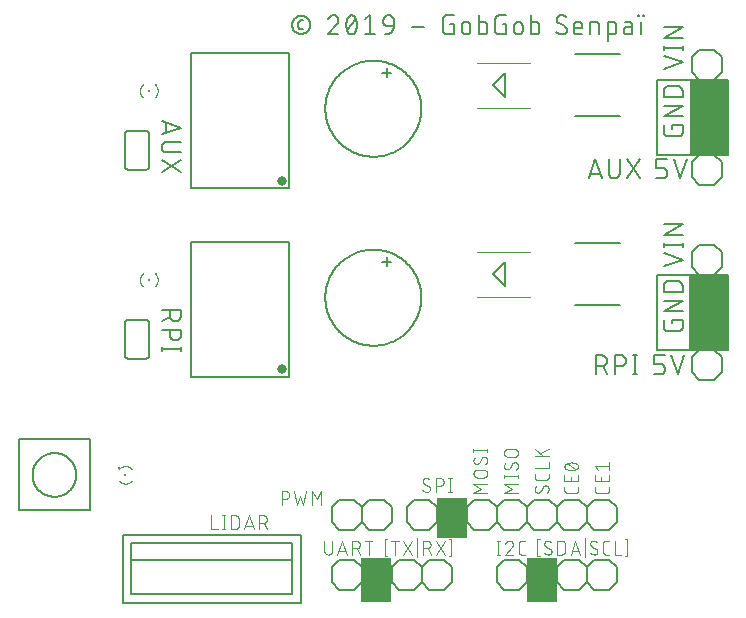
<source format=gbr>
G04 EAGLE Gerber RS-274X export*
G75*
%MOMM*%
%FSLAX34Y34*%
%LPD*%
%INSilkscreen Top*%
%IPPOS*%
%AMOC8*
5,1,8,0,0,1.08239X$1,22.5*%
G01*
%ADD10C,0.152400*%
%ADD11C,0.101600*%
%ADD12R,3.200000X6.300000*%
%ADD13R,3.300000X6.300000*%
%ADD14R,2.500000X3.800000*%
%ADD15R,2.500000X3.500000*%
%ADD16C,0.200000*%
%ADD17R,0.200000X0.200000*%
%ADD18R,0.150000X0.250000*%
%ADD19C,0.127000*%
%ADD20C,0.203200*%
%ADD21C,0.812219*%
%ADD22R,0.250000X0.150000*%


D10*
X160762Y409238D02*
X177018Y403819D01*
X160762Y398401D01*
X164826Y399755D02*
X164826Y407883D01*
X165278Y392183D02*
X177018Y392183D01*
X165278Y392183D02*
X165145Y392181D01*
X165013Y392175D01*
X164881Y392165D01*
X164749Y392152D01*
X164617Y392134D01*
X164487Y392113D01*
X164356Y392088D01*
X164227Y392059D01*
X164099Y392026D01*
X163971Y391990D01*
X163845Y391950D01*
X163720Y391906D01*
X163596Y391858D01*
X163474Y391807D01*
X163353Y391752D01*
X163234Y391694D01*
X163116Y391632D01*
X163001Y391567D01*
X162887Y391498D01*
X162776Y391427D01*
X162667Y391351D01*
X162560Y391273D01*
X162455Y391192D01*
X162353Y391107D01*
X162253Y391020D01*
X162156Y390930D01*
X162061Y390837D01*
X161970Y390741D01*
X161881Y390643D01*
X161795Y390542D01*
X161712Y390438D01*
X161632Y390332D01*
X161556Y390224D01*
X161482Y390114D01*
X161412Y390001D01*
X161345Y389887D01*
X161282Y389770D01*
X161222Y389652D01*
X161165Y389532D01*
X161112Y389410D01*
X161063Y389287D01*
X161017Y389163D01*
X160975Y389037D01*
X160937Y388910D01*
X160902Y388782D01*
X160871Y388653D01*
X160844Y388524D01*
X160821Y388393D01*
X160801Y388262D01*
X160786Y388130D01*
X160774Y387998D01*
X160766Y387866D01*
X160762Y387733D01*
X160762Y387601D01*
X160766Y387468D01*
X160774Y387336D01*
X160786Y387204D01*
X160801Y387072D01*
X160821Y386941D01*
X160844Y386810D01*
X160871Y386681D01*
X160902Y386552D01*
X160937Y386424D01*
X160975Y386297D01*
X161017Y386171D01*
X161063Y386047D01*
X161112Y385924D01*
X161165Y385802D01*
X161222Y385682D01*
X161282Y385564D01*
X161345Y385447D01*
X161412Y385333D01*
X161482Y385220D01*
X161556Y385110D01*
X161632Y385002D01*
X161712Y384896D01*
X161795Y384792D01*
X161881Y384691D01*
X161970Y384593D01*
X162061Y384497D01*
X162156Y384404D01*
X162253Y384314D01*
X162353Y384227D01*
X162455Y384142D01*
X162560Y384061D01*
X162667Y383983D01*
X162776Y383907D01*
X162887Y383836D01*
X163001Y383767D01*
X163116Y383702D01*
X163234Y383640D01*
X163353Y383582D01*
X163474Y383527D01*
X163596Y383476D01*
X163720Y383428D01*
X163845Y383384D01*
X163971Y383344D01*
X164099Y383308D01*
X164227Y383275D01*
X164356Y383246D01*
X164487Y383221D01*
X164617Y383200D01*
X164749Y383182D01*
X164881Y383169D01*
X165013Y383159D01*
X165145Y383153D01*
X165278Y383151D01*
X165278Y383152D02*
X177018Y383152D01*
X177018Y366096D02*
X160762Y376933D01*
X160762Y366096D02*
X177018Y376933D01*
X177018Y249238D02*
X160762Y249238D01*
X177018Y249238D02*
X177018Y244722D01*
X177016Y244589D01*
X177010Y244457D01*
X177000Y244325D01*
X176987Y244193D01*
X176969Y244061D01*
X176948Y243931D01*
X176923Y243800D01*
X176894Y243671D01*
X176861Y243543D01*
X176825Y243415D01*
X176785Y243289D01*
X176741Y243164D01*
X176693Y243040D01*
X176642Y242918D01*
X176587Y242797D01*
X176529Y242678D01*
X176467Y242560D01*
X176402Y242445D01*
X176333Y242331D01*
X176262Y242220D01*
X176186Y242111D01*
X176108Y242004D01*
X176027Y241899D01*
X175942Y241797D01*
X175855Y241697D01*
X175765Y241600D01*
X175672Y241505D01*
X175576Y241414D01*
X175478Y241325D01*
X175377Y241239D01*
X175273Y241156D01*
X175167Y241076D01*
X175059Y241000D01*
X174949Y240926D01*
X174836Y240856D01*
X174722Y240789D01*
X174605Y240726D01*
X174487Y240666D01*
X174367Y240609D01*
X174245Y240556D01*
X174122Y240507D01*
X173998Y240461D01*
X173872Y240419D01*
X173745Y240381D01*
X173617Y240346D01*
X173488Y240315D01*
X173359Y240288D01*
X173228Y240265D01*
X173097Y240245D01*
X172965Y240230D01*
X172833Y240218D01*
X172701Y240210D01*
X172568Y240206D01*
X172436Y240206D01*
X172303Y240210D01*
X172171Y240218D01*
X172039Y240230D01*
X171907Y240245D01*
X171776Y240265D01*
X171645Y240288D01*
X171516Y240315D01*
X171387Y240346D01*
X171259Y240381D01*
X171132Y240419D01*
X171006Y240461D01*
X170882Y240507D01*
X170759Y240556D01*
X170637Y240609D01*
X170517Y240666D01*
X170399Y240726D01*
X170282Y240789D01*
X170168Y240856D01*
X170055Y240926D01*
X169945Y241000D01*
X169837Y241076D01*
X169731Y241156D01*
X169627Y241239D01*
X169526Y241325D01*
X169428Y241414D01*
X169332Y241505D01*
X169239Y241600D01*
X169149Y241697D01*
X169062Y241797D01*
X168977Y241899D01*
X168896Y242004D01*
X168818Y242111D01*
X168742Y242220D01*
X168671Y242331D01*
X168602Y242445D01*
X168537Y242560D01*
X168475Y242678D01*
X168417Y242797D01*
X168362Y242918D01*
X168311Y243040D01*
X168263Y243164D01*
X168219Y243289D01*
X168179Y243415D01*
X168143Y243543D01*
X168110Y243671D01*
X168081Y243800D01*
X168056Y243931D01*
X168035Y244061D01*
X168017Y244193D01*
X168004Y244325D01*
X167994Y244457D01*
X167988Y244589D01*
X167986Y244722D01*
X167987Y244722D02*
X167987Y249238D01*
X167987Y243819D02*
X160762Y240207D01*
X160762Y232966D02*
X177018Y232966D01*
X177018Y228451D01*
X177016Y228318D01*
X177010Y228186D01*
X177000Y228054D01*
X176987Y227922D01*
X176969Y227790D01*
X176948Y227660D01*
X176923Y227529D01*
X176894Y227400D01*
X176861Y227272D01*
X176825Y227144D01*
X176785Y227018D01*
X176741Y226893D01*
X176693Y226769D01*
X176642Y226647D01*
X176587Y226526D01*
X176529Y226407D01*
X176467Y226289D01*
X176402Y226174D01*
X176333Y226060D01*
X176262Y225949D01*
X176186Y225840D01*
X176108Y225733D01*
X176027Y225628D01*
X175942Y225526D01*
X175855Y225426D01*
X175765Y225329D01*
X175672Y225234D01*
X175576Y225143D01*
X175478Y225054D01*
X175377Y224968D01*
X175273Y224885D01*
X175167Y224805D01*
X175059Y224729D01*
X174949Y224655D01*
X174836Y224585D01*
X174722Y224518D01*
X174605Y224455D01*
X174487Y224395D01*
X174367Y224338D01*
X174245Y224285D01*
X174122Y224236D01*
X173998Y224190D01*
X173872Y224148D01*
X173745Y224110D01*
X173617Y224075D01*
X173488Y224044D01*
X173359Y224017D01*
X173228Y223994D01*
X173097Y223974D01*
X172965Y223959D01*
X172833Y223947D01*
X172701Y223939D01*
X172568Y223935D01*
X172436Y223935D01*
X172303Y223939D01*
X172171Y223947D01*
X172039Y223959D01*
X171907Y223974D01*
X171776Y223994D01*
X171645Y224017D01*
X171516Y224044D01*
X171387Y224075D01*
X171259Y224110D01*
X171132Y224148D01*
X171006Y224190D01*
X170882Y224236D01*
X170759Y224285D01*
X170637Y224338D01*
X170517Y224395D01*
X170399Y224455D01*
X170282Y224518D01*
X170168Y224585D01*
X170055Y224655D01*
X169945Y224729D01*
X169837Y224805D01*
X169731Y224885D01*
X169627Y224968D01*
X169526Y225054D01*
X169428Y225143D01*
X169332Y225234D01*
X169239Y225329D01*
X169149Y225426D01*
X169062Y225526D01*
X168977Y225628D01*
X168896Y225733D01*
X168818Y225840D01*
X168742Y225949D01*
X168671Y226060D01*
X168602Y226174D01*
X168537Y226289D01*
X168475Y226407D01*
X168417Y226526D01*
X168362Y226647D01*
X168311Y226769D01*
X168263Y226893D01*
X168219Y227018D01*
X168179Y227144D01*
X168143Y227272D01*
X168110Y227400D01*
X168081Y227529D01*
X168056Y227660D01*
X168035Y227790D01*
X168017Y227922D01*
X168004Y228054D01*
X167994Y228186D01*
X167988Y228318D01*
X167986Y228451D01*
X167987Y228451D02*
X167987Y232966D01*
X160762Y216678D02*
X177018Y216678D01*
X160762Y218484D02*
X160762Y214872D01*
X177018Y214872D02*
X177018Y218484D01*
D11*
X298508Y54192D02*
X298508Y45754D01*
X298510Y45641D01*
X298516Y45528D01*
X298526Y45415D01*
X298540Y45302D01*
X298557Y45190D01*
X298579Y45079D01*
X298604Y44969D01*
X298634Y44859D01*
X298667Y44751D01*
X298704Y44644D01*
X298744Y44538D01*
X298789Y44434D01*
X298837Y44331D01*
X298888Y44230D01*
X298943Y44131D01*
X299001Y44034D01*
X299063Y43939D01*
X299128Y43846D01*
X299196Y43756D01*
X299267Y43668D01*
X299342Y43582D01*
X299419Y43499D01*
X299499Y43419D01*
X299582Y43342D01*
X299668Y43267D01*
X299756Y43196D01*
X299846Y43128D01*
X299939Y43063D01*
X300034Y43001D01*
X300131Y42943D01*
X300230Y42888D01*
X300331Y42837D01*
X300434Y42789D01*
X300538Y42744D01*
X300644Y42704D01*
X300751Y42667D01*
X300859Y42634D01*
X300969Y42604D01*
X301079Y42579D01*
X301190Y42557D01*
X301302Y42540D01*
X301415Y42526D01*
X301528Y42516D01*
X301641Y42510D01*
X301754Y42508D01*
X301867Y42510D01*
X301980Y42516D01*
X302093Y42526D01*
X302206Y42540D01*
X302318Y42557D01*
X302429Y42579D01*
X302539Y42604D01*
X302649Y42634D01*
X302757Y42667D01*
X302864Y42704D01*
X302970Y42744D01*
X303074Y42789D01*
X303177Y42837D01*
X303278Y42888D01*
X303377Y42943D01*
X303474Y43001D01*
X303569Y43063D01*
X303662Y43128D01*
X303752Y43196D01*
X303840Y43267D01*
X303926Y43342D01*
X304009Y43419D01*
X304089Y43499D01*
X304166Y43582D01*
X304241Y43668D01*
X304312Y43756D01*
X304380Y43846D01*
X304445Y43939D01*
X304507Y44034D01*
X304565Y44131D01*
X304620Y44230D01*
X304671Y44331D01*
X304719Y44434D01*
X304764Y44538D01*
X304804Y44644D01*
X304841Y44751D01*
X304874Y44859D01*
X304904Y44969D01*
X304929Y45079D01*
X304951Y45190D01*
X304968Y45302D01*
X304982Y45415D01*
X304992Y45528D01*
X304998Y45641D01*
X305000Y45754D01*
X304999Y45754D02*
X304999Y54192D01*
X313565Y54192D02*
X309670Y42508D01*
X317459Y42508D02*
X313565Y54192D01*
X316486Y45429D02*
X310644Y45429D01*
X322204Y42508D02*
X322204Y54192D01*
X325449Y54192D01*
X325562Y54190D01*
X325675Y54184D01*
X325788Y54174D01*
X325901Y54160D01*
X326013Y54143D01*
X326124Y54121D01*
X326234Y54096D01*
X326344Y54066D01*
X326452Y54033D01*
X326559Y53996D01*
X326665Y53956D01*
X326769Y53911D01*
X326872Y53863D01*
X326973Y53812D01*
X327072Y53757D01*
X327169Y53699D01*
X327264Y53637D01*
X327357Y53572D01*
X327447Y53504D01*
X327535Y53433D01*
X327621Y53358D01*
X327704Y53281D01*
X327784Y53201D01*
X327861Y53118D01*
X327936Y53032D01*
X328007Y52944D01*
X328075Y52854D01*
X328140Y52761D01*
X328202Y52666D01*
X328260Y52569D01*
X328315Y52470D01*
X328366Y52369D01*
X328414Y52266D01*
X328459Y52162D01*
X328499Y52056D01*
X328536Y51949D01*
X328569Y51841D01*
X328599Y51731D01*
X328624Y51621D01*
X328646Y51510D01*
X328663Y51398D01*
X328677Y51285D01*
X328687Y51172D01*
X328693Y51059D01*
X328695Y50946D01*
X328693Y50833D01*
X328687Y50720D01*
X328677Y50607D01*
X328663Y50494D01*
X328646Y50382D01*
X328624Y50271D01*
X328599Y50161D01*
X328569Y50051D01*
X328536Y49943D01*
X328499Y49836D01*
X328459Y49730D01*
X328414Y49626D01*
X328366Y49523D01*
X328315Y49422D01*
X328260Y49323D01*
X328202Y49226D01*
X328140Y49131D01*
X328075Y49038D01*
X328007Y48948D01*
X327936Y48860D01*
X327861Y48774D01*
X327784Y48691D01*
X327704Y48611D01*
X327621Y48534D01*
X327535Y48459D01*
X327447Y48388D01*
X327357Y48320D01*
X327264Y48255D01*
X327169Y48193D01*
X327072Y48135D01*
X326973Y48080D01*
X326872Y48029D01*
X326769Y47981D01*
X326665Y47936D01*
X326559Y47896D01*
X326452Y47859D01*
X326344Y47826D01*
X326234Y47796D01*
X326124Y47771D01*
X326013Y47749D01*
X325901Y47732D01*
X325788Y47718D01*
X325675Y47708D01*
X325562Y47702D01*
X325449Y47700D01*
X325449Y47701D02*
X322204Y47701D01*
X326098Y47701D02*
X328695Y42508D01*
X336043Y42508D02*
X336043Y54192D01*
X332798Y54192D02*
X339289Y54192D01*
X349599Y41210D02*
X351546Y41210D01*
X349599Y41210D02*
X349599Y55490D01*
X351546Y55490D01*
X358141Y54192D02*
X358141Y42508D01*
X354896Y54192D02*
X361387Y54192D01*
X372704Y54192D02*
X364915Y42508D01*
X372704Y42508D02*
X364915Y54192D01*
X376810Y56139D02*
X376810Y40561D01*
X382020Y42508D02*
X382020Y54192D01*
X385266Y54192D01*
X385379Y54190D01*
X385492Y54184D01*
X385605Y54174D01*
X385718Y54160D01*
X385830Y54143D01*
X385941Y54121D01*
X386051Y54096D01*
X386161Y54066D01*
X386269Y54033D01*
X386376Y53996D01*
X386482Y53956D01*
X386586Y53911D01*
X386689Y53863D01*
X386790Y53812D01*
X386889Y53757D01*
X386986Y53699D01*
X387081Y53637D01*
X387174Y53572D01*
X387264Y53504D01*
X387352Y53433D01*
X387438Y53358D01*
X387521Y53281D01*
X387601Y53201D01*
X387678Y53118D01*
X387753Y53032D01*
X387824Y52944D01*
X387892Y52854D01*
X387957Y52761D01*
X388019Y52666D01*
X388077Y52569D01*
X388132Y52470D01*
X388183Y52369D01*
X388231Y52266D01*
X388276Y52162D01*
X388316Y52056D01*
X388353Y51949D01*
X388386Y51841D01*
X388416Y51731D01*
X388441Y51621D01*
X388463Y51510D01*
X388480Y51398D01*
X388494Y51285D01*
X388504Y51172D01*
X388510Y51059D01*
X388512Y50946D01*
X388510Y50833D01*
X388504Y50720D01*
X388494Y50607D01*
X388480Y50494D01*
X388463Y50382D01*
X388441Y50271D01*
X388416Y50161D01*
X388386Y50051D01*
X388353Y49943D01*
X388316Y49836D01*
X388276Y49730D01*
X388231Y49626D01*
X388183Y49523D01*
X388132Y49422D01*
X388077Y49323D01*
X388019Y49226D01*
X387957Y49131D01*
X387892Y49038D01*
X387824Y48948D01*
X387753Y48860D01*
X387678Y48774D01*
X387601Y48691D01*
X387521Y48611D01*
X387438Y48534D01*
X387352Y48459D01*
X387264Y48388D01*
X387174Y48320D01*
X387081Y48255D01*
X386986Y48193D01*
X386889Y48135D01*
X386790Y48080D01*
X386689Y48029D01*
X386586Y47981D01*
X386482Y47936D01*
X386376Y47896D01*
X386269Y47859D01*
X386161Y47826D01*
X386051Y47796D01*
X385941Y47771D01*
X385830Y47749D01*
X385718Y47732D01*
X385605Y47718D01*
X385492Y47708D01*
X385379Y47702D01*
X385266Y47700D01*
X385266Y47701D02*
X382020Y47701D01*
X385915Y47701D02*
X388512Y42508D01*
X392728Y42508D02*
X400517Y54192D01*
X392728Y54192D02*
X400517Y42508D01*
X403980Y55490D02*
X405927Y55490D01*
X405927Y41210D01*
X403980Y41210D01*
X445806Y42508D02*
X445806Y54192D01*
X444508Y42508D02*
X447104Y42508D01*
X447104Y54192D02*
X444508Y54192D01*
X455275Y54192D02*
X455382Y54190D01*
X455488Y54184D01*
X455594Y54174D01*
X455700Y54161D01*
X455806Y54143D01*
X455910Y54122D01*
X456014Y54097D01*
X456117Y54068D01*
X456218Y54036D01*
X456318Y53999D01*
X456417Y53959D01*
X456515Y53916D01*
X456611Y53869D01*
X456705Y53818D01*
X456797Y53764D01*
X456887Y53707D01*
X456975Y53647D01*
X457060Y53583D01*
X457143Y53516D01*
X457224Y53446D01*
X457302Y53374D01*
X457378Y53298D01*
X457450Y53220D01*
X457520Y53139D01*
X457587Y53056D01*
X457651Y52971D01*
X457711Y52883D01*
X457768Y52793D01*
X457822Y52701D01*
X457873Y52607D01*
X457920Y52511D01*
X457963Y52413D01*
X458003Y52314D01*
X458040Y52214D01*
X458072Y52113D01*
X458101Y52010D01*
X458126Y51906D01*
X458147Y51802D01*
X458165Y51696D01*
X458178Y51590D01*
X458188Y51484D01*
X458194Y51378D01*
X458196Y51271D01*
X455275Y54192D02*
X455154Y54190D01*
X455033Y54184D01*
X454913Y54174D01*
X454792Y54161D01*
X454673Y54143D01*
X454553Y54122D01*
X454435Y54097D01*
X454318Y54068D01*
X454201Y54035D01*
X454086Y53999D01*
X453972Y53958D01*
X453859Y53915D01*
X453747Y53867D01*
X453638Y53816D01*
X453530Y53761D01*
X453423Y53703D01*
X453319Y53642D01*
X453217Y53577D01*
X453117Y53509D01*
X453019Y53438D01*
X452923Y53364D01*
X452830Y53287D01*
X452740Y53206D01*
X452652Y53123D01*
X452567Y53037D01*
X452484Y52948D01*
X452405Y52857D01*
X452328Y52763D01*
X452255Y52667D01*
X452185Y52569D01*
X452118Y52468D01*
X452054Y52365D01*
X451994Y52260D01*
X451937Y52153D01*
X451883Y52045D01*
X451833Y51935D01*
X451787Y51823D01*
X451744Y51710D01*
X451705Y51595D01*
X457222Y48999D02*
X457301Y49076D01*
X457377Y49157D01*
X457450Y49240D01*
X457520Y49325D01*
X457587Y49413D01*
X457651Y49503D01*
X457711Y49595D01*
X457768Y49690D01*
X457822Y49786D01*
X457873Y49884D01*
X457920Y49984D01*
X457964Y50086D01*
X458004Y50189D01*
X458040Y50293D01*
X458072Y50399D01*
X458101Y50505D01*
X458126Y50613D01*
X458148Y50721D01*
X458165Y50831D01*
X458179Y50940D01*
X458188Y51050D01*
X458194Y51161D01*
X458196Y51271D01*
X457222Y48999D02*
X451705Y42508D01*
X458196Y42508D01*
X465698Y42508D02*
X468294Y42508D01*
X465698Y42508D02*
X465599Y42510D01*
X465499Y42516D01*
X465400Y42525D01*
X465302Y42538D01*
X465204Y42555D01*
X465106Y42576D01*
X465010Y42601D01*
X464915Y42629D01*
X464821Y42661D01*
X464728Y42696D01*
X464636Y42735D01*
X464546Y42778D01*
X464458Y42823D01*
X464371Y42873D01*
X464287Y42925D01*
X464204Y42981D01*
X464124Y43039D01*
X464046Y43101D01*
X463971Y43166D01*
X463898Y43234D01*
X463828Y43304D01*
X463760Y43377D01*
X463695Y43452D01*
X463633Y43530D01*
X463575Y43610D01*
X463519Y43693D01*
X463467Y43777D01*
X463417Y43864D01*
X463372Y43952D01*
X463329Y44042D01*
X463290Y44134D01*
X463255Y44227D01*
X463223Y44321D01*
X463195Y44416D01*
X463170Y44512D01*
X463149Y44610D01*
X463132Y44708D01*
X463119Y44806D01*
X463110Y44905D01*
X463104Y45005D01*
X463102Y45104D01*
X463101Y45104D02*
X463101Y51596D01*
X463102Y51596D02*
X463104Y51695D01*
X463110Y51795D01*
X463119Y51894D01*
X463132Y51992D01*
X463149Y52090D01*
X463170Y52188D01*
X463195Y52284D01*
X463223Y52379D01*
X463255Y52473D01*
X463290Y52566D01*
X463329Y52658D01*
X463372Y52748D01*
X463417Y52836D01*
X463467Y52923D01*
X463519Y53007D01*
X463575Y53090D01*
X463633Y53170D01*
X463695Y53248D01*
X463760Y53323D01*
X463828Y53396D01*
X463898Y53466D01*
X463971Y53534D01*
X464046Y53599D01*
X464124Y53661D01*
X464204Y53719D01*
X464287Y53775D01*
X464371Y53827D01*
X464458Y53877D01*
X464546Y53922D01*
X464636Y53965D01*
X464728Y54004D01*
X464820Y54039D01*
X464915Y54071D01*
X465010Y54099D01*
X465106Y54124D01*
X465204Y54145D01*
X465302Y54162D01*
X465400Y54175D01*
X465499Y54184D01*
X465599Y54190D01*
X465698Y54192D01*
X468294Y54192D01*
X478792Y41210D02*
X480740Y41210D01*
X478792Y41210D02*
X478792Y55490D01*
X480740Y55490D01*
X490961Y45104D02*
X490959Y45005D01*
X490953Y44905D01*
X490944Y44806D01*
X490931Y44708D01*
X490914Y44610D01*
X490893Y44512D01*
X490868Y44416D01*
X490840Y44321D01*
X490808Y44227D01*
X490773Y44134D01*
X490734Y44042D01*
X490691Y43952D01*
X490646Y43864D01*
X490596Y43777D01*
X490544Y43693D01*
X490488Y43610D01*
X490430Y43530D01*
X490368Y43452D01*
X490303Y43377D01*
X490235Y43304D01*
X490165Y43234D01*
X490092Y43166D01*
X490017Y43101D01*
X489939Y43039D01*
X489859Y42981D01*
X489776Y42925D01*
X489692Y42873D01*
X489605Y42823D01*
X489517Y42778D01*
X489427Y42735D01*
X489335Y42696D01*
X489242Y42661D01*
X489148Y42629D01*
X489053Y42601D01*
X488957Y42576D01*
X488859Y42555D01*
X488761Y42538D01*
X488663Y42525D01*
X488564Y42516D01*
X488464Y42510D01*
X488365Y42508D01*
X488221Y42510D01*
X488076Y42516D01*
X487932Y42525D01*
X487789Y42538D01*
X487645Y42555D01*
X487502Y42576D01*
X487360Y42601D01*
X487219Y42629D01*
X487078Y42661D01*
X486938Y42697D01*
X486799Y42736D01*
X486661Y42779D01*
X486525Y42826D01*
X486389Y42876D01*
X486255Y42930D01*
X486123Y42987D01*
X485992Y43048D01*
X485863Y43112D01*
X485735Y43180D01*
X485609Y43250D01*
X485485Y43325D01*
X485364Y43402D01*
X485244Y43483D01*
X485126Y43566D01*
X485011Y43653D01*
X484898Y43743D01*
X484787Y43836D01*
X484679Y43931D01*
X484573Y44030D01*
X484470Y44131D01*
X484796Y51596D02*
X484798Y51695D01*
X484804Y51795D01*
X484813Y51894D01*
X484826Y51992D01*
X484843Y52090D01*
X484864Y52188D01*
X484889Y52284D01*
X484917Y52379D01*
X484949Y52473D01*
X484984Y52566D01*
X485023Y52658D01*
X485066Y52748D01*
X485111Y52836D01*
X485161Y52923D01*
X485213Y53007D01*
X485269Y53090D01*
X485327Y53170D01*
X485389Y53248D01*
X485454Y53323D01*
X485522Y53396D01*
X485592Y53466D01*
X485665Y53534D01*
X485740Y53599D01*
X485818Y53661D01*
X485898Y53719D01*
X485981Y53775D01*
X486065Y53827D01*
X486152Y53877D01*
X486240Y53922D01*
X486330Y53965D01*
X486422Y54004D01*
X486515Y54039D01*
X486609Y54071D01*
X486704Y54099D01*
X486801Y54124D01*
X486898Y54145D01*
X486996Y54162D01*
X487094Y54175D01*
X487193Y54184D01*
X487293Y54190D01*
X487392Y54192D01*
X487528Y54190D01*
X487664Y54184D01*
X487800Y54175D01*
X487936Y54162D01*
X488071Y54144D01*
X488205Y54124D01*
X488339Y54099D01*
X488473Y54071D01*
X488605Y54038D01*
X488736Y54003D01*
X488867Y53963D01*
X488996Y53920D01*
X489124Y53874D01*
X489250Y53823D01*
X489376Y53770D01*
X489499Y53712D01*
X489621Y53652D01*
X489741Y53588D01*
X489860Y53520D01*
X489976Y53450D01*
X490090Y53376D01*
X490203Y53299D01*
X490313Y53218D01*
X486093Y49324D02*
X486007Y49377D01*
X485923Y49434D01*
X485841Y49493D01*
X485761Y49556D01*
X485684Y49622D01*
X485609Y49690D01*
X485537Y49762D01*
X485468Y49836D01*
X485402Y49913D01*
X485339Y49992D01*
X485279Y50074D01*
X485222Y50158D01*
X485168Y50244D01*
X485118Y50332D01*
X485071Y50422D01*
X485027Y50513D01*
X484988Y50607D01*
X484951Y50701D01*
X484919Y50797D01*
X484890Y50895D01*
X484865Y50993D01*
X484844Y51092D01*
X484826Y51192D01*
X484813Y51292D01*
X484803Y51393D01*
X484797Y51495D01*
X484795Y51596D01*
X489664Y47376D02*
X489750Y47323D01*
X489834Y47266D01*
X489916Y47207D01*
X489996Y47144D01*
X490073Y47078D01*
X490148Y47010D01*
X490220Y46938D01*
X490289Y46864D01*
X490355Y46787D01*
X490418Y46708D01*
X490478Y46626D01*
X490535Y46542D01*
X490589Y46456D01*
X490639Y46368D01*
X490686Y46278D01*
X490730Y46187D01*
X490769Y46093D01*
X490806Y45999D01*
X490838Y45903D01*
X490867Y45805D01*
X490892Y45707D01*
X490913Y45608D01*
X490931Y45508D01*
X490944Y45408D01*
X490954Y45307D01*
X490960Y45205D01*
X490962Y45104D01*
X489663Y47376D02*
X486093Y49324D01*
X495901Y54192D02*
X495901Y42508D01*
X495901Y54192D02*
X499146Y54192D01*
X499259Y54190D01*
X499372Y54184D01*
X499485Y54174D01*
X499598Y54160D01*
X499710Y54143D01*
X499821Y54121D01*
X499931Y54096D01*
X500041Y54066D01*
X500149Y54033D01*
X500256Y53996D01*
X500362Y53956D01*
X500466Y53911D01*
X500569Y53863D01*
X500670Y53812D01*
X500769Y53757D01*
X500866Y53699D01*
X500961Y53637D01*
X501054Y53572D01*
X501144Y53504D01*
X501232Y53433D01*
X501318Y53358D01*
X501401Y53281D01*
X501481Y53201D01*
X501558Y53118D01*
X501633Y53032D01*
X501704Y52944D01*
X501772Y52854D01*
X501837Y52761D01*
X501899Y52666D01*
X501957Y52569D01*
X502012Y52470D01*
X502063Y52369D01*
X502111Y52266D01*
X502156Y52162D01*
X502196Y52056D01*
X502233Y51949D01*
X502266Y51841D01*
X502296Y51731D01*
X502321Y51621D01*
X502343Y51510D01*
X502360Y51398D01*
X502374Y51285D01*
X502384Y51172D01*
X502390Y51059D01*
X502392Y50946D01*
X502392Y45754D01*
X502390Y45641D01*
X502384Y45528D01*
X502374Y45415D01*
X502360Y45302D01*
X502343Y45190D01*
X502321Y45079D01*
X502296Y44969D01*
X502266Y44859D01*
X502233Y44751D01*
X502196Y44644D01*
X502156Y44538D01*
X502111Y44434D01*
X502063Y44331D01*
X502012Y44230D01*
X501957Y44131D01*
X501899Y44034D01*
X501837Y43939D01*
X501772Y43846D01*
X501704Y43756D01*
X501633Y43668D01*
X501558Y43582D01*
X501481Y43499D01*
X501401Y43419D01*
X501318Y43342D01*
X501232Y43267D01*
X501144Y43196D01*
X501054Y43128D01*
X500961Y43063D01*
X500866Y43001D01*
X500769Y42943D01*
X500670Y42888D01*
X500569Y42837D01*
X500466Y42789D01*
X500362Y42744D01*
X500256Y42704D01*
X500149Y42667D01*
X500041Y42634D01*
X499931Y42604D01*
X499821Y42579D01*
X499710Y42557D01*
X499598Y42540D01*
X499485Y42526D01*
X499372Y42516D01*
X499259Y42510D01*
X499146Y42508D01*
X495901Y42508D01*
X507062Y42508D02*
X510957Y54192D01*
X514852Y42508D01*
X513878Y45429D02*
X508036Y45429D01*
X518958Y40561D02*
X518958Y56139D01*
X529823Y45104D02*
X529821Y45005D01*
X529815Y44905D01*
X529806Y44806D01*
X529793Y44708D01*
X529776Y44610D01*
X529755Y44512D01*
X529730Y44416D01*
X529702Y44321D01*
X529670Y44227D01*
X529635Y44134D01*
X529596Y44042D01*
X529553Y43952D01*
X529508Y43864D01*
X529458Y43777D01*
X529406Y43693D01*
X529350Y43610D01*
X529292Y43530D01*
X529230Y43452D01*
X529165Y43377D01*
X529097Y43304D01*
X529027Y43234D01*
X528954Y43166D01*
X528879Y43101D01*
X528801Y43039D01*
X528721Y42981D01*
X528638Y42925D01*
X528554Y42873D01*
X528467Y42823D01*
X528379Y42778D01*
X528289Y42735D01*
X528197Y42696D01*
X528104Y42661D01*
X528010Y42629D01*
X527915Y42601D01*
X527819Y42576D01*
X527721Y42555D01*
X527623Y42538D01*
X527525Y42525D01*
X527426Y42516D01*
X527326Y42510D01*
X527227Y42508D01*
X527083Y42510D01*
X526938Y42516D01*
X526794Y42525D01*
X526651Y42538D01*
X526507Y42555D01*
X526364Y42576D01*
X526222Y42601D01*
X526081Y42629D01*
X525940Y42661D01*
X525800Y42697D01*
X525661Y42736D01*
X525523Y42779D01*
X525387Y42826D01*
X525251Y42876D01*
X525117Y42930D01*
X524985Y42987D01*
X524854Y43048D01*
X524725Y43112D01*
X524597Y43180D01*
X524471Y43250D01*
X524347Y43325D01*
X524226Y43402D01*
X524106Y43483D01*
X523988Y43566D01*
X523873Y43653D01*
X523760Y43743D01*
X523649Y43836D01*
X523541Y43931D01*
X523435Y44030D01*
X523332Y44131D01*
X523658Y51596D02*
X523660Y51695D01*
X523666Y51795D01*
X523675Y51894D01*
X523688Y51992D01*
X523705Y52090D01*
X523726Y52188D01*
X523751Y52284D01*
X523779Y52379D01*
X523811Y52473D01*
X523846Y52566D01*
X523885Y52658D01*
X523928Y52748D01*
X523973Y52836D01*
X524023Y52923D01*
X524075Y53007D01*
X524131Y53090D01*
X524189Y53170D01*
X524251Y53248D01*
X524316Y53323D01*
X524384Y53396D01*
X524454Y53466D01*
X524527Y53534D01*
X524602Y53599D01*
X524680Y53661D01*
X524760Y53719D01*
X524843Y53775D01*
X524927Y53827D01*
X525014Y53877D01*
X525102Y53922D01*
X525192Y53965D01*
X525284Y54004D01*
X525377Y54039D01*
X525471Y54071D01*
X525566Y54099D01*
X525663Y54124D01*
X525760Y54145D01*
X525858Y54162D01*
X525956Y54175D01*
X526055Y54184D01*
X526155Y54190D01*
X526254Y54192D01*
X526253Y54192D02*
X526389Y54190D01*
X526525Y54184D01*
X526661Y54175D01*
X526797Y54162D01*
X526932Y54144D01*
X527066Y54124D01*
X527200Y54099D01*
X527334Y54071D01*
X527466Y54038D01*
X527597Y54003D01*
X527728Y53963D01*
X527857Y53920D01*
X527985Y53874D01*
X528111Y53823D01*
X528237Y53770D01*
X528360Y53712D01*
X528482Y53652D01*
X528602Y53588D01*
X528721Y53520D01*
X528837Y53450D01*
X528951Y53376D01*
X529064Y53299D01*
X529174Y53218D01*
X524955Y49324D02*
X524869Y49377D01*
X524785Y49434D01*
X524703Y49493D01*
X524623Y49556D01*
X524546Y49622D01*
X524471Y49690D01*
X524399Y49762D01*
X524330Y49836D01*
X524264Y49913D01*
X524201Y49992D01*
X524141Y50074D01*
X524084Y50158D01*
X524030Y50244D01*
X523980Y50332D01*
X523933Y50422D01*
X523889Y50513D01*
X523850Y50607D01*
X523813Y50701D01*
X523781Y50797D01*
X523752Y50895D01*
X523727Y50993D01*
X523706Y51092D01*
X523688Y51192D01*
X523675Y51292D01*
X523665Y51393D01*
X523659Y51495D01*
X523657Y51596D01*
X528526Y47376D02*
X528612Y47323D01*
X528696Y47266D01*
X528778Y47207D01*
X528858Y47144D01*
X528935Y47078D01*
X529010Y47010D01*
X529082Y46938D01*
X529151Y46864D01*
X529217Y46787D01*
X529280Y46708D01*
X529340Y46626D01*
X529397Y46542D01*
X529451Y46456D01*
X529501Y46368D01*
X529548Y46278D01*
X529592Y46187D01*
X529631Y46093D01*
X529668Y45999D01*
X529700Y45903D01*
X529729Y45805D01*
X529754Y45707D01*
X529775Y45608D01*
X529793Y45508D01*
X529806Y45408D01*
X529816Y45307D01*
X529822Y45205D01*
X529824Y45104D01*
X528525Y47376D02*
X524955Y49324D01*
X536945Y42508D02*
X539541Y42508D01*
X536945Y42508D02*
X536846Y42510D01*
X536746Y42516D01*
X536647Y42525D01*
X536549Y42538D01*
X536451Y42555D01*
X536353Y42576D01*
X536257Y42601D01*
X536162Y42629D01*
X536068Y42661D01*
X535975Y42696D01*
X535883Y42735D01*
X535793Y42778D01*
X535705Y42823D01*
X535618Y42873D01*
X535534Y42925D01*
X535451Y42981D01*
X535371Y43039D01*
X535293Y43101D01*
X535218Y43166D01*
X535145Y43234D01*
X535075Y43304D01*
X535007Y43377D01*
X534942Y43452D01*
X534880Y43530D01*
X534822Y43610D01*
X534766Y43693D01*
X534714Y43777D01*
X534664Y43864D01*
X534619Y43952D01*
X534576Y44042D01*
X534537Y44134D01*
X534502Y44227D01*
X534470Y44321D01*
X534442Y44416D01*
X534417Y44512D01*
X534396Y44610D01*
X534379Y44708D01*
X534366Y44806D01*
X534357Y44905D01*
X534351Y45005D01*
X534349Y45104D01*
X534348Y45104D02*
X534348Y51596D01*
X534349Y51596D02*
X534351Y51695D01*
X534357Y51795D01*
X534366Y51894D01*
X534379Y51992D01*
X534396Y52090D01*
X534417Y52188D01*
X534442Y52284D01*
X534470Y52379D01*
X534502Y52473D01*
X534537Y52566D01*
X534576Y52658D01*
X534619Y52748D01*
X534664Y52836D01*
X534714Y52923D01*
X534766Y53007D01*
X534822Y53090D01*
X534880Y53170D01*
X534942Y53248D01*
X535007Y53323D01*
X535075Y53396D01*
X535145Y53466D01*
X535218Y53534D01*
X535293Y53599D01*
X535371Y53661D01*
X535451Y53719D01*
X535534Y53775D01*
X535618Y53827D01*
X535705Y53877D01*
X535793Y53922D01*
X535883Y53965D01*
X535975Y54004D01*
X536067Y54039D01*
X536162Y54071D01*
X536257Y54099D01*
X536353Y54124D01*
X536451Y54145D01*
X536549Y54162D01*
X536647Y54175D01*
X536746Y54184D01*
X536846Y54190D01*
X536945Y54192D01*
X539541Y54192D01*
X544310Y54192D02*
X544310Y42508D01*
X549503Y42508D01*
X552986Y55490D02*
X554933Y55490D01*
X554933Y41210D01*
X552986Y41210D01*
X387999Y98104D02*
X387997Y98005D01*
X387991Y97905D01*
X387982Y97806D01*
X387969Y97708D01*
X387952Y97610D01*
X387931Y97512D01*
X387906Y97416D01*
X387878Y97321D01*
X387846Y97227D01*
X387811Y97134D01*
X387772Y97042D01*
X387729Y96952D01*
X387684Y96864D01*
X387634Y96777D01*
X387582Y96693D01*
X387526Y96610D01*
X387468Y96530D01*
X387406Y96452D01*
X387341Y96377D01*
X387273Y96304D01*
X387203Y96234D01*
X387130Y96166D01*
X387055Y96101D01*
X386977Y96039D01*
X386897Y95981D01*
X386814Y95925D01*
X386730Y95873D01*
X386643Y95823D01*
X386555Y95778D01*
X386465Y95735D01*
X386373Y95696D01*
X386280Y95661D01*
X386186Y95629D01*
X386091Y95601D01*
X385995Y95576D01*
X385897Y95555D01*
X385799Y95538D01*
X385701Y95525D01*
X385602Y95516D01*
X385502Y95510D01*
X385403Y95508D01*
X385259Y95510D01*
X385114Y95516D01*
X384970Y95525D01*
X384827Y95538D01*
X384683Y95555D01*
X384540Y95576D01*
X384398Y95601D01*
X384257Y95629D01*
X384116Y95661D01*
X383976Y95697D01*
X383837Y95736D01*
X383699Y95779D01*
X383563Y95826D01*
X383427Y95876D01*
X383293Y95930D01*
X383161Y95987D01*
X383030Y96048D01*
X382901Y96112D01*
X382773Y96180D01*
X382647Y96250D01*
X382523Y96325D01*
X382402Y96402D01*
X382282Y96483D01*
X382164Y96566D01*
X382049Y96653D01*
X381936Y96743D01*
X381825Y96836D01*
X381717Y96931D01*
X381611Y97030D01*
X381508Y97131D01*
X381833Y104596D02*
X381835Y104695D01*
X381841Y104795D01*
X381850Y104894D01*
X381863Y104992D01*
X381880Y105090D01*
X381901Y105188D01*
X381926Y105284D01*
X381954Y105379D01*
X381986Y105473D01*
X382021Y105566D01*
X382060Y105658D01*
X382103Y105748D01*
X382148Y105836D01*
X382198Y105923D01*
X382250Y106007D01*
X382306Y106090D01*
X382364Y106170D01*
X382426Y106248D01*
X382491Y106323D01*
X382559Y106396D01*
X382629Y106466D01*
X382702Y106534D01*
X382777Y106599D01*
X382855Y106661D01*
X382935Y106719D01*
X383018Y106775D01*
X383102Y106827D01*
X383189Y106877D01*
X383277Y106922D01*
X383367Y106965D01*
X383459Y107004D01*
X383552Y107039D01*
X383646Y107071D01*
X383741Y107099D01*
X383838Y107124D01*
X383935Y107145D01*
X384033Y107162D01*
X384131Y107175D01*
X384230Y107184D01*
X384330Y107190D01*
X384429Y107192D01*
X384565Y107190D01*
X384701Y107184D01*
X384837Y107175D01*
X384973Y107162D01*
X385108Y107144D01*
X385242Y107124D01*
X385376Y107099D01*
X385510Y107071D01*
X385642Y107038D01*
X385773Y107003D01*
X385904Y106963D01*
X386033Y106920D01*
X386161Y106874D01*
X386287Y106823D01*
X386413Y106770D01*
X386536Y106712D01*
X386658Y106652D01*
X386778Y106588D01*
X386897Y106520D01*
X387013Y106450D01*
X387127Y106376D01*
X387240Y106299D01*
X387350Y106218D01*
X383131Y102324D02*
X383045Y102377D01*
X382961Y102434D01*
X382879Y102493D01*
X382799Y102556D01*
X382722Y102622D01*
X382647Y102690D01*
X382575Y102762D01*
X382506Y102836D01*
X382440Y102913D01*
X382377Y102992D01*
X382317Y103074D01*
X382260Y103158D01*
X382206Y103244D01*
X382156Y103332D01*
X382109Y103422D01*
X382065Y103513D01*
X382026Y103607D01*
X381989Y103701D01*
X381957Y103797D01*
X381928Y103895D01*
X381903Y103993D01*
X381882Y104092D01*
X381864Y104192D01*
X381851Y104292D01*
X381841Y104393D01*
X381835Y104495D01*
X381833Y104596D01*
X386701Y100376D02*
X386787Y100323D01*
X386871Y100266D01*
X386953Y100207D01*
X387033Y100144D01*
X387110Y100078D01*
X387185Y100010D01*
X387257Y99938D01*
X387326Y99864D01*
X387392Y99787D01*
X387455Y99708D01*
X387515Y99626D01*
X387572Y99542D01*
X387626Y99456D01*
X387676Y99368D01*
X387723Y99278D01*
X387767Y99187D01*
X387806Y99093D01*
X387843Y98999D01*
X387875Y98903D01*
X387904Y98805D01*
X387929Y98707D01*
X387950Y98608D01*
X387968Y98508D01*
X387981Y98408D01*
X387991Y98307D01*
X387997Y98205D01*
X387999Y98104D01*
X386701Y100376D02*
X383131Y102324D01*
X393107Y107192D02*
X393107Y95508D01*
X393107Y107192D02*
X396353Y107192D01*
X396466Y107190D01*
X396579Y107184D01*
X396692Y107174D01*
X396805Y107160D01*
X396917Y107143D01*
X397028Y107121D01*
X397138Y107096D01*
X397248Y107066D01*
X397356Y107033D01*
X397463Y106996D01*
X397569Y106956D01*
X397673Y106911D01*
X397776Y106863D01*
X397877Y106812D01*
X397976Y106757D01*
X398073Y106699D01*
X398168Y106637D01*
X398261Y106572D01*
X398351Y106504D01*
X398439Y106433D01*
X398525Y106358D01*
X398608Y106281D01*
X398688Y106201D01*
X398765Y106118D01*
X398840Y106032D01*
X398911Y105944D01*
X398979Y105854D01*
X399044Y105761D01*
X399106Y105666D01*
X399164Y105569D01*
X399219Y105470D01*
X399270Y105369D01*
X399318Y105266D01*
X399363Y105162D01*
X399403Y105056D01*
X399440Y104949D01*
X399473Y104841D01*
X399503Y104731D01*
X399528Y104621D01*
X399550Y104510D01*
X399567Y104398D01*
X399581Y104285D01*
X399591Y104172D01*
X399597Y104059D01*
X399599Y103946D01*
X399597Y103833D01*
X399591Y103720D01*
X399581Y103607D01*
X399567Y103494D01*
X399550Y103382D01*
X399528Y103271D01*
X399503Y103161D01*
X399473Y103051D01*
X399440Y102943D01*
X399403Y102836D01*
X399363Y102730D01*
X399318Y102626D01*
X399270Y102523D01*
X399219Y102422D01*
X399164Y102323D01*
X399106Y102226D01*
X399044Y102131D01*
X398979Y102038D01*
X398911Y101948D01*
X398840Y101860D01*
X398765Y101774D01*
X398688Y101691D01*
X398608Y101611D01*
X398525Y101534D01*
X398439Y101459D01*
X398351Y101388D01*
X398261Y101320D01*
X398168Y101255D01*
X398073Y101193D01*
X397976Y101135D01*
X397877Y101080D01*
X397776Y101029D01*
X397673Y100981D01*
X397569Y100936D01*
X397463Y100896D01*
X397356Y100859D01*
X397248Y100826D01*
X397138Y100796D01*
X397028Y100771D01*
X396917Y100749D01*
X396805Y100732D01*
X396692Y100718D01*
X396579Y100708D01*
X396466Y100702D01*
X396353Y100700D01*
X396353Y100701D02*
X393107Y100701D01*
X404947Y95508D02*
X404947Y107192D01*
X403648Y95508D02*
X406245Y95508D01*
X406245Y107192D02*
X403648Y107192D01*
X424808Y94508D02*
X436492Y94508D01*
X431299Y98403D02*
X424808Y94508D01*
X431299Y98403D02*
X424808Y102297D01*
X436492Y102297D01*
X433246Y107730D02*
X428054Y107730D01*
X427941Y107732D01*
X427828Y107738D01*
X427715Y107748D01*
X427602Y107762D01*
X427490Y107779D01*
X427379Y107801D01*
X427269Y107826D01*
X427159Y107856D01*
X427051Y107889D01*
X426944Y107926D01*
X426838Y107966D01*
X426734Y108011D01*
X426631Y108059D01*
X426530Y108110D01*
X426431Y108165D01*
X426334Y108223D01*
X426239Y108285D01*
X426146Y108350D01*
X426056Y108418D01*
X425968Y108489D01*
X425882Y108564D01*
X425799Y108641D01*
X425719Y108721D01*
X425642Y108804D01*
X425567Y108890D01*
X425496Y108978D01*
X425428Y109068D01*
X425363Y109161D01*
X425301Y109256D01*
X425243Y109353D01*
X425188Y109452D01*
X425137Y109553D01*
X425089Y109656D01*
X425044Y109760D01*
X425004Y109866D01*
X424967Y109973D01*
X424934Y110081D01*
X424904Y110191D01*
X424879Y110301D01*
X424857Y110412D01*
X424840Y110524D01*
X424826Y110637D01*
X424816Y110750D01*
X424810Y110863D01*
X424808Y110976D01*
X424810Y111089D01*
X424816Y111202D01*
X424826Y111315D01*
X424840Y111428D01*
X424857Y111540D01*
X424879Y111651D01*
X424904Y111761D01*
X424934Y111871D01*
X424967Y111979D01*
X425004Y112086D01*
X425044Y112192D01*
X425089Y112296D01*
X425137Y112399D01*
X425188Y112500D01*
X425243Y112599D01*
X425301Y112696D01*
X425363Y112791D01*
X425428Y112884D01*
X425496Y112974D01*
X425567Y113062D01*
X425642Y113148D01*
X425719Y113231D01*
X425799Y113311D01*
X425882Y113388D01*
X425968Y113463D01*
X426056Y113534D01*
X426146Y113602D01*
X426239Y113667D01*
X426334Y113729D01*
X426431Y113787D01*
X426530Y113842D01*
X426631Y113893D01*
X426734Y113941D01*
X426838Y113986D01*
X426944Y114026D01*
X427051Y114063D01*
X427159Y114096D01*
X427269Y114126D01*
X427379Y114151D01*
X427490Y114173D01*
X427602Y114190D01*
X427715Y114204D01*
X427828Y114214D01*
X427941Y114220D01*
X428054Y114222D01*
X428054Y114221D02*
X433246Y114221D01*
X433246Y114222D02*
X433359Y114220D01*
X433472Y114214D01*
X433585Y114204D01*
X433698Y114190D01*
X433810Y114173D01*
X433921Y114151D01*
X434031Y114126D01*
X434141Y114096D01*
X434249Y114063D01*
X434356Y114026D01*
X434462Y113986D01*
X434566Y113941D01*
X434669Y113893D01*
X434770Y113842D01*
X434869Y113787D01*
X434966Y113729D01*
X435061Y113667D01*
X435154Y113602D01*
X435244Y113534D01*
X435332Y113463D01*
X435418Y113388D01*
X435501Y113311D01*
X435581Y113231D01*
X435658Y113148D01*
X435733Y113062D01*
X435804Y112974D01*
X435872Y112884D01*
X435937Y112791D01*
X435999Y112696D01*
X436057Y112599D01*
X436112Y112500D01*
X436163Y112399D01*
X436211Y112296D01*
X436256Y112192D01*
X436296Y112086D01*
X436333Y111979D01*
X436366Y111871D01*
X436396Y111761D01*
X436421Y111651D01*
X436443Y111540D01*
X436460Y111428D01*
X436474Y111315D01*
X436484Y111202D01*
X436490Y111089D01*
X436492Y110976D01*
X436490Y110863D01*
X436484Y110750D01*
X436474Y110637D01*
X436460Y110524D01*
X436443Y110412D01*
X436421Y110301D01*
X436396Y110191D01*
X436366Y110081D01*
X436333Y109973D01*
X436296Y109866D01*
X436256Y109760D01*
X436211Y109656D01*
X436163Y109553D01*
X436112Y109452D01*
X436057Y109353D01*
X435999Y109256D01*
X435937Y109161D01*
X435872Y109068D01*
X435804Y108978D01*
X435733Y108890D01*
X435658Y108804D01*
X435581Y108721D01*
X435501Y108641D01*
X435418Y108564D01*
X435332Y108489D01*
X435244Y108418D01*
X435154Y108350D01*
X435061Y108285D01*
X434966Y108223D01*
X434869Y108165D01*
X434770Y108110D01*
X434669Y108059D01*
X434566Y108011D01*
X434462Y107966D01*
X434356Y107926D01*
X434249Y107889D01*
X434141Y107856D01*
X434031Y107826D01*
X433921Y107801D01*
X433810Y107779D01*
X433698Y107762D01*
X433585Y107748D01*
X433472Y107738D01*
X433359Y107732D01*
X433246Y107730D01*
X436492Y122674D02*
X436490Y122773D01*
X436484Y122873D01*
X436475Y122972D01*
X436462Y123070D01*
X436445Y123168D01*
X436424Y123266D01*
X436399Y123362D01*
X436371Y123457D01*
X436339Y123551D01*
X436304Y123644D01*
X436265Y123736D01*
X436222Y123826D01*
X436177Y123914D01*
X436127Y124001D01*
X436075Y124085D01*
X436019Y124168D01*
X435961Y124248D01*
X435899Y124326D01*
X435834Y124401D01*
X435766Y124474D01*
X435696Y124544D01*
X435623Y124612D01*
X435548Y124677D01*
X435470Y124739D01*
X435390Y124797D01*
X435307Y124853D01*
X435223Y124905D01*
X435136Y124955D01*
X435048Y125000D01*
X434958Y125043D01*
X434866Y125082D01*
X434773Y125117D01*
X434679Y125149D01*
X434584Y125177D01*
X434488Y125202D01*
X434390Y125223D01*
X434292Y125240D01*
X434194Y125253D01*
X434095Y125262D01*
X433995Y125268D01*
X433896Y125270D01*
X436492Y122674D02*
X436490Y122530D01*
X436484Y122385D01*
X436475Y122241D01*
X436462Y122098D01*
X436445Y121954D01*
X436424Y121811D01*
X436399Y121669D01*
X436371Y121528D01*
X436339Y121387D01*
X436303Y121247D01*
X436264Y121108D01*
X436221Y120970D01*
X436174Y120834D01*
X436124Y120698D01*
X436070Y120564D01*
X436013Y120432D01*
X435952Y120301D01*
X435888Y120172D01*
X435820Y120044D01*
X435750Y119918D01*
X435675Y119794D01*
X435598Y119673D01*
X435517Y119553D01*
X435434Y119435D01*
X435347Y119320D01*
X435257Y119207D01*
X435164Y119096D01*
X435069Y118988D01*
X434970Y118882D01*
X434869Y118779D01*
X427404Y119104D02*
X427305Y119106D01*
X427205Y119112D01*
X427106Y119121D01*
X427008Y119134D01*
X426910Y119151D01*
X426812Y119172D01*
X426716Y119197D01*
X426621Y119225D01*
X426527Y119257D01*
X426434Y119292D01*
X426342Y119331D01*
X426252Y119374D01*
X426164Y119419D01*
X426077Y119469D01*
X425993Y119521D01*
X425910Y119577D01*
X425830Y119635D01*
X425752Y119697D01*
X425677Y119762D01*
X425604Y119830D01*
X425534Y119900D01*
X425466Y119973D01*
X425401Y120048D01*
X425339Y120126D01*
X425281Y120206D01*
X425225Y120289D01*
X425173Y120373D01*
X425123Y120460D01*
X425078Y120548D01*
X425035Y120638D01*
X424996Y120730D01*
X424961Y120823D01*
X424929Y120917D01*
X424901Y121012D01*
X424876Y121108D01*
X424855Y121206D01*
X424838Y121304D01*
X424825Y121402D01*
X424816Y121501D01*
X424810Y121601D01*
X424808Y121700D01*
X424810Y121836D01*
X424816Y121972D01*
X424825Y122108D01*
X424838Y122244D01*
X424856Y122379D01*
X424876Y122513D01*
X424901Y122647D01*
X424929Y122781D01*
X424962Y122913D01*
X424997Y123044D01*
X425037Y123175D01*
X425080Y123304D01*
X425126Y123432D01*
X425177Y123558D01*
X425230Y123684D01*
X425288Y123807D01*
X425348Y123929D01*
X425412Y124049D01*
X425480Y124168D01*
X425550Y124284D01*
X425624Y124398D01*
X425701Y124511D01*
X425782Y124621D01*
X429676Y120402D02*
X429623Y120316D01*
X429566Y120232D01*
X429507Y120150D01*
X429444Y120070D01*
X429378Y119993D01*
X429310Y119918D01*
X429238Y119846D01*
X429164Y119777D01*
X429087Y119711D01*
X429008Y119648D01*
X428926Y119588D01*
X428842Y119531D01*
X428756Y119477D01*
X428668Y119427D01*
X428578Y119380D01*
X428487Y119336D01*
X428393Y119297D01*
X428299Y119260D01*
X428203Y119228D01*
X428105Y119199D01*
X428007Y119174D01*
X427908Y119153D01*
X427808Y119135D01*
X427708Y119122D01*
X427607Y119112D01*
X427505Y119106D01*
X427404Y119104D01*
X431624Y123972D02*
X431677Y124058D01*
X431734Y124142D01*
X431793Y124224D01*
X431856Y124304D01*
X431922Y124381D01*
X431990Y124456D01*
X432062Y124528D01*
X432136Y124597D01*
X432213Y124663D01*
X432292Y124726D01*
X432374Y124786D01*
X432458Y124843D01*
X432544Y124897D01*
X432632Y124947D01*
X432722Y124994D01*
X432813Y125038D01*
X432907Y125077D01*
X433001Y125114D01*
X433097Y125146D01*
X433195Y125175D01*
X433293Y125200D01*
X433392Y125221D01*
X433492Y125239D01*
X433592Y125252D01*
X433693Y125262D01*
X433795Y125268D01*
X433896Y125270D01*
X431624Y123972D02*
X429676Y120402D01*
X424808Y130788D02*
X436492Y130788D01*
X436492Y132086D02*
X436492Y129489D01*
X424808Y129489D02*
X424808Y132086D01*
X450808Y94508D02*
X462492Y94508D01*
X457299Y98403D02*
X450808Y94508D01*
X457299Y98403D02*
X450808Y102297D01*
X462492Y102297D01*
X462492Y108690D02*
X450808Y108690D01*
X462492Y107391D02*
X462492Y109988D01*
X450808Y109988D02*
X450808Y107391D01*
X462492Y118102D02*
X462490Y118201D01*
X462484Y118301D01*
X462475Y118400D01*
X462462Y118498D01*
X462445Y118596D01*
X462424Y118694D01*
X462399Y118790D01*
X462371Y118885D01*
X462339Y118979D01*
X462304Y119072D01*
X462265Y119164D01*
X462222Y119254D01*
X462177Y119342D01*
X462127Y119429D01*
X462075Y119513D01*
X462019Y119596D01*
X461961Y119676D01*
X461899Y119754D01*
X461834Y119829D01*
X461766Y119902D01*
X461696Y119972D01*
X461623Y120040D01*
X461548Y120105D01*
X461470Y120167D01*
X461390Y120225D01*
X461307Y120281D01*
X461223Y120333D01*
X461136Y120383D01*
X461048Y120428D01*
X460958Y120471D01*
X460866Y120510D01*
X460773Y120545D01*
X460679Y120577D01*
X460584Y120605D01*
X460488Y120630D01*
X460390Y120651D01*
X460292Y120668D01*
X460194Y120681D01*
X460095Y120690D01*
X459995Y120696D01*
X459896Y120698D01*
X462492Y118102D02*
X462490Y117958D01*
X462484Y117813D01*
X462475Y117669D01*
X462462Y117526D01*
X462445Y117382D01*
X462424Y117239D01*
X462399Y117097D01*
X462371Y116956D01*
X462339Y116815D01*
X462303Y116675D01*
X462264Y116536D01*
X462221Y116398D01*
X462174Y116262D01*
X462124Y116126D01*
X462070Y115992D01*
X462013Y115860D01*
X461952Y115729D01*
X461888Y115600D01*
X461820Y115472D01*
X461750Y115346D01*
X461675Y115222D01*
X461598Y115101D01*
X461517Y114981D01*
X461434Y114863D01*
X461347Y114748D01*
X461257Y114635D01*
X461164Y114524D01*
X461069Y114416D01*
X460970Y114310D01*
X460869Y114207D01*
X453404Y114532D02*
X453305Y114534D01*
X453205Y114540D01*
X453106Y114549D01*
X453008Y114562D01*
X452910Y114579D01*
X452812Y114600D01*
X452716Y114625D01*
X452621Y114653D01*
X452527Y114685D01*
X452434Y114720D01*
X452342Y114759D01*
X452252Y114802D01*
X452164Y114847D01*
X452077Y114897D01*
X451993Y114949D01*
X451910Y115005D01*
X451830Y115063D01*
X451752Y115125D01*
X451677Y115190D01*
X451604Y115258D01*
X451534Y115328D01*
X451466Y115401D01*
X451401Y115476D01*
X451339Y115554D01*
X451281Y115634D01*
X451225Y115717D01*
X451173Y115801D01*
X451123Y115888D01*
X451078Y115976D01*
X451035Y116066D01*
X450996Y116158D01*
X450961Y116251D01*
X450929Y116345D01*
X450901Y116440D01*
X450876Y116536D01*
X450855Y116634D01*
X450838Y116732D01*
X450825Y116830D01*
X450816Y116929D01*
X450810Y117029D01*
X450808Y117128D01*
X450810Y117264D01*
X450816Y117400D01*
X450825Y117536D01*
X450838Y117672D01*
X450856Y117807D01*
X450876Y117941D01*
X450901Y118075D01*
X450929Y118209D01*
X450962Y118341D01*
X450997Y118472D01*
X451037Y118603D01*
X451080Y118732D01*
X451126Y118860D01*
X451177Y118986D01*
X451230Y119112D01*
X451288Y119235D01*
X451348Y119357D01*
X451412Y119477D01*
X451480Y119596D01*
X451550Y119712D01*
X451624Y119826D01*
X451701Y119939D01*
X451782Y120049D01*
X455676Y115830D02*
X455623Y115744D01*
X455566Y115660D01*
X455507Y115578D01*
X455444Y115498D01*
X455378Y115421D01*
X455310Y115346D01*
X455238Y115274D01*
X455164Y115205D01*
X455087Y115139D01*
X455008Y115076D01*
X454926Y115016D01*
X454842Y114959D01*
X454756Y114905D01*
X454668Y114855D01*
X454578Y114808D01*
X454487Y114764D01*
X454393Y114725D01*
X454299Y114688D01*
X454203Y114656D01*
X454105Y114627D01*
X454007Y114602D01*
X453908Y114581D01*
X453808Y114563D01*
X453708Y114550D01*
X453607Y114540D01*
X453505Y114534D01*
X453404Y114532D01*
X457624Y119400D02*
X457677Y119486D01*
X457734Y119570D01*
X457793Y119652D01*
X457856Y119732D01*
X457922Y119809D01*
X457990Y119884D01*
X458062Y119956D01*
X458136Y120025D01*
X458213Y120091D01*
X458292Y120154D01*
X458374Y120214D01*
X458458Y120271D01*
X458544Y120325D01*
X458632Y120375D01*
X458722Y120422D01*
X458813Y120466D01*
X458907Y120505D01*
X459001Y120542D01*
X459097Y120574D01*
X459195Y120603D01*
X459293Y120628D01*
X459392Y120649D01*
X459492Y120667D01*
X459592Y120680D01*
X459693Y120690D01*
X459795Y120696D01*
X459896Y120698D01*
X457624Y119400D02*
X455676Y115830D01*
X454054Y125256D02*
X459246Y125256D01*
X454054Y125256D02*
X453941Y125258D01*
X453828Y125264D01*
X453715Y125274D01*
X453602Y125288D01*
X453490Y125305D01*
X453379Y125327D01*
X453269Y125352D01*
X453159Y125382D01*
X453051Y125415D01*
X452944Y125452D01*
X452838Y125492D01*
X452734Y125537D01*
X452631Y125585D01*
X452530Y125636D01*
X452431Y125691D01*
X452334Y125749D01*
X452239Y125811D01*
X452146Y125876D01*
X452056Y125944D01*
X451968Y126015D01*
X451882Y126090D01*
X451799Y126167D01*
X451719Y126247D01*
X451642Y126330D01*
X451567Y126416D01*
X451496Y126504D01*
X451428Y126594D01*
X451363Y126687D01*
X451301Y126782D01*
X451243Y126879D01*
X451188Y126978D01*
X451137Y127079D01*
X451089Y127182D01*
X451044Y127286D01*
X451004Y127392D01*
X450967Y127499D01*
X450934Y127607D01*
X450904Y127717D01*
X450879Y127827D01*
X450857Y127938D01*
X450840Y128050D01*
X450826Y128163D01*
X450816Y128276D01*
X450810Y128389D01*
X450808Y128502D01*
X450810Y128615D01*
X450816Y128728D01*
X450826Y128841D01*
X450840Y128954D01*
X450857Y129066D01*
X450879Y129177D01*
X450904Y129287D01*
X450934Y129397D01*
X450967Y129505D01*
X451004Y129612D01*
X451044Y129718D01*
X451089Y129822D01*
X451137Y129925D01*
X451188Y130026D01*
X451243Y130125D01*
X451301Y130222D01*
X451363Y130317D01*
X451428Y130410D01*
X451496Y130500D01*
X451567Y130588D01*
X451642Y130674D01*
X451719Y130757D01*
X451799Y130837D01*
X451882Y130914D01*
X451968Y130989D01*
X452056Y131060D01*
X452146Y131128D01*
X452239Y131193D01*
X452334Y131255D01*
X452431Y131313D01*
X452530Y131368D01*
X452631Y131419D01*
X452734Y131467D01*
X452838Y131512D01*
X452944Y131552D01*
X453051Y131589D01*
X453159Y131622D01*
X453269Y131652D01*
X453379Y131677D01*
X453490Y131699D01*
X453602Y131716D01*
X453715Y131730D01*
X453828Y131740D01*
X453941Y131746D01*
X454054Y131748D01*
X454054Y131747D02*
X459246Y131747D01*
X459246Y131748D02*
X459359Y131746D01*
X459472Y131740D01*
X459585Y131730D01*
X459698Y131716D01*
X459810Y131699D01*
X459921Y131677D01*
X460031Y131652D01*
X460141Y131622D01*
X460249Y131589D01*
X460356Y131552D01*
X460462Y131512D01*
X460566Y131467D01*
X460669Y131419D01*
X460770Y131368D01*
X460869Y131313D01*
X460966Y131255D01*
X461061Y131193D01*
X461154Y131128D01*
X461244Y131060D01*
X461332Y130989D01*
X461418Y130914D01*
X461501Y130837D01*
X461581Y130757D01*
X461658Y130674D01*
X461733Y130588D01*
X461804Y130500D01*
X461872Y130410D01*
X461937Y130317D01*
X461999Y130222D01*
X462057Y130125D01*
X462112Y130026D01*
X462163Y129925D01*
X462211Y129822D01*
X462256Y129718D01*
X462296Y129612D01*
X462333Y129505D01*
X462366Y129397D01*
X462396Y129287D01*
X462421Y129177D01*
X462443Y129066D01*
X462460Y128954D01*
X462474Y128841D01*
X462484Y128728D01*
X462490Y128615D01*
X462492Y128502D01*
X462490Y128389D01*
X462484Y128276D01*
X462474Y128163D01*
X462460Y128050D01*
X462443Y127938D01*
X462421Y127827D01*
X462396Y127717D01*
X462366Y127607D01*
X462333Y127499D01*
X462296Y127392D01*
X462256Y127286D01*
X462211Y127182D01*
X462163Y127079D01*
X462112Y126978D01*
X462057Y126879D01*
X461999Y126782D01*
X461937Y126687D01*
X461872Y126594D01*
X461804Y126504D01*
X461733Y126416D01*
X461658Y126330D01*
X461581Y126247D01*
X461501Y126167D01*
X461418Y126090D01*
X461332Y126015D01*
X461244Y125944D01*
X461154Y125876D01*
X461061Y125811D01*
X460966Y125749D01*
X460869Y125691D01*
X460770Y125636D01*
X460669Y125585D01*
X460566Y125537D01*
X460462Y125492D01*
X460356Y125452D01*
X460249Y125415D01*
X460141Y125382D01*
X460031Y125352D01*
X459921Y125327D01*
X459810Y125305D01*
X459698Y125288D01*
X459585Y125274D01*
X459472Y125264D01*
X459359Y125258D01*
X459246Y125256D01*
X485896Y100999D02*
X485995Y100997D01*
X486095Y100991D01*
X486194Y100982D01*
X486292Y100969D01*
X486390Y100952D01*
X486488Y100931D01*
X486584Y100906D01*
X486679Y100878D01*
X486773Y100846D01*
X486866Y100811D01*
X486958Y100772D01*
X487048Y100729D01*
X487136Y100684D01*
X487223Y100634D01*
X487307Y100582D01*
X487390Y100526D01*
X487470Y100468D01*
X487548Y100406D01*
X487623Y100341D01*
X487696Y100273D01*
X487766Y100203D01*
X487834Y100130D01*
X487899Y100055D01*
X487961Y99977D01*
X488019Y99897D01*
X488075Y99814D01*
X488127Y99730D01*
X488177Y99643D01*
X488222Y99555D01*
X488265Y99465D01*
X488304Y99373D01*
X488339Y99280D01*
X488371Y99186D01*
X488399Y99091D01*
X488424Y98995D01*
X488445Y98897D01*
X488462Y98799D01*
X488475Y98701D01*
X488484Y98602D01*
X488490Y98502D01*
X488492Y98403D01*
X488490Y98259D01*
X488484Y98114D01*
X488475Y97970D01*
X488462Y97827D01*
X488445Y97683D01*
X488424Y97540D01*
X488399Y97398D01*
X488371Y97257D01*
X488339Y97116D01*
X488303Y96976D01*
X488264Y96837D01*
X488221Y96699D01*
X488174Y96563D01*
X488124Y96427D01*
X488070Y96293D01*
X488013Y96161D01*
X487952Y96030D01*
X487888Y95901D01*
X487820Y95773D01*
X487750Y95647D01*
X487675Y95523D01*
X487598Y95402D01*
X487517Y95282D01*
X487434Y95164D01*
X487347Y95049D01*
X487257Y94936D01*
X487164Y94825D01*
X487069Y94717D01*
X486970Y94611D01*
X486869Y94508D01*
X479404Y94833D02*
X479305Y94835D01*
X479205Y94841D01*
X479106Y94850D01*
X479008Y94863D01*
X478910Y94880D01*
X478812Y94901D01*
X478716Y94926D01*
X478621Y94954D01*
X478527Y94986D01*
X478434Y95021D01*
X478342Y95060D01*
X478252Y95103D01*
X478164Y95148D01*
X478077Y95198D01*
X477993Y95250D01*
X477910Y95306D01*
X477830Y95364D01*
X477752Y95426D01*
X477677Y95491D01*
X477604Y95559D01*
X477534Y95629D01*
X477466Y95702D01*
X477401Y95777D01*
X477339Y95855D01*
X477281Y95935D01*
X477225Y96018D01*
X477173Y96102D01*
X477123Y96189D01*
X477078Y96277D01*
X477035Y96367D01*
X476996Y96459D01*
X476961Y96552D01*
X476929Y96646D01*
X476901Y96741D01*
X476876Y96837D01*
X476855Y96935D01*
X476838Y97033D01*
X476825Y97131D01*
X476816Y97230D01*
X476810Y97330D01*
X476808Y97429D01*
X476810Y97565D01*
X476816Y97701D01*
X476825Y97837D01*
X476838Y97973D01*
X476856Y98108D01*
X476876Y98242D01*
X476901Y98376D01*
X476929Y98510D01*
X476962Y98642D01*
X476997Y98773D01*
X477037Y98904D01*
X477080Y99033D01*
X477126Y99161D01*
X477177Y99287D01*
X477230Y99413D01*
X477288Y99536D01*
X477348Y99658D01*
X477412Y99778D01*
X477480Y99897D01*
X477550Y100013D01*
X477624Y100127D01*
X477701Y100240D01*
X477782Y100350D01*
X481676Y96131D02*
X481623Y96045D01*
X481566Y95961D01*
X481507Y95879D01*
X481444Y95799D01*
X481378Y95722D01*
X481310Y95647D01*
X481238Y95575D01*
X481164Y95506D01*
X481087Y95440D01*
X481008Y95377D01*
X480926Y95317D01*
X480842Y95260D01*
X480756Y95206D01*
X480668Y95156D01*
X480578Y95109D01*
X480487Y95065D01*
X480393Y95026D01*
X480299Y94989D01*
X480203Y94957D01*
X480105Y94928D01*
X480007Y94903D01*
X479908Y94882D01*
X479808Y94864D01*
X479708Y94851D01*
X479607Y94841D01*
X479505Y94835D01*
X479404Y94833D01*
X483624Y99701D02*
X483677Y99787D01*
X483734Y99871D01*
X483793Y99953D01*
X483856Y100033D01*
X483922Y100110D01*
X483990Y100185D01*
X484062Y100257D01*
X484136Y100326D01*
X484213Y100392D01*
X484292Y100455D01*
X484374Y100515D01*
X484458Y100572D01*
X484544Y100626D01*
X484632Y100676D01*
X484722Y100723D01*
X484813Y100767D01*
X484907Y100806D01*
X485001Y100843D01*
X485097Y100875D01*
X485195Y100904D01*
X485293Y100929D01*
X485392Y100950D01*
X485492Y100968D01*
X485592Y100981D01*
X485693Y100991D01*
X485795Y100997D01*
X485896Y100999D01*
X483624Y99701D02*
X481676Y96131D01*
X488492Y108120D02*
X488492Y110717D01*
X488492Y108120D02*
X488490Y108021D01*
X488484Y107921D01*
X488475Y107822D01*
X488462Y107724D01*
X488445Y107626D01*
X488424Y107528D01*
X488399Y107432D01*
X488371Y107337D01*
X488339Y107243D01*
X488304Y107150D01*
X488265Y107058D01*
X488222Y106968D01*
X488177Y106880D01*
X488127Y106793D01*
X488075Y106709D01*
X488019Y106626D01*
X487961Y106546D01*
X487899Y106468D01*
X487834Y106393D01*
X487766Y106320D01*
X487696Y106250D01*
X487623Y106182D01*
X487548Y106117D01*
X487470Y106055D01*
X487390Y105997D01*
X487307Y105941D01*
X487223Y105889D01*
X487136Y105839D01*
X487048Y105794D01*
X486958Y105751D01*
X486866Y105712D01*
X486773Y105677D01*
X486679Y105645D01*
X486584Y105617D01*
X486488Y105592D01*
X486390Y105571D01*
X486292Y105554D01*
X486194Y105541D01*
X486095Y105532D01*
X485995Y105526D01*
X485896Y105524D01*
X479404Y105524D01*
X479404Y105523D02*
X479305Y105525D01*
X479205Y105531D01*
X479106Y105540D01*
X479008Y105553D01*
X478910Y105571D01*
X478812Y105591D01*
X478716Y105616D01*
X478620Y105644D01*
X478526Y105676D01*
X478433Y105711D01*
X478342Y105750D01*
X478252Y105793D01*
X478163Y105838D01*
X478077Y105888D01*
X477992Y105940D01*
X477910Y105996D01*
X477830Y106055D01*
X477752Y106116D01*
X477676Y106181D01*
X477603Y106249D01*
X477533Y106319D01*
X477465Y106392D01*
X477400Y106468D01*
X477339Y106546D01*
X477280Y106626D01*
X477224Y106708D01*
X477172Y106793D01*
X477123Y106879D01*
X477077Y106968D01*
X477034Y107058D01*
X476995Y107149D01*
X476960Y107242D01*
X476928Y107336D01*
X476900Y107432D01*
X476875Y107528D01*
X476855Y107626D01*
X476837Y107724D01*
X476824Y107822D01*
X476815Y107921D01*
X476809Y108020D01*
X476807Y108120D01*
X476808Y108120D02*
X476808Y110717D01*
X476808Y115486D02*
X488492Y115486D01*
X488492Y120678D01*
X488492Y125538D02*
X476808Y125538D01*
X476808Y132029D02*
X483948Y125538D01*
X481352Y128135D02*
X488492Y132029D01*
X513492Y99701D02*
X513492Y97104D01*
X513490Y97005D01*
X513484Y96905D01*
X513475Y96806D01*
X513462Y96708D01*
X513445Y96610D01*
X513424Y96512D01*
X513399Y96416D01*
X513371Y96321D01*
X513339Y96227D01*
X513304Y96134D01*
X513265Y96042D01*
X513222Y95952D01*
X513177Y95864D01*
X513127Y95777D01*
X513075Y95693D01*
X513019Y95610D01*
X512961Y95530D01*
X512899Y95452D01*
X512834Y95377D01*
X512766Y95304D01*
X512696Y95234D01*
X512623Y95166D01*
X512548Y95101D01*
X512470Y95039D01*
X512390Y94981D01*
X512307Y94925D01*
X512223Y94873D01*
X512136Y94823D01*
X512048Y94778D01*
X511958Y94735D01*
X511866Y94696D01*
X511773Y94661D01*
X511679Y94629D01*
X511584Y94601D01*
X511488Y94576D01*
X511390Y94555D01*
X511292Y94538D01*
X511194Y94525D01*
X511095Y94516D01*
X510995Y94510D01*
X510896Y94508D01*
X504404Y94508D01*
X504305Y94510D01*
X504205Y94516D01*
X504106Y94525D01*
X504008Y94538D01*
X503910Y94556D01*
X503812Y94576D01*
X503716Y94601D01*
X503620Y94629D01*
X503526Y94661D01*
X503433Y94696D01*
X503342Y94735D01*
X503252Y94778D01*
X503163Y94823D01*
X503077Y94873D01*
X502992Y94925D01*
X502910Y94981D01*
X502830Y95040D01*
X502752Y95101D01*
X502676Y95166D01*
X502603Y95234D01*
X502533Y95304D01*
X502465Y95377D01*
X502400Y95453D01*
X502339Y95531D01*
X502280Y95611D01*
X502224Y95693D01*
X502172Y95778D01*
X502123Y95864D01*
X502077Y95953D01*
X502034Y96043D01*
X501995Y96134D01*
X501960Y96227D01*
X501928Y96321D01*
X501900Y96417D01*
X501875Y96513D01*
X501855Y96611D01*
X501837Y96709D01*
X501824Y96807D01*
X501815Y96906D01*
X501809Y97005D01*
X501807Y97105D01*
X501808Y97104D02*
X501808Y99701D01*
X513492Y104470D02*
X513492Y109663D01*
X513492Y104470D02*
X501808Y104470D01*
X501808Y109663D01*
X507001Y108364D02*
X507001Y104470D01*
X507650Y113972D02*
X507420Y113975D01*
X507190Y113983D01*
X506961Y113997D01*
X506732Y114016D01*
X506503Y114041D01*
X506275Y114071D01*
X506048Y114106D01*
X505822Y114147D01*
X505597Y114193D01*
X505373Y114245D01*
X505150Y114302D01*
X504929Y114364D01*
X504709Y114432D01*
X504491Y114505D01*
X504275Y114583D01*
X504061Y114666D01*
X503849Y114754D01*
X503638Y114847D01*
X503431Y114946D01*
X503341Y114979D01*
X503252Y115015D01*
X503164Y115055D01*
X503079Y115099D01*
X502995Y115146D01*
X502913Y115196D01*
X502833Y115250D01*
X502756Y115306D01*
X502680Y115366D01*
X502607Y115429D01*
X502537Y115494D01*
X502469Y115563D01*
X502405Y115634D01*
X502343Y115707D01*
X502284Y115783D01*
X502228Y115861D01*
X502175Y115942D01*
X502126Y116024D01*
X502080Y116108D01*
X502037Y116195D01*
X501998Y116282D01*
X501962Y116372D01*
X501930Y116462D01*
X501902Y116554D01*
X501877Y116647D01*
X501856Y116741D01*
X501839Y116835D01*
X501825Y116930D01*
X501816Y117026D01*
X501810Y117122D01*
X501808Y117218D01*
X501810Y117314D01*
X501816Y117410D01*
X501825Y117506D01*
X501839Y117601D01*
X501856Y117695D01*
X501877Y117789D01*
X501902Y117882D01*
X501930Y117974D01*
X501962Y118064D01*
X501998Y118154D01*
X502037Y118242D01*
X502080Y118328D01*
X502126Y118412D01*
X502175Y118494D01*
X502228Y118575D01*
X502284Y118653D01*
X502343Y118729D01*
X502405Y118802D01*
X502469Y118873D01*
X502537Y118942D01*
X502607Y119007D01*
X502680Y119070D01*
X502756Y119130D01*
X502833Y119186D01*
X502913Y119240D01*
X502995Y119290D01*
X503079Y119337D01*
X503164Y119381D01*
X503252Y119421D01*
X503341Y119457D01*
X503431Y119490D01*
X503638Y119589D01*
X503849Y119682D01*
X504061Y119770D01*
X504275Y119853D01*
X504491Y119931D01*
X504709Y120004D01*
X504929Y120072D01*
X505150Y120134D01*
X505373Y120191D01*
X505597Y120243D01*
X505822Y120289D01*
X506048Y120330D01*
X506275Y120365D01*
X506503Y120395D01*
X506732Y120420D01*
X506961Y120439D01*
X507190Y120453D01*
X507420Y120461D01*
X507650Y120464D01*
X507650Y113972D02*
X507880Y113975D01*
X508110Y113983D01*
X508339Y113997D01*
X508568Y114016D01*
X508797Y114041D01*
X509025Y114071D01*
X509252Y114106D01*
X509478Y114147D01*
X509703Y114193D01*
X509927Y114245D01*
X510150Y114302D01*
X510371Y114364D01*
X510591Y114432D01*
X510809Y114505D01*
X511025Y114583D01*
X511239Y114666D01*
X511451Y114754D01*
X511662Y114847D01*
X511869Y114946D01*
X511959Y114979D01*
X512048Y115015D01*
X512136Y115056D01*
X512221Y115099D01*
X512305Y115146D01*
X512387Y115196D01*
X512467Y115250D01*
X512544Y115306D01*
X512620Y115366D01*
X512693Y115429D01*
X512763Y115494D01*
X512831Y115563D01*
X512895Y115634D01*
X512957Y115707D01*
X513016Y115783D01*
X513072Y115861D01*
X513125Y115942D01*
X513174Y116024D01*
X513220Y116108D01*
X513263Y116195D01*
X513302Y116282D01*
X513338Y116372D01*
X513370Y116462D01*
X513398Y116554D01*
X513423Y116647D01*
X513444Y116741D01*
X513461Y116835D01*
X513475Y116930D01*
X513484Y117026D01*
X513490Y117122D01*
X513492Y117218D01*
X511869Y119490D02*
X511662Y119589D01*
X511451Y119682D01*
X511239Y119770D01*
X511025Y119853D01*
X510809Y119931D01*
X510591Y120004D01*
X510371Y120072D01*
X510150Y120134D01*
X509927Y120191D01*
X509703Y120243D01*
X509478Y120289D01*
X509252Y120330D01*
X509025Y120365D01*
X508797Y120395D01*
X508568Y120420D01*
X508339Y120439D01*
X508110Y120453D01*
X507880Y120461D01*
X507650Y120464D01*
X511869Y119490D02*
X511959Y119457D01*
X512048Y119421D01*
X512136Y119381D01*
X512221Y119337D01*
X512305Y119290D01*
X512387Y119240D01*
X512467Y119186D01*
X512544Y119130D01*
X512620Y119070D01*
X512693Y119007D01*
X512763Y118942D01*
X512831Y118873D01*
X512895Y118802D01*
X512957Y118729D01*
X513016Y118653D01*
X513072Y118575D01*
X513125Y118494D01*
X513174Y118412D01*
X513220Y118328D01*
X513263Y118241D01*
X513302Y118154D01*
X513338Y118064D01*
X513370Y117974D01*
X513398Y117882D01*
X513423Y117789D01*
X513444Y117695D01*
X513461Y117601D01*
X513475Y117506D01*
X513484Y117410D01*
X513490Y117314D01*
X513492Y117218D01*
X510896Y114621D02*
X504404Y119814D01*
X539492Y99701D02*
X539492Y97104D01*
X539490Y97005D01*
X539484Y96905D01*
X539475Y96806D01*
X539462Y96708D01*
X539445Y96610D01*
X539424Y96512D01*
X539399Y96416D01*
X539371Y96321D01*
X539339Y96227D01*
X539304Y96134D01*
X539265Y96042D01*
X539222Y95952D01*
X539177Y95864D01*
X539127Y95777D01*
X539075Y95693D01*
X539019Y95610D01*
X538961Y95530D01*
X538899Y95452D01*
X538834Y95377D01*
X538766Y95304D01*
X538696Y95234D01*
X538623Y95166D01*
X538548Y95101D01*
X538470Y95039D01*
X538390Y94981D01*
X538307Y94925D01*
X538223Y94873D01*
X538136Y94823D01*
X538048Y94778D01*
X537958Y94735D01*
X537866Y94696D01*
X537773Y94661D01*
X537679Y94629D01*
X537584Y94601D01*
X537488Y94576D01*
X537390Y94555D01*
X537292Y94538D01*
X537194Y94525D01*
X537095Y94516D01*
X536995Y94510D01*
X536896Y94508D01*
X530404Y94508D01*
X530305Y94510D01*
X530205Y94516D01*
X530106Y94525D01*
X530008Y94538D01*
X529910Y94556D01*
X529812Y94576D01*
X529716Y94601D01*
X529620Y94629D01*
X529526Y94661D01*
X529433Y94696D01*
X529342Y94735D01*
X529252Y94778D01*
X529163Y94823D01*
X529077Y94873D01*
X528992Y94925D01*
X528910Y94981D01*
X528830Y95040D01*
X528752Y95101D01*
X528676Y95166D01*
X528603Y95234D01*
X528533Y95304D01*
X528465Y95377D01*
X528400Y95453D01*
X528339Y95531D01*
X528280Y95611D01*
X528224Y95693D01*
X528172Y95778D01*
X528123Y95864D01*
X528077Y95953D01*
X528034Y96043D01*
X527995Y96134D01*
X527960Y96227D01*
X527928Y96321D01*
X527900Y96417D01*
X527875Y96513D01*
X527855Y96611D01*
X527837Y96709D01*
X527824Y96807D01*
X527815Y96906D01*
X527809Y97005D01*
X527807Y97105D01*
X527808Y97104D02*
X527808Y99701D01*
X539492Y104470D02*
X539492Y109663D01*
X539492Y104470D02*
X527808Y104470D01*
X527808Y109663D01*
X533001Y108364D02*
X533001Y104470D01*
X530404Y113972D02*
X527808Y117218D01*
X539492Y117218D01*
X539492Y120463D02*
X539492Y113972D01*
X262508Y96192D02*
X262508Y84508D01*
X262508Y96192D02*
X265754Y96192D01*
X265867Y96190D01*
X265980Y96184D01*
X266093Y96174D01*
X266206Y96160D01*
X266318Y96143D01*
X266429Y96121D01*
X266539Y96096D01*
X266649Y96066D01*
X266757Y96033D01*
X266864Y95996D01*
X266970Y95956D01*
X267074Y95911D01*
X267177Y95863D01*
X267278Y95812D01*
X267377Y95757D01*
X267474Y95699D01*
X267569Y95637D01*
X267662Y95572D01*
X267752Y95504D01*
X267840Y95433D01*
X267926Y95358D01*
X268009Y95281D01*
X268089Y95201D01*
X268166Y95118D01*
X268241Y95032D01*
X268312Y94944D01*
X268380Y94854D01*
X268445Y94761D01*
X268507Y94666D01*
X268565Y94569D01*
X268620Y94470D01*
X268671Y94369D01*
X268719Y94266D01*
X268764Y94162D01*
X268804Y94056D01*
X268841Y93949D01*
X268874Y93841D01*
X268904Y93731D01*
X268929Y93621D01*
X268951Y93510D01*
X268968Y93398D01*
X268982Y93285D01*
X268992Y93172D01*
X268998Y93059D01*
X269000Y92946D01*
X268998Y92833D01*
X268992Y92720D01*
X268982Y92607D01*
X268968Y92494D01*
X268951Y92382D01*
X268929Y92271D01*
X268904Y92161D01*
X268874Y92051D01*
X268841Y91943D01*
X268804Y91836D01*
X268764Y91730D01*
X268719Y91626D01*
X268671Y91523D01*
X268620Y91422D01*
X268565Y91323D01*
X268507Y91226D01*
X268445Y91131D01*
X268380Y91038D01*
X268312Y90948D01*
X268241Y90860D01*
X268166Y90774D01*
X268089Y90691D01*
X268009Y90611D01*
X267926Y90534D01*
X267840Y90459D01*
X267752Y90388D01*
X267662Y90320D01*
X267569Y90255D01*
X267474Y90193D01*
X267377Y90135D01*
X267278Y90080D01*
X267177Y90029D01*
X267074Y89981D01*
X266970Y89936D01*
X266864Y89896D01*
X266757Y89859D01*
X266649Y89826D01*
X266539Y89796D01*
X266429Y89771D01*
X266318Y89749D01*
X266206Y89732D01*
X266093Y89718D01*
X265980Y89708D01*
X265867Y89702D01*
X265754Y89700D01*
X265754Y89701D02*
X262508Y89701D01*
X272964Y96192D02*
X275561Y84508D01*
X278157Y92297D01*
X280754Y84508D01*
X283350Y96192D01*
X288360Y96192D02*
X288360Y84508D01*
X292254Y89701D02*
X288360Y96192D01*
X292254Y89701D02*
X296149Y96192D01*
X296149Y84508D01*
D10*
X528786Y194982D02*
X528786Y211238D01*
X533302Y211238D01*
X533435Y211236D01*
X533567Y211230D01*
X533699Y211220D01*
X533831Y211207D01*
X533963Y211189D01*
X534093Y211168D01*
X534224Y211143D01*
X534353Y211114D01*
X534481Y211081D01*
X534609Y211045D01*
X534735Y211005D01*
X534860Y210961D01*
X534984Y210913D01*
X535106Y210862D01*
X535227Y210807D01*
X535346Y210749D01*
X535464Y210687D01*
X535579Y210622D01*
X535693Y210553D01*
X535804Y210482D01*
X535913Y210406D01*
X536020Y210328D01*
X536125Y210247D01*
X536227Y210162D01*
X536327Y210075D01*
X536424Y209985D01*
X536519Y209892D01*
X536610Y209796D01*
X536699Y209698D01*
X536785Y209597D01*
X536868Y209493D01*
X536948Y209387D01*
X537024Y209279D01*
X537098Y209169D01*
X537168Y209056D01*
X537235Y208942D01*
X537298Y208825D01*
X537358Y208707D01*
X537415Y208587D01*
X537468Y208465D01*
X537517Y208342D01*
X537563Y208218D01*
X537605Y208092D01*
X537643Y207965D01*
X537678Y207837D01*
X537709Y207708D01*
X537736Y207579D01*
X537759Y207448D01*
X537779Y207317D01*
X537794Y207185D01*
X537806Y207053D01*
X537814Y206921D01*
X537818Y206788D01*
X537818Y206656D01*
X537814Y206523D01*
X537806Y206391D01*
X537794Y206259D01*
X537779Y206127D01*
X537759Y205996D01*
X537736Y205865D01*
X537709Y205736D01*
X537678Y205607D01*
X537643Y205479D01*
X537605Y205352D01*
X537563Y205226D01*
X537517Y205102D01*
X537468Y204979D01*
X537415Y204857D01*
X537358Y204737D01*
X537298Y204619D01*
X537235Y204502D01*
X537168Y204388D01*
X537098Y204275D01*
X537024Y204165D01*
X536948Y204057D01*
X536868Y203951D01*
X536785Y203847D01*
X536699Y203746D01*
X536610Y203648D01*
X536519Y203552D01*
X536424Y203459D01*
X536327Y203369D01*
X536227Y203282D01*
X536125Y203197D01*
X536020Y203116D01*
X535913Y203038D01*
X535804Y202962D01*
X535693Y202891D01*
X535579Y202822D01*
X535464Y202757D01*
X535346Y202695D01*
X535227Y202637D01*
X535106Y202582D01*
X534984Y202531D01*
X534860Y202483D01*
X534735Y202439D01*
X534609Y202399D01*
X534481Y202363D01*
X534353Y202330D01*
X534224Y202301D01*
X534093Y202276D01*
X533963Y202255D01*
X533831Y202237D01*
X533699Y202224D01*
X533567Y202214D01*
X533435Y202208D01*
X533302Y202206D01*
X533302Y202207D02*
X528786Y202207D01*
X534205Y202207D02*
X537817Y194982D01*
X545058Y194982D02*
X545058Y211238D01*
X549574Y211238D01*
X549707Y211236D01*
X549839Y211230D01*
X549971Y211220D01*
X550103Y211207D01*
X550235Y211189D01*
X550365Y211168D01*
X550496Y211143D01*
X550625Y211114D01*
X550753Y211081D01*
X550881Y211045D01*
X551007Y211005D01*
X551132Y210961D01*
X551256Y210913D01*
X551378Y210862D01*
X551499Y210807D01*
X551618Y210749D01*
X551736Y210687D01*
X551851Y210622D01*
X551965Y210553D01*
X552076Y210482D01*
X552185Y210406D01*
X552292Y210328D01*
X552397Y210247D01*
X552499Y210162D01*
X552599Y210075D01*
X552696Y209985D01*
X552791Y209892D01*
X552882Y209796D01*
X552971Y209698D01*
X553057Y209597D01*
X553140Y209493D01*
X553220Y209387D01*
X553296Y209279D01*
X553370Y209169D01*
X553440Y209056D01*
X553507Y208942D01*
X553570Y208825D01*
X553630Y208707D01*
X553687Y208587D01*
X553740Y208465D01*
X553789Y208342D01*
X553835Y208218D01*
X553877Y208092D01*
X553915Y207965D01*
X553950Y207837D01*
X553981Y207708D01*
X554008Y207579D01*
X554031Y207448D01*
X554051Y207317D01*
X554066Y207185D01*
X554078Y207053D01*
X554086Y206921D01*
X554090Y206788D01*
X554090Y206656D01*
X554086Y206523D01*
X554078Y206391D01*
X554066Y206259D01*
X554051Y206127D01*
X554031Y205996D01*
X554008Y205865D01*
X553981Y205736D01*
X553950Y205607D01*
X553915Y205479D01*
X553877Y205352D01*
X553835Y205226D01*
X553789Y205102D01*
X553740Y204979D01*
X553687Y204857D01*
X553630Y204737D01*
X553570Y204619D01*
X553507Y204502D01*
X553440Y204388D01*
X553370Y204275D01*
X553296Y204165D01*
X553220Y204057D01*
X553140Y203951D01*
X553057Y203847D01*
X552971Y203746D01*
X552882Y203648D01*
X552791Y203552D01*
X552696Y203459D01*
X552599Y203369D01*
X552499Y203282D01*
X552397Y203197D01*
X552292Y203116D01*
X552185Y203038D01*
X552076Y202962D01*
X551965Y202891D01*
X551851Y202822D01*
X551736Y202757D01*
X551618Y202695D01*
X551499Y202637D01*
X551378Y202582D01*
X551256Y202531D01*
X551132Y202483D01*
X551007Y202439D01*
X550881Y202399D01*
X550753Y202363D01*
X550625Y202330D01*
X550496Y202301D01*
X550365Y202276D01*
X550235Y202255D01*
X550103Y202237D01*
X549971Y202224D01*
X549839Y202214D01*
X549707Y202208D01*
X549574Y202206D01*
X549574Y202207D02*
X545058Y202207D01*
X561347Y194982D02*
X561347Y211238D01*
X559540Y194982D02*
X563153Y194982D01*
X563153Y211238D02*
X559540Y211238D01*
X577673Y194982D02*
X583091Y194982D01*
X583209Y194984D01*
X583327Y194990D01*
X583445Y194999D01*
X583562Y195013D01*
X583679Y195030D01*
X583796Y195051D01*
X583911Y195076D01*
X584026Y195105D01*
X584140Y195138D01*
X584252Y195174D01*
X584363Y195214D01*
X584473Y195257D01*
X584582Y195304D01*
X584689Y195354D01*
X584794Y195409D01*
X584897Y195466D01*
X584998Y195527D01*
X585098Y195591D01*
X585195Y195658D01*
X585290Y195728D01*
X585382Y195802D01*
X585473Y195878D01*
X585560Y195958D01*
X585645Y196040D01*
X585727Y196125D01*
X585807Y196212D01*
X585883Y196303D01*
X585957Y196395D01*
X586027Y196490D01*
X586094Y196587D01*
X586158Y196687D01*
X586219Y196788D01*
X586276Y196891D01*
X586331Y196996D01*
X586381Y197103D01*
X586428Y197212D01*
X586471Y197322D01*
X586511Y197433D01*
X586547Y197545D01*
X586580Y197659D01*
X586609Y197774D01*
X586634Y197889D01*
X586655Y198006D01*
X586672Y198123D01*
X586686Y198240D01*
X586695Y198358D01*
X586701Y198476D01*
X586703Y198594D01*
X586704Y198594D02*
X586704Y200401D01*
X586703Y200401D02*
X586701Y200519D01*
X586695Y200637D01*
X586686Y200755D01*
X586672Y200872D01*
X586655Y200989D01*
X586634Y201106D01*
X586609Y201221D01*
X586580Y201336D01*
X586547Y201450D01*
X586511Y201562D01*
X586471Y201673D01*
X586428Y201783D01*
X586381Y201892D01*
X586331Y201999D01*
X586276Y202104D01*
X586219Y202207D01*
X586158Y202308D01*
X586094Y202408D01*
X586027Y202505D01*
X585957Y202600D01*
X585883Y202692D01*
X585807Y202783D01*
X585727Y202870D01*
X585645Y202955D01*
X585560Y203037D01*
X585473Y203117D01*
X585382Y203193D01*
X585290Y203267D01*
X585195Y203337D01*
X585098Y203404D01*
X584998Y203468D01*
X584897Y203529D01*
X584794Y203586D01*
X584689Y203641D01*
X584582Y203691D01*
X584473Y203738D01*
X584363Y203781D01*
X584252Y203821D01*
X584140Y203857D01*
X584026Y203890D01*
X583911Y203919D01*
X583796Y203944D01*
X583679Y203965D01*
X583562Y203982D01*
X583445Y203996D01*
X583327Y204005D01*
X583209Y204011D01*
X583091Y204013D01*
X577673Y204013D01*
X577673Y211238D01*
X586704Y211238D01*
X592401Y211238D02*
X597819Y194982D01*
X603238Y211238D01*
X592987Y238182D02*
X592987Y240891D01*
X602018Y240891D01*
X602018Y235473D01*
X602016Y235355D01*
X602010Y235237D01*
X602001Y235119D01*
X601987Y235002D01*
X601970Y234885D01*
X601949Y234768D01*
X601924Y234653D01*
X601895Y234538D01*
X601862Y234424D01*
X601826Y234312D01*
X601786Y234201D01*
X601743Y234091D01*
X601696Y233982D01*
X601646Y233875D01*
X601591Y233770D01*
X601534Y233667D01*
X601473Y233566D01*
X601409Y233466D01*
X601342Y233369D01*
X601272Y233274D01*
X601198Y233182D01*
X601122Y233091D01*
X601042Y233004D01*
X600960Y232919D01*
X600875Y232837D01*
X600788Y232757D01*
X600697Y232681D01*
X600605Y232607D01*
X600510Y232537D01*
X600413Y232470D01*
X600313Y232406D01*
X600212Y232345D01*
X600109Y232288D01*
X600004Y232233D01*
X599897Y232183D01*
X599788Y232136D01*
X599678Y232093D01*
X599567Y232053D01*
X599455Y232017D01*
X599341Y231984D01*
X599226Y231955D01*
X599111Y231930D01*
X598994Y231909D01*
X598877Y231892D01*
X598760Y231878D01*
X598642Y231869D01*
X598524Y231863D01*
X598406Y231861D01*
X598406Y231860D02*
X589374Y231860D01*
X589256Y231862D01*
X589138Y231868D01*
X589020Y231877D01*
X588902Y231891D01*
X588785Y231908D01*
X588669Y231929D01*
X588554Y231954D01*
X588439Y231983D01*
X588325Y232016D01*
X588213Y232052D01*
X588101Y232092D01*
X587991Y232135D01*
X587883Y232182D01*
X587776Y232233D01*
X587671Y232287D01*
X587568Y232344D01*
X587466Y232405D01*
X587367Y232469D01*
X587270Y232536D01*
X587175Y232607D01*
X587082Y232680D01*
X586992Y232757D01*
X586904Y232836D01*
X586819Y232918D01*
X586737Y233003D01*
X586658Y233091D01*
X586581Y233181D01*
X586508Y233274D01*
X586437Y233368D01*
X586370Y233466D01*
X586306Y233565D01*
X586245Y233666D01*
X586188Y233770D01*
X586134Y233875D01*
X586083Y233982D01*
X586036Y234090D01*
X585993Y234200D01*
X585953Y234312D01*
X585917Y234424D01*
X585884Y234538D01*
X585855Y234653D01*
X585830Y234768D01*
X585809Y234884D01*
X585792Y235001D01*
X585778Y235119D01*
X585769Y235237D01*
X585763Y235355D01*
X585761Y235473D01*
X585762Y235473D02*
X585762Y240891D01*
X585762Y248534D02*
X602018Y248534D01*
X602018Y257565D02*
X585762Y248534D01*
X585762Y257565D02*
X602018Y257565D01*
X602018Y265207D02*
X585762Y265207D01*
X585762Y269722D01*
X585764Y269853D01*
X585770Y269985D01*
X585779Y270116D01*
X585793Y270246D01*
X585810Y270377D01*
X585831Y270506D01*
X585855Y270635D01*
X585884Y270763D01*
X585916Y270891D01*
X585952Y271017D01*
X585991Y271142D01*
X586034Y271267D01*
X586081Y271389D01*
X586131Y271511D01*
X586185Y271631D01*
X586242Y271749D01*
X586303Y271865D01*
X586367Y271980D01*
X586434Y272093D01*
X586505Y272204D01*
X586579Y272312D01*
X586656Y272419D01*
X586736Y272523D01*
X586819Y272625D01*
X586904Y272724D01*
X586993Y272821D01*
X587085Y272915D01*
X587179Y273007D01*
X587276Y273096D01*
X587375Y273181D01*
X587477Y273264D01*
X587581Y273344D01*
X587688Y273421D01*
X587796Y273495D01*
X587907Y273566D01*
X588020Y273633D01*
X588135Y273697D01*
X588251Y273758D01*
X588369Y273815D01*
X588489Y273869D01*
X588611Y273919D01*
X588733Y273966D01*
X588858Y274009D01*
X588983Y274048D01*
X589109Y274084D01*
X589237Y274116D01*
X589365Y274145D01*
X589494Y274169D01*
X589623Y274190D01*
X589754Y274207D01*
X589884Y274221D01*
X590015Y274230D01*
X590147Y274236D01*
X590278Y274238D01*
X597502Y274238D01*
X597633Y274236D01*
X597765Y274230D01*
X597896Y274221D01*
X598026Y274207D01*
X598157Y274190D01*
X598286Y274169D01*
X598415Y274145D01*
X598543Y274116D01*
X598671Y274084D01*
X598797Y274048D01*
X598922Y274009D01*
X599047Y273966D01*
X599169Y273919D01*
X599291Y273869D01*
X599411Y273815D01*
X599529Y273758D01*
X599645Y273697D01*
X599760Y273633D01*
X599873Y273566D01*
X599984Y273495D01*
X600092Y273421D01*
X600199Y273344D01*
X600303Y273264D01*
X600405Y273181D01*
X600504Y273096D01*
X600601Y273007D01*
X600695Y272915D01*
X600787Y272821D01*
X600876Y272724D01*
X600961Y272625D01*
X601044Y272523D01*
X601124Y272419D01*
X601201Y272312D01*
X601275Y272204D01*
X601346Y272093D01*
X601413Y271980D01*
X601477Y271865D01*
X601538Y271749D01*
X601595Y271631D01*
X601649Y271511D01*
X601699Y271389D01*
X601746Y271267D01*
X601789Y271142D01*
X601828Y271017D01*
X601864Y270891D01*
X601896Y270763D01*
X601925Y270635D01*
X601949Y270506D01*
X601970Y270376D01*
X601987Y270246D01*
X602001Y270116D01*
X602010Y269985D01*
X602016Y269853D01*
X602018Y269722D01*
X602018Y265207D01*
X602018Y292191D02*
X585762Y286773D01*
X585762Y297610D02*
X602018Y292191D01*
X602018Y304696D02*
X585762Y304696D01*
X602018Y302890D02*
X602018Y306503D01*
X585762Y306503D02*
X585762Y302890D01*
X585762Y313207D02*
X602018Y313207D01*
X602018Y322238D02*
X585762Y313207D01*
X585762Y322238D02*
X602018Y322238D01*
X592987Y403182D02*
X592987Y405891D01*
X602018Y405891D01*
X602018Y400473D01*
X602016Y400355D01*
X602010Y400237D01*
X602001Y400119D01*
X601987Y400002D01*
X601970Y399885D01*
X601949Y399768D01*
X601924Y399653D01*
X601895Y399538D01*
X601862Y399424D01*
X601826Y399312D01*
X601786Y399201D01*
X601743Y399091D01*
X601696Y398982D01*
X601646Y398875D01*
X601591Y398770D01*
X601534Y398667D01*
X601473Y398566D01*
X601409Y398466D01*
X601342Y398369D01*
X601272Y398274D01*
X601198Y398182D01*
X601122Y398091D01*
X601042Y398004D01*
X600960Y397919D01*
X600875Y397837D01*
X600788Y397757D01*
X600697Y397681D01*
X600605Y397607D01*
X600510Y397537D01*
X600413Y397470D01*
X600313Y397406D01*
X600212Y397345D01*
X600109Y397288D01*
X600004Y397233D01*
X599897Y397183D01*
X599788Y397136D01*
X599678Y397093D01*
X599567Y397053D01*
X599455Y397017D01*
X599341Y396984D01*
X599226Y396955D01*
X599111Y396930D01*
X598994Y396909D01*
X598877Y396892D01*
X598760Y396878D01*
X598642Y396869D01*
X598524Y396863D01*
X598406Y396861D01*
X598406Y396860D02*
X589374Y396860D01*
X589256Y396862D01*
X589138Y396868D01*
X589020Y396877D01*
X588902Y396891D01*
X588785Y396908D01*
X588669Y396929D01*
X588554Y396954D01*
X588439Y396983D01*
X588325Y397016D01*
X588213Y397052D01*
X588101Y397092D01*
X587991Y397135D01*
X587883Y397182D01*
X587776Y397233D01*
X587671Y397287D01*
X587568Y397344D01*
X587466Y397405D01*
X587367Y397469D01*
X587270Y397536D01*
X587175Y397607D01*
X587082Y397680D01*
X586992Y397757D01*
X586904Y397836D01*
X586819Y397918D01*
X586737Y398003D01*
X586658Y398091D01*
X586581Y398181D01*
X586508Y398274D01*
X586437Y398368D01*
X586370Y398466D01*
X586306Y398565D01*
X586245Y398666D01*
X586188Y398770D01*
X586134Y398875D01*
X586083Y398982D01*
X586036Y399090D01*
X585993Y399200D01*
X585953Y399312D01*
X585917Y399424D01*
X585884Y399538D01*
X585855Y399653D01*
X585830Y399768D01*
X585809Y399884D01*
X585792Y400001D01*
X585778Y400119D01*
X585769Y400237D01*
X585763Y400355D01*
X585761Y400473D01*
X585762Y400473D02*
X585762Y405891D01*
X585762Y413534D02*
X602018Y413534D01*
X602018Y422565D02*
X585762Y413534D01*
X585762Y422565D02*
X602018Y422565D01*
X602018Y430207D02*
X585762Y430207D01*
X585762Y434722D01*
X585764Y434853D01*
X585770Y434985D01*
X585779Y435116D01*
X585793Y435246D01*
X585810Y435377D01*
X585831Y435506D01*
X585855Y435635D01*
X585884Y435763D01*
X585916Y435891D01*
X585952Y436017D01*
X585991Y436142D01*
X586034Y436267D01*
X586081Y436389D01*
X586131Y436511D01*
X586185Y436631D01*
X586242Y436749D01*
X586303Y436865D01*
X586367Y436980D01*
X586434Y437093D01*
X586505Y437204D01*
X586579Y437312D01*
X586656Y437419D01*
X586736Y437523D01*
X586819Y437625D01*
X586904Y437724D01*
X586993Y437821D01*
X587085Y437915D01*
X587179Y438007D01*
X587276Y438096D01*
X587375Y438181D01*
X587477Y438264D01*
X587581Y438344D01*
X587688Y438421D01*
X587796Y438495D01*
X587907Y438566D01*
X588020Y438633D01*
X588135Y438697D01*
X588251Y438758D01*
X588369Y438815D01*
X588489Y438869D01*
X588611Y438919D01*
X588733Y438966D01*
X588858Y439009D01*
X588983Y439048D01*
X589109Y439084D01*
X589237Y439116D01*
X589365Y439145D01*
X589494Y439169D01*
X589623Y439190D01*
X589754Y439207D01*
X589884Y439221D01*
X590015Y439230D01*
X590147Y439236D01*
X590278Y439238D01*
X597502Y439238D01*
X597633Y439236D01*
X597765Y439230D01*
X597896Y439221D01*
X598026Y439207D01*
X598157Y439190D01*
X598286Y439169D01*
X598415Y439145D01*
X598543Y439116D01*
X598671Y439084D01*
X598797Y439048D01*
X598922Y439009D01*
X599047Y438966D01*
X599169Y438919D01*
X599291Y438869D01*
X599411Y438815D01*
X599529Y438758D01*
X599645Y438697D01*
X599760Y438633D01*
X599873Y438566D01*
X599984Y438495D01*
X600092Y438421D01*
X600199Y438344D01*
X600303Y438264D01*
X600405Y438181D01*
X600504Y438096D01*
X600601Y438007D01*
X600695Y437915D01*
X600787Y437821D01*
X600876Y437724D01*
X600961Y437625D01*
X601044Y437523D01*
X601124Y437419D01*
X601201Y437312D01*
X601275Y437204D01*
X601346Y437093D01*
X601413Y436980D01*
X601477Y436865D01*
X601538Y436749D01*
X601595Y436631D01*
X601649Y436511D01*
X601699Y436389D01*
X601746Y436267D01*
X601789Y436142D01*
X601828Y436017D01*
X601864Y435891D01*
X601896Y435763D01*
X601925Y435635D01*
X601949Y435506D01*
X601970Y435376D01*
X601987Y435246D01*
X602001Y435116D01*
X602010Y434985D01*
X602016Y434853D01*
X602018Y434722D01*
X602018Y430207D01*
X585762Y453773D02*
X602018Y459191D01*
X585762Y464610D01*
X585762Y471696D02*
X602018Y471696D01*
X602018Y469890D02*
X602018Y473503D01*
X585762Y473503D02*
X585762Y469890D01*
X585762Y480207D02*
X602018Y480207D01*
X602018Y489238D02*
X585762Y480207D01*
X585762Y489238D02*
X602018Y489238D01*
X527916Y377238D02*
X522497Y360982D01*
X533334Y360982D02*
X527916Y377238D01*
X531980Y365046D02*
X523852Y365046D01*
X539552Y365498D02*
X539552Y377238D01*
X539552Y365498D02*
X539554Y365365D01*
X539560Y365233D01*
X539570Y365101D01*
X539583Y364969D01*
X539601Y364837D01*
X539622Y364707D01*
X539647Y364576D01*
X539676Y364447D01*
X539709Y364319D01*
X539745Y364191D01*
X539785Y364065D01*
X539829Y363940D01*
X539877Y363816D01*
X539928Y363694D01*
X539983Y363573D01*
X540041Y363454D01*
X540103Y363336D01*
X540168Y363221D01*
X540237Y363107D01*
X540308Y362996D01*
X540384Y362887D01*
X540462Y362780D01*
X540543Y362675D01*
X540628Y362573D01*
X540715Y362473D01*
X540805Y362376D01*
X540898Y362281D01*
X540994Y362190D01*
X541092Y362101D01*
X541193Y362015D01*
X541297Y361932D01*
X541403Y361852D01*
X541511Y361776D01*
X541621Y361702D01*
X541734Y361632D01*
X541848Y361565D01*
X541965Y361502D01*
X542083Y361442D01*
X542203Y361385D01*
X542325Y361332D01*
X542448Y361283D01*
X542572Y361237D01*
X542698Y361195D01*
X542825Y361157D01*
X542953Y361122D01*
X543082Y361091D01*
X543211Y361064D01*
X543342Y361041D01*
X543473Y361021D01*
X543605Y361006D01*
X543737Y360994D01*
X543869Y360986D01*
X544002Y360982D01*
X544134Y360982D01*
X544267Y360986D01*
X544399Y360994D01*
X544531Y361006D01*
X544663Y361021D01*
X544794Y361041D01*
X544925Y361064D01*
X545054Y361091D01*
X545183Y361122D01*
X545311Y361157D01*
X545438Y361195D01*
X545564Y361237D01*
X545688Y361283D01*
X545811Y361332D01*
X545933Y361385D01*
X546053Y361442D01*
X546171Y361502D01*
X546288Y361565D01*
X546402Y361632D01*
X546515Y361702D01*
X546625Y361776D01*
X546733Y361852D01*
X546839Y361932D01*
X546943Y362015D01*
X547044Y362101D01*
X547142Y362190D01*
X547238Y362281D01*
X547331Y362376D01*
X547421Y362473D01*
X547508Y362573D01*
X547593Y362675D01*
X547674Y362780D01*
X547752Y362887D01*
X547828Y362996D01*
X547899Y363107D01*
X547968Y363221D01*
X548033Y363336D01*
X548095Y363454D01*
X548153Y363573D01*
X548208Y363694D01*
X548259Y363816D01*
X548307Y363940D01*
X548351Y364065D01*
X548391Y364191D01*
X548427Y364319D01*
X548460Y364447D01*
X548489Y364576D01*
X548514Y364707D01*
X548535Y364837D01*
X548553Y364969D01*
X548566Y365101D01*
X548576Y365233D01*
X548582Y365365D01*
X548584Y365498D01*
X548584Y377238D01*
X565639Y377238D02*
X554802Y360982D01*
X565639Y360982D02*
X554802Y377238D01*
X579673Y360982D02*
X585091Y360982D01*
X585209Y360984D01*
X585327Y360990D01*
X585445Y360999D01*
X585562Y361013D01*
X585679Y361030D01*
X585796Y361051D01*
X585911Y361076D01*
X586026Y361105D01*
X586140Y361138D01*
X586252Y361174D01*
X586363Y361214D01*
X586473Y361257D01*
X586582Y361304D01*
X586689Y361354D01*
X586794Y361409D01*
X586897Y361466D01*
X586998Y361527D01*
X587098Y361591D01*
X587195Y361658D01*
X587290Y361728D01*
X587382Y361802D01*
X587473Y361878D01*
X587560Y361958D01*
X587645Y362040D01*
X587727Y362125D01*
X587807Y362212D01*
X587883Y362303D01*
X587957Y362395D01*
X588027Y362490D01*
X588094Y362587D01*
X588158Y362687D01*
X588219Y362788D01*
X588276Y362891D01*
X588331Y362996D01*
X588381Y363103D01*
X588428Y363212D01*
X588471Y363322D01*
X588511Y363433D01*
X588547Y363545D01*
X588580Y363659D01*
X588609Y363774D01*
X588634Y363889D01*
X588655Y364006D01*
X588672Y364123D01*
X588686Y364240D01*
X588695Y364358D01*
X588701Y364476D01*
X588703Y364594D01*
X588704Y364594D02*
X588704Y366401D01*
X588703Y366401D02*
X588701Y366519D01*
X588695Y366637D01*
X588686Y366755D01*
X588672Y366872D01*
X588655Y366989D01*
X588634Y367106D01*
X588609Y367221D01*
X588580Y367336D01*
X588547Y367450D01*
X588511Y367562D01*
X588471Y367673D01*
X588428Y367783D01*
X588381Y367892D01*
X588331Y367999D01*
X588276Y368104D01*
X588219Y368207D01*
X588158Y368308D01*
X588094Y368408D01*
X588027Y368505D01*
X587957Y368600D01*
X587883Y368692D01*
X587807Y368783D01*
X587727Y368870D01*
X587645Y368955D01*
X587560Y369037D01*
X587473Y369117D01*
X587382Y369193D01*
X587290Y369267D01*
X587195Y369337D01*
X587098Y369404D01*
X586998Y369468D01*
X586897Y369529D01*
X586794Y369586D01*
X586689Y369641D01*
X586582Y369691D01*
X586473Y369738D01*
X586363Y369781D01*
X586252Y369821D01*
X586140Y369857D01*
X586026Y369890D01*
X585911Y369919D01*
X585796Y369944D01*
X585679Y369965D01*
X585562Y369982D01*
X585445Y369996D01*
X585327Y370005D01*
X585209Y370011D01*
X585091Y370013D01*
X579673Y370013D01*
X579673Y377238D01*
X588704Y377238D01*
X594401Y377238D02*
X599819Y360982D01*
X605238Y377238D01*
X580000Y444000D02*
X640000Y444000D01*
X580000Y444000D02*
X580000Y381000D01*
X640000Y381000D01*
X640000Y444000D01*
X640000Y279000D02*
X580000Y279000D01*
X580000Y216000D01*
X640000Y216000D01*
X640000Y279000D01*
D12*
X624000Y412500D03*
D13*
X623500Y247500D03*
D14*
X342500Y21000D03*
X482500Y21000D03*
D15*
X406500Y73500D03*
D10*
X286590Y491110D02*
X286588Y491297D01*
X286581Y491484D01*
X286570Y491670D01*
X286554Y491857D01*
X286533Y492042D01*
X286508Y492228D01*
X286479Y492412D01*
X286445Y492596D01*
X286406Y492779D01*
X286363Y492961D01*
X286316Y493142D01*
X286265Y493321D01*
X286209Y493500D01*
X286148Y493677D01*
X286084Y493852D01*
X286015Y494026D01*
X285941Y494198D01*
X285864Y494368D01*
X285783Y494536D01*
X285697Y494703D01*
X285608Y494867D01*
X285514Y495029D01*
X285417Y495188D01*
X285316Y495345D01*
X285211Y495500D01*
X285102Y495652D01*
X284990Y495801D01*
X284873Y495948D01*
X284754Y496092D01*
X284631Y496232D01*
X284504Y496370D01*
X284375Y496505D01*
X284242Y496636D01*
X284106Y496764D01*
X283966Y496889D01*
X283824Y497010D01*
X283679Y497128D01*
X283531Y497242D01*
X283380Y497353D01*
X283227Y497460D01*
X283071Y497563D01*
X282913Y497662D01*
X282752Y497758D01*
X282589Y497849D01*
X282424Y497937D01*
X282257Y498020D01*
X282087Y498099D01*
X281916Y498175D01*
X281743Y498246D01*
X281569Y498312D01*
X281392Y498375D01*
X281215Y498433D01*
X281036Y498487D01*
X280856Y498536D01*
X280674Y498581D01*
X280492Y498622D01*
X280308Y498658D01*
X280124Y498690D01*
X279939Y498717D01*
X279754Y498740D01*
X279567Y498758D01*
X279381Y498772D01*
X279194Y498781D01*
X279007Y498785D01*
X278821Y498785D01*
X278634Y498781D01*
X278447Y498772D01*
X278261Y498758D01*
X278074Y498740D01*
X277889Y498717D01*
X277704Y498690D01*
X277520Y498658D01*
X277336Y498622D01*
X277154Y498581D01*
X276972Y498536D01*
X276792Y498487D01*
X276613Y498433D01*
X276436Y498375D01*
X276259Y498312D01*
X276085Y498246D01*
X275912Y498175D01*
X275741Y498099D01*
X275571Y498020D01*
X275404Y497937D01*
X275239Y497849D01*
X275076Y497758D01*
X274915Y497662D01*
X274757Y497563D01*
X274601Y497460D01*
X274448Y497353D01*
X274297Y497242D01*
X274149Y497128D01*
X274004Y497010D01*
X273862Y496889D01*
X273722Y496764D01*
X273586Y496636D01*
X273453Y496505D01*
X273324Y496370D01*
X273197Y496232D01*
X273074Y496092D01*
X272955Y495948D01*
X272838Y495801D01*
X272726Y495652D01*
X272617Y495500D01*
X272512Y495345D01*
X272411Y495188D01*
X272314Y495029D01*
X272220Y494867D01*
X272131Y494703D01*
X272045Y494536D01*
X271964Y494368D01*
X271887Y494198D01*
X271813Y494026D01*
X271744Y493852D01*
X271680Y493677D01*
X271619Y493500D01*
X271563Y493321D01*
X271512Y493142D01*
X271465Y492961D01*
X271422Y492779D01*
X271383Y492596D01*
X271349Y492412D01*
X271320Y492228D01*
X271295Y492042D01*
X271274Y491857D01*
X271258Y491670D01*
X271247Y491484D01*
X271240Y491297D01*
X271238Y491110D01*
X271240Y490923D01*
X271247Y490736D01*
X271258Y490550D01*
X271274Y490363D01*
X271295Y490178D01*
X271320Y489992D01*
X271349Y489808D01*
X271383Y489624D01*
X271422Y489441D01*
X271465Y489259D01*
X271512Y489078D01*
X271563Y488899D01*
X271619Y488720D01*
X271680Y488543D01*
X271744Y488368D01*
X271813Y488194D01*
X271887Y488022D01*
X271964Y487852D01*
X272045Y487684D01*
X272131Y487517D01*
X272220Y487353D01*
X272314Y487191D01*
X272411Y487032D01*
X272512Y486875D01*
X272617Y486720D01*
X272726Y486568D01*
X272838Y486419D01*
X272955Y486272D01*
X273074Y486128D01*
X273197Y485988D01*
X273324Y485850D01*
X273453Y485715D01*
X273586Y485584D01*
X273722Y485456D01*
X273862Y485331D01*
X274004Y485210D01*
X274149Y485092D01*
X274297Y484978D01*
X274448Y484867D01*
X274601Y484760D01*
X274757Y484657D01*
X274915Y484558D01*
X275076Y484462D01*
X275239Y484371D01*
X275404Y484283D01*
X275571Y484200D01*
X275741Y484121D01*
X275912Y484045D01*
X276085Y483974D01*
X276259Y483908D01*
X276436Y483845D01*
X276613Y483787D01*
X276792Y483733D01*
X276972Y483684D01*
X277154Y483639D01*
X277336Y483598D01*
X277520Y483562D01*
X277704Y483530D01*
X277889Y483503D01*
X278074Y483480D01*
X278261Y483462D01*
X278447Y483448D01*
X278634Y483439D01*
X278821Y483435D01*
X279007Y483435D01*
X279194Y483439D01*
X279381Y483448D01*
X279567Y483462D01*
X279754Y483480D01*
X279939Y483503D01*
X280124Y483530D01*
X280308Y483562D01*
X280492Y483598D01*
X280674Y483639D01*
X280856Y483684D01*
X281036Y483733D01*
X281215Y483787D01*
X281392Y483845D01*
X281569Y483908D01*
X281743Y483974D01*
X281916Y484045D01*
X282087Y484121D01*
X282257Y484200D01*
X282424Y484283D01*
X282589Y484371D01*
X282752Y484462D01*
X282913Y484558D01*
X283071Y484657D01*
X283227Y484760D01*
X283380Y484867D01*
X283531Y484978D01*
X283679Y485092D01*
X283824Y485210D01*
X283966Y485331D01*
X284106Y485456D01*
X284242Y485584D01*
X284375Y485715D01*
X284504Y485850D01*
X284631Y485988D01*
X284754Y486128D01*
X284873Y486272D01*
X284990Y486419D01*
X285102Y486568D01*
X285211Y486720D01*
X285316Y486875D01*
X285417Y487032D01*
X285514Y487191D01*
X285608Y487353D01*
X285697Y487517D01*
X285783Y487684D01*
X285864Y487852D01*
X285941Y488022D01*
X286015Y488194D01*
X286084Y488368D01*
X286148Y488543D01*
X286209Y488720D01*
X286265Y488899D01*
X286316Y489078D01*
X286363Y489259D01*
X286406Y489441D01*
X286445Y489624D01*
X286479Y489808D01*
X286508Y489992D01*
X286533Y490178D01*
X286554Y490363D01*
X286570Y490550D01*
X286581Y490736D01*
X286588Y490923D01*
X286590Y491110D01*
X280720Y487498D02*
X278463Y487498D01*
X278380Y487500D01*
X278296Y487506D01*
X278213Y487515D01*
X278131Y487529D01*
X278050Y487546D01*
X277969Y487567D01*
X277889Y487592D01*
X277811Y487620D01*
X277734Y487652D01*
X277658Y487687D01*
X277584Y487726D01*
X277512Y487769D01*
X277442Y487814D01*
X277375Y487863D01*
X277309Y487915D01*
X277246Y487969D01*
X277186Y488027D01*
X277128Y488087D01*
X277074Y488150D01*
X277022Y488216D01*
X276973Y488283D01*
X276928Y488353D01*
X276885Y488425D01*
X276846Y488499D01*
X276811Y488575D01*
X276779Y488652D01*
X276751Y488730D01*
X276726Y488810D01*
X276705Y488891D01*
X276688Y488972D01*
X276674Y489054D01*
X276665Y489137D01*
X276659Y489221D01*
X276657Y489304D01*
X276656Y489304D02*
X276656Y492916D01*
X276657Y492916D02*
X276659Y492999D01*
X276665Y493083D01*
X276674Y493166D01*
X276688Y493248D01*
X276705Y493329D01*
X276726Y493410D01*
X276751Y493490D01*
X276779Y493568D01*
X276811Y493645D01*
X276846Y493721D01*
X276885Y493795D01*
X276928Y493867D01*
X276973Y493937D01*
X277022Y494004D01*
X277074Y494070D01*
X277128Y494133D01*
X277186Y494193D01*
X277246Y494251D01*
X277309Y494305D01*
X277375Y494357D01*
X277442Y494406D01*
X277512Y494452D01*
X277584Y494494D01*
X277658Y494533D01*
X277734Y494568D01*
X277811Y494600D01*
X277889Y494628D01*
X277969Y494653D01*
X278050Y494674D01*
X278131Y494691D01*
X278214Y494705D01*
X278296Y494714D01*
X278380Y494720D01*
X278463Y494722D01*
X280720Y494722D01*
X306460Y499238D02*
X306585Y499236D01*
X306710Y499230D01*
X306835Y499221D01*
X306959Y499207D01*
X307083Y499190D01*
X307207Y499169D01*
X307329Y499144D01*
X307451Y499115D01*
X307572Y499083D01*
X307692Y499047D01*
X307811Y499007D01*
X307928Y498964D01*
X308044Y498917D01*
X308159Y498866D01*
X308271Y498812D01*
X308383Y498754D01*
X308492Y498694D01*
X308599Y498629D01*
X308705Y498562D01*
X308808Y498491D01*
X308909Y498417D01*
X309008Y498340D01*
X309104Y498260D01*
X309198Y498177D01*
X309289Y498092D01*
X309378Y498003D01*
X309463Y497912D01*
X309546Y497818D01*
X309626Y497722D01*
X309703Y497623D01*
X309777Y497522D01*
X309848Y497419D01*
X309915Y497313D01*
X309980Y497206D01*
X310040Y497097D01*
X310098Y496985D01*
X310152Y496873D01*
X310203Y496758D01*
X310250Y496642D01*
X310293Y496525D01*
X310333Y496406D01*
X310369Y496286D01*
X310401Y496165D01*
X310430Y496043D01*
X310455Y495921D01*
X310476Y495797D01*
X310493Y495673D01*
X310507Y495549D01*
X310516Y495424D01*
X310522Y495299D01*
X310524Y495174D01*
X306460Y499238D02*
X306317Y499236D01*
X306175Y499230D01*
X306032Y499220D01*
X305890Y499207D01*
X305749Y499189D01*
X305607Y499168D01*
X305467Y499143D01*
X305327Y499114D01*
X305188Y499081D01*
X305050Y499044D01*
X304913Y499004D01*
X304778Y498960D01*
X304643Y498912D01*
X304510Y498860D01*
X304378Y498805D01*
X304248Y498746D01*
X304120Y498684D01*
X303993Y498618D01*
X303868Y498549D01*
X303745Y498477D01*
X303625Y498401D01*
X303506Y498322D01*
X303389Y498239D01*
X303275Y498154D01*
X303163Y498065D01*
X303054Y497974D01*
X302947Y497879D01*
X302842Y497782D01*
X302741Y497681D01*
X302642Y497578D01*
X302546Y497473D01*
X302453Y497364D01*
X302363Y497253D01*
X302276Y497140D01*
X302192Y497025D01*
X302112Y496907D01*
X302034Y496787D01*
X301960Y496665D01*
X301890Y496541D01*
X301822Y496415D01*
X301759Y496287D01*
X301698Y496158D01*
X301641Y496027D01*
X301588Y495895D01*
X301539Y495761D01*
X301493Y495626D01*
X309169Y492013D02*
X309263Y492105D01*
X309353Y492199D01*
X309441Y492296D01*
X309526Y492396D01*
X309608Y492498D01*
X309687Y492603D01*
X309762Y492710D01*
X309834Y492819D01*
X309903Y492930D01*
X309969Y493044D01*
X310031Y493159D01*
X310090Y493276D01*
X310145Y493395D01*
X310196Y493515D01*
X310244Y493637D01*
X310289Y493760D01*
X310329Y493884D01*
X310366Y494010D01*
X310399Y494137D01*
X310428Y494264D01*
X310454Y494393D01*
X310475Y494522D01*
X310493Y494652D01*
X310506Y494782D01*
X310516Y494912D01*
X310522Y495043D01*
X310524Y495174D01*
X309169Y492013D02*
X301493Y482982D01*
X310524Y482982D01*
X317124Y491110D02*
X317128Y491430D01*
X317139Y491749D01*
X317158Y492069D01*
X317185Y492387D01*
X317219Y492705D01*
X317261Y493022D01*
X317311Y493338D01*
X317368Y493653D01*
X317432Y493966D01*
X317504Y494278D01*
X317583Y494588D01*
X317670Y494895D01*
X317764Y495201D01*
X317865Y495504D01*
X317974Y495805D01*
X318089Y496103D01*
X318212Y496399D01*
X318342Y496691D01*
X318479Y496980D01*
X318479Y496981D02*
X318518Y497089D01*
X318561Y497196D01*
X318607Y497301D01*
X318658Y497405D01*
X318711Y497507D01*
X318768Y497607D01*
X318829Y497705D01*
X318893Y497800D01*
X318960Y497894D01*
X319031Y497985D01*
X319104Y498074D01*
X319181Y498160D01*
X319260Y498243D01*
X319342Y498324D01*
X319427Y498402D01*
X319515Y498476D01*
X319605Y498548D01*
X319697Y498616D01*
X319792Y498682D01*
X319889Y498744D01*
X319988Y498802D01*
X320090Y498858D01*
X320192Y498909D01*
X320297Y498957D01*
X320403Y499002D01*
X320511Y499043D01*
X320620Y499080D01*
X320730Y499113D01*
X320842Y499142D01*
X320954Y499168D01*
X321067Y499190D01*
X321181Y499207D01*
X321295Y499221D01*
X321410Y499231D01*
X321525Y499237D01*
X321640Y499239D01*
X321640Y499238D02*
X321755Y499236D01*
X321870Y499230D01*
X321985Y499220D01*
X322099Y499206D01*
X322213Y499189D01*
X322326Y499167D01*
X322438Y499141D01*
X322550Y499112D01*
X322660Y499079D01*
X322769Y499042D01*
X322877Y499001D01*
X322983Y498956D01*
X323088Y498908D01*
X323190Y498857D01*
X323291Y498801D01*
X323391Y498743D01*
X323488Y498681D01*
X323582Y498616D01*
X323675Y498547D01*
X323765Y498475D01*
X323853Y498401D01*
X323938Y498323D01*
X324020Y498242D01*
X324099Y498159D01*
X324176Y498073D01*
X324249Y497984D01*
X324320Y497893D01*
X324387Y497799D01*
X324451Y497704D01*
X324512Y497606D01*
X324569Y497506D01*
X324622Y497404D01*
X324673Y497300D01*
X324719Y497195D01*
X324762Y497088D01*
X324801Y496980D01*
X324800Y496980D02*
X324937Y496691D01*
X325067Y496399D01*
X325190Y496103D01*
X325305Y495805D01*
X325414Y495504D01*
X325515Y495201D01*
X325609Y494895D01*
X325696Y494588D01*
X325775Y494278D01*
X325847Y493966D01*
X325911Y493653D01*
X325968Y493338D01*
X326018Y493022D01*
X326060Y492705D01*
X326094Y492387D01*
X326121Y492069D01*
X326140Y491749D01*
X326151Y491430D01*
X326155Y491110D01*
X317124Y491110D02*
X317128Y490790D01*
X317139Y490471D01*
X317158Y490151D01*
X317185Y489833D01*
X317219Y489515D01*
X317261Y489198D01*
X317311Y488882D01*
X317368Y488567D01*
X317432Y488254D01*
X317504Y487942D01*
X317583Y487632D01*
X317670Y487325D01*
X317764Y487019D01*
X317865Y486716D01*
X317974Y486415D01*
X318089Y486117D01*
X318212Y485821D01*
X318342Y485529D01*
X318479Y485240D01*
X318518Y485132D01*
X318561Y485025D01*
X318607Y484920D01*
X318658Y484816D01*
X318711Y484714D01*
X318768Y484614D01*
X318829Y484516D01*
X318893Y484421D01*
X318960Y484327D01*
X319031Y484236D01*
X319104Y484147D01*
X319181Y484061D01*
X319260Y483978D01*
X319342Y483897D01*
X319427Y483819D01*
X319515Y483745D01*
X319605Y483673D01*
X319698Y483604D01*
X319792Y483539D01*
X319889Y483477D01*
X319989Y483419D01*
X320090Y483363D01*
X320192Y483312D01*
X320297Y483264D01*
X320403Y483219D01*
X320511Y483178D01*
X320620Y483141D01*
X320730Y483108D01*
X320842Y483079D01*
X320954Y483053D01*
X321067Y483031D01*
X321181Y483014D01*
X321295Y483000D01*
X321410Y482990D01*
X321525Y482984D01*
X321640Y482982D01*
X324800Y485240D02*
X324937Y485529D01*
X325067Y485821D01*
X325190Y486117D01*
X325305Y486415D01*
X325414Y486716D01*
X325515Y487019D01*
X325609Y487325D01*
X325696Y487632D01*
X325775Y487942D01*
X325847Y488254D01*
X325911Y488567D01*
X325968Y488882D01*
X326018Y489198D01*
X326060Y489515D01*
X326094Y489833D01*
X326121Y490151D01*
X326140Y490471D01*
X326151Y490790D01*
X326155Y491110D01*
X324801Y485240D02*
X324762Y485132D01*
X324719Y485025D01*
X324673Y484920D01*
X324622Y484816D01*
X324569Y484714D01*
X324512Y484614D01*
X324451Y484516D01*
X324387Y484421D01*
X324320Y484327D01*
X324249Y484236D01*
X324176Y484147D01*
X324099Y484061D01*
X324020Y483978D01*
X323938Y483897D01*
X323853Y483819D01*
X323765Y483745D01*
X323675Y483673D01*
X323582Y483604D01*
X323488Y483539D01*
X323391Y483477D01*
X323291Y483419D01*
X323190Y483363D01*
X323087Y483312D01*
X322983Y483264D01*
X322877Y483219D01*
X322769Y483178D01*
X322660Y483141D01*
X322550Y483108D01*
X322438Y483079D01*
X322326Y483053D01*
X322213Y483031D01*
X322099Y483014D01*
X321985Y483000D01*
X321870Y482990D01*
X321755Y482984D01*
X321640Y482982D01*
X318027Y486594D02*
X325252Y495626D01*
X332755Y495626D02*
X337271Y499238D01*
X337271Y482982D01*
X341786Y482982D02*
X332755Y482982D01*
X351999Y490207D02*
X357418Y490207D01*
X351999Y490207D02*
X351881Y490209D01*
X351763Y490215D01*
X351645Y490224D01*
X351528Y490238D01*
X351411Y490255D01*
X351294Y490276D01*
X351179Y490301D01*
X351064Y490330D01*
X350950Y490363D01*
X350838Y490399D01*
X350727Y490439D01*
X350617Y490482D01*
X350508Y490529D01*
X350401Y490579D01*
X350296Y490634D01*
X350193Y490691D01*
X350092Y490752D01*
X349992Y490816D01*
X349895Y490883D01*
X349800Y490953D01*
X349708Y491027D01*
X349617Y491103D01*
X349530Y491183D01*
X349445Y491265D01*
X349363Y491350D01*
X349283Y491437D01*
X349207Y491528D01*
X349133Y491620D01*
X349063Y491715D01*
X348996Y491812D01*
X348932Y491912D01*
X348871Y492013D01*
X348814Y492116D01*
X348759Y492221D01*
X348709Y492328D01*
X348662Y492437D01*
X348619Y492547D01*
X348579Y492658D01*
X348543Y492770D01*
X348510Y492884D01*
X348481Y492999D01*
X348456Y493114D01*
X348435Y493231D01*
X348418Y493348D01*
X348404Y493465D01*
X348395Y493583D01*
X348389Y493701D01*
X348387Y493819D01*
X348386Y493819D02*
X348386Y494722D01*
X348388Y494855D01*
X348394Y494987D01*
X348404Y495119D01*
X348417Y495251D01*
X348435Y495383D01*
X348456Y495513D01*
X348481Y495644D01*
X348510Y495773D01*
X348543Y495901D01*
X348579Y496029D01*
X348619Y496155D01*
X348663Y496280D01*
X348711Y496404D01*
X348762Y496526D01*
X348817Y496647D01*
X348875Y496766D01*
X348937Y496884D01*
X349002Y496999D01*
X349071Y497113D01*
X349142Y497224D01*
X349218Y497333D01*
X349296Y497440D01*
X349377Y497545D01*
X349462Y497647D01*
X349549Y497747D01*
X349639Y497844D01*
X349732Y497939D01*
X349828Y498030D01*
X349926Y498119D01*
X350027Y498205D01*
X350131Y498288D01*
X350237Y498368D01*
X350345Y498444D01*
X350455Y498518D01*
X350568Y498588D01*
X350682Y498655D01*
X350799Y498718D01*
X350917Y498778D01*
X351037Y498835D01*
X351159Y498888D01*
X351282Y498937D01*
X351406Y498983D01*
X351532Y499025D01*
X351659Y499063D01*
X351787Y499098D01*
X351916Y499129D01*
X352045Y499156D01*
X352176Y499179D01*
X352307Y499199D01*
X352439Y499214D01*
X352571Y499226D01*
X352703Y499234D01*
X352836Y499238D01*
X352968Y499238D01*
X353101Y499234D01*
X353233Y499226D01*
X353365Y499214D01*
X353497Y499199D01*
X353628Y499179D01*
X353759Y499156D01*
X353888Y499129D01*
X354017Y499098D01*
X354145Y499063D01*
X354272Y499025D01*
X354398Y498983D01*
X354522Y498937D01*
X354645Y498888D01*
X354767Y498835D01*
X354887Y498778D01*
X355005Y498718D01*
X355122Y498655D01*
X355236Y498588D01*
X355349Y498518D01*
X355459Y498444D01*
X355567Y498368D01*
X355673Y498288D01*
X355777Y498205D01*
X355878Y498119D01*
X355976Y498030D01*
X356072Y497939D01*
X356165Y497844D01*
X356255Y497747D01*
X356342Y497647D01*
X356427Y497545D01*
X356508Y497440D01*
X356586Y497333D01*
X356662Y497224D01*
X356733Y497113D01*
X356802Y496999D01*
X356867Y496884D01*
X356929Y496766D01*
X356987Y496647D01*
X357042Y496526D01*
X357093Y496404D01*
X357141Y496280D01*
X357185Y496155D01*
X357225Y496029D01*
X357261Y495901D01*
X357294Y495773D01*
X357323Y495644D01*
X357348Y495513D01*
X357369Y495383D01*
X357387Y495251D01*
X357400Y495119D01*
X357410Y494987D01*
X357416Y494855D01*
X357418Y494722D01*
X357418Y490207D01*
X357416Y490032D01*
X357410Y489858D01*
X357399Y489684D01*
X357384Y489510D01*
X357365Y489336D01*
X357342Y489163D01*
X357315Y488991D01*
X357283Y488819D01*
X357248Y488648D01*
X357208Y488478D01*
X357164Y488309D01*
X357116Y488141D01*
X357064Y487974D01*
X357008Y487809D01*
X356948Y487645D01*
X356885Y487482D01*
X356817Y487322D01*
X356745Y487162D01*
X356670Y487005D01*
X356590Y486849D01*
X356507Y486696D01*
X356421Y486544D01*
X356330Y486395D01*
X356236Y486248D01*
X356139Y486103D01*
X356038Y485960D01*
X355934Y485820D01*
X355826Y485683D01*
X355715Y485548D01*
X355601Y485416D01*
X355484Y485287D01*
X355363Y485160D01*
X355240Y485037D01*
X355113Y484916D01*
X354984Y484799D01*
X354852Y484685D01*
X354717Y484574D01*
X354580Y484466D01*
X354440Y484362D01*
X354297Y484261D01*
X354152Y484164D01*
X354005Y484070D01*
X353856Y483979D01*
X353704Y483893D01*
X353551Y483810D01*
X353395Y483730D01*
X353238Y483655D01*
X353078Y483583D01*
X352918Y483515D01*
X352755Y483452D01*
X352591Y483392D01*
X352426Y483336D01*
X352259Y483284D01*
X352091Y483236D01*
X351922Y483192D01*
X351752Y483152D01*
X351581Y483117D01*
X351409Y483085D01*
X351237Y483058D01*
X351064Y483035D01*
X350890Y483016D01*
X350716Y483001D01*
X350542Y482990D01*
X350368Y482984D01*
X350193Y482982D01*
X372493Y489304D02*
X383331Y489304D01*
X405249Y492013D02*
X407958Y492013D01*
X407958Y482982D01*
X402540Y482982D01*
X402422Y482984D01*
X402304Y482990D01*
X402186Y482999D01*
X402069Y483013D01*
X401952Y483030D01*
X401835Y483051D01*
X401720Y483076D01*
X401605Y483105D01*
X401491Y483138D01*
X401379Y483174D01*
X401268Y483214D01*
X401158Y483257D01*
X401049Y483304D01*
X400942Y483354D01*
X400837Y483409D01*
X400734Y483466D01*
X400633Y483527D01*
X400533Y483591D01*
X400436Y483658D01*
X400341Y483728D01*
X400249Y483802D01*
X400158Y483878D01*
X400071Y483958D01*
X399986Y484040D01*
X399904Y484125D01*
X399824Y484212D01*
X399748Y484303D01*
X399674Y484395D01*
X399604Y484490D01*
X399537Y484587D01*
X399473Y484687D01*
X399412Y484788D01*
X399355Y484891D01*
X399300Y484996D01*
X399250Y485103D01*
X399203Y485212D01*
X399160Y485322D01*
X399120Y485433D01*
X399084Y485545D01*
X399051Y485659D01*
X399022Y485774D01*
X398997Y485889D01*
X398976Y486006D01*
X398959Y486123D01*
X398945Y486240D01*
X398936Y486358D01*
X398930Y486476D01*
X398928Y486594D01*
X398927Y486594D02*
X398927Y495626D01*
X398928Y495626D02*
X398930Y495744D01*
X398936Y495862D01*
X398945Y495980D01*
X398959Y496097D01*
X398976Y496214D01*
X398997Y496331D01*
X399022Y496446D01*
X399051Y496561D01*
X399084Y496675D01*
X399120Y496787D01*
X399160Y496898D01*
X399203Y497008D01*
X399250Y497117D01*
X399300Y497224D01*
X399354Y497329D01*
X399412Y497432D01*
X399473Y497533D01*
X399537Y497633D01*
X399604Y497730D01*
X399674Y497825D01*
X399748Y497917D01*
X399824Y498008D01*
X399904Y498095D01*
X399986Y498180D01*
X400071Y498262D01*
X400158Y498342D01*
X400249Y498418D01*
X400341Y498492D01*
X400436Y498562D01*
X400533Y498629D01*
X400633Y498693D01*
X400734Y498754D01*
X400837Y498811D01*
X400942Y498865D01*
X401049Y498916D01*
X401158Y498963D01*
X401268Y499006D01*
X401379Y499046D01*
X401491Y499082D01*
X401605Y499115D01*
X401720Y499144D01*
X401835Y499169D01*
X401952Y499190D01*
X402069Y499207D01*
X402186Y499221D01*
X402304Y499230D01*
X402422Y499236D01*
X402540Y499238D01*
X407958Y499238D01*
X414941Y490207D02*
X414941Y486594D01*
X414941Y490207D02*
X414943Y490326D01*
X414949Y490446D01*
X414959Y490565D01*
X414973Y490683D01*
X414990Y490802D01*
X415012Y490919D01*
X415037Y491036D01*
X415067Y491151D01*
X415100Y491266D01*
X415137Y491380D01*
X415177Y491492D01*
X415222Y491603D01*
X415270Y491712D01*
X415321Y491820D01*
X415376Y491926D01*
X415435Y492030D01*
X415497Y492132D01*
X415562Y492232D01*
X415631Y492330D01*
X415703Y492426D01*
X415778Y492519D01*
X415855Y492609D01*
X415936Y492697D01*
X416020Y492782D01*
X416107Y492864D01*
X416196Y492944D01*
X416288Y493020D01*
X416382Y493094D01*
X416479Y493164D01*
X416577Y493231D01*
X416678Y493295D01*
X416782Y493355D01*
X416887Y493412D01*
X416994Y493465D01*
X417102Y493515D01*
X417212Y493561D01*
X417324Y493603D01*
X417437Y493642D01*
X417551Y493677D01*
X417666Y493708D01*
X417783Y493736D01*
X417900Y493759D01*
X418017Y493779D01*
X418136Y493795D01*
X418255Y493807D01*
X418374Y493815D01*
X418493Y493819D01*
X418613Y493819D01*
X418732Y493815D01*
X418851Y493807D01*
X418970Y493795D01*
X419089Y493779D01*
X419206Y493759D01*
X419323Y493736D01*
X419440Y493708D01*
X419555Y493677D01*
X419669Y493642D01*
X419782Y493603D01*
X419894Y493561D01*
X420004Y493515D01*
X420112Y493465D01*
X420219Y493412D01*
X420324Y493355D01*
X420428Y493295D01*
X420529Y493231D01*
X420627Y493164D01*
X420724Y493094D01*
X420818Y493020D01*
X420910Y492944D01*
X420999Y492864D01*
X421086Y492782D01*
X421170Y492697D01*
X421251Y492609D01*
X421328Y492519D01*
X421403Y492426D01*
X421475Y492330D01*
X421544Y492232D01*
X421609Y492132D01*
X421671Y492030D01*
X421730Y491926D01*
X421785Y491820D01*
X421836Y491712D01*
X421884Y491603D01*
X421929Y491492D01*
X421969Y491380D01*
X422006Y491266D01*
X422039Y491151D01*
X422069Y491036D01*
X422094Y490919D01*
X422116Y490802D01*
X422133Y490683D01*
X422147Y490565D01*
X422157Y490446D01*
X422163Y490326D01*
X422165Y490207D01*
X422166Y490207D02*
X422166Y486594D01*
X422165Y486594D02*
X422163Y486475D01*
X422157Y486355D01*
X422147Y486236D01*
X422133Y486118D01*
X422116Y485999D01*
X422094Y485882D01*
X422069Y485765D01*
X422039Y485650D01*
X422006Y485535D01*
X421969Y485421D01*
X421929Y485309D01*
X421884Y485198D01*
X421836Y485089D01*
X421785Y484981D01*
X421730Y484875D01*
X421671Y484771D01*
X421609Y484669D01*
X421544Y484569D01*
X421475Y484471D01*
X421403Y484375D01*
X421328Y484282D01*
X421251Y484192D01*
X421170Y484104D01*
X421086Y484019D01*
X420999Y483937D01*
X420910Y483857D01*
X420818Y483781D01*
X420724Y483707D01*
X420627Y483637D01*
X420529Y483570D01*
X420428Y483506D01*
X420324Y483446D01*
X420219Y483389D01*
X420112Y483336D01*
X420004Y483286D01*
X419894Y483240D01*
X419782Y483198D01*
X419669Y483159D01*
X419555Y483124D01*
X419440Y483093D01*
X419323Y483065D01*
X419206Y483042D01*
X419089Y483022D01*
X418970Y483006D01*
X418851Y482994D01*
X418732Y482986D01*
X418613Y482982D01*
X418493Y482982D01*
X418374Y482986D01*
X418255Y482994D01*
X418136Y483006D01*
X418017Y483022D01*
X417900Y483042D01*
X417783Y483065D01*
X417666Y483093D01*
X417551Y483124D01*
X417437Y483159D01*
X417324Y483198D01*
X417212Y483240D01*
X417102Y483286D01*
X416994Y483336D01*
X416887Y483389D01*
X416782Y483446D01*
X416678Y483506D01*
X416577Y483570D01*
X416479Y483637D01*
X416382Y483707D01*
X416288Y483781D01*
X416196Y483857D01*
X416107Y483937D01*
X416020Y484019D01*
X415936Y484104D01*
X415855Y484192D01*
X415778Y484282D01*
X415703Y484375D01*
X415631Y484471D01*
X415562Y484569D01*
X415497Y484669D01*
X415435Y484771D01*
X415376Y484875D01*
X415321Y484981D01*
X415270Y485089D01*
X415222Y485198D01*
X415177Y485309D01*
X415137Y485421D01*
X415100Y485535D01*
X415067Y485650D01*
X415037Y485765D01*
X415012Y485882D01*
X414990Y485999D01*
X414973Y486118D01*
X414959Y486236D01*
X414949Y486355D01*
X414943Y486475D01*
X414941Y486594D01*
X429082Y482982D02*
X429082Y499238D01*
X429082Y482982D02*
X433598Y482982D01*
X433702Y482984D01*
X433805Y482990D01*
X433909Y483000D01*
X434012Y483014D01*
X434114Y483032D01*
X434215Y483053D01*
X434316Y483079D01*
X434415Y483108D01*
X434514Y483141D01*
X434611Y483178D01*
X434706Y483219D01*
X434800Y483263D01*
X434892Y483311D01*
X434982Y483362D01*
X435071Y483417D01*
X435157Y483475D01*
X435240Y483537D01*
X435322Y483601D01*
X435400Y483669D01*
X435476Y483739D01*
X435550Y483812D01*
X435620Y483889D01*
X435688Y483967D01*
X435752Y484049D01*
X435814Y484132D01*
X435872Y484218D01*
X435927Y484307D01*
X435978Y484397D01*
X436026Y484489D01*
X436070Y484583D01*
X436111Y484678D01*
X436148Y484775D01*
X436181Y484874D01*
X436210Y484973D01*
X436236Y485074D01*
X436257Y485175D01*
X436275Y485277D01*
X436289Y485380D01*
X436299Y485484D01*
X436305Y485587D01*
X436307Y485691D01*
X436307Y491110D01*
X436305Y491211D01*
X436299Y491312D01*
X436290Y491413D01*
X436277Y491514D01*
X436260Y491614D01*
X436239Y491713D01*
X436215Y491811D01*
X436187Y491908D01*
X436155Y492005D01*
X436120Y492100D01*
X436081Y492193D01*
X436039Y492285D01*
X435993Y492376D01*
X435944Y492465D01*
X435892Y492551D01*
X435836Y492636D01*
X435778Y492719D01*
X435716Y492799D01*
X435651Y492877D01*
X435584Y492953D01*
X435514Y493026D01*
X435441Y493096D01*
X435365Y493163D01*
X435287Y493228D01*
X435207Y493290D01*
X435124Y493348D01*
X435039Y493404D01*
X434953Y493456D01*
X434864Y493505D01*
X434773Y493551D01*
X434681Y493593D01*
X434588Y493632D01*
X434493Y493667D01*
X434396Y493699D01*
X434299Y493727D01*
X434201Y493751D01*
X434102Y493772D01*
X434002Y493789D01*
X433901Y493802D01*
X433800Y493811D01*
X433699Y493817D01*
X433598Y493819D01*
X429082Y493819D01*
X449538Y492013D02*
X452247Y492013D01*
X452247Y482982D01*
X446828Y482982D01*
X446710Y482984D01*
X446592Y482990D01*
X446474Y482999D01*
X446357Y483013D01*
X446240Y483030D01*
X446123Y483051D01*
X446008Y483076D01*
X445893Y483105D01*
X445779Y483138D01*
X445667Y483174D01*
X445556Y483214D01*
X445446Y483257D01*
X445337Y483304D01*
X445230Y483354D01*
X445125Y483409D01*
X445022Y483466D01*
X444921Y483527D01*
X444821Y483591D01*
X444724Y483658D01*
X444629Y483728D01*
X444537Y483802D01*
X444446Y483878D01*
X444359Y483958D01*
X444274Y484040D01*
X444192Y484125D01*
X444112Y484212D01*
X444036Y484303D01*
X443962Y484395D01*
X443892Y484490D01*
X443825Y484587D01*
X443761Y484687D01*
X443700Y484788D01*
X443643Y484891D01*
X443588Y484996D01*
X443538Y485103D01*
X443491Y485212D01*
X443448Y485322D01*
X443408Y485433D01*
X443372Y485545D01*
X443339Y485659D01*
X443310Y485774D01*
X443285Y485889D01*
X443264Y486006D01*
X443247Y486123D01*
X443233Y486240D01*
X443224Y486358D01*
X443218Y486476D01*
X443216Y486594D01*
X443216Y495626D01*
X443218Y495744D01*
X443224Y495862D01*
X443233Y495980D01*
X443247Y496097D01*
X443264Y496214D01*
X443285Y496331D01*
X443310Y496446D01*
X443339Y496561D01*
X443372Y496675D01*
X443408Y496787D01*
X443448Y496898D01*
X443491Y497008D01*
X443538Y497117D01*
X443588Y497224D01*
X443642Y497329D01*
X443700Y497432D01*
X443761Y497533D01*
X443825Y497633D01*
X443892Y497730D01*
X443962Y497825D01*
X444036Y497917D01*
X444112Y498008D01*
X444192Y498095D01*
X444274Y498180D01*
X444359Y498262D01*
X444446Y498342D01*
X444537Y498418D01*
X444629Y498492D01*
X444724Y498562D01*
X444821Y498629D01*
X444921Y498693D01*
X445022Y498754D01*
X445125Y498811D01*
X445230Y498865D01*
X445337Y498916D01*
X445446Y498963D01*
X445556Y499006D01*
X445667Y499046D01*
X445779Y499082D01*
X445893Y499115D01*
X446008Y499144D01*
X446123Y499169D01*
X446240Y499190D01*
X446357Y499207D01*
X446474Y499221D01*
X446592Y499230D01*
X446710Y499236D01*
X446828Y499238D01*
X452247Y499238D01*
X459229Y490207D02*
X459229Y486594D01*
X459230Y490207D02*
X459232Y490326D01*
X459238Y490446D01*
X459248Y490565D01*
X459262Y490683D01*
X459279Y490802D01*
X459301Y490919D01*
X459326Y491036D01*
X459356Y491151D01*
X459389Y491266D01*
X459426Y491380D01*
X459466Y491492D01*
X459511Y491603D01*
X459559Y491712D01*
X459610Y491820D01*
X459665Y491926D01*
X459724Y492030D01*
X459786Y492132D01*
X459851Y492232D01*
X459920Y492330D01*
X459992Y492426D01*
X460067Y492519D01*
X460144Y492609D01*
X460225Y492697D01*
X460309Y492782D01*
X460396Y492864D01*
X460485Y492944D01*
X460577Y493020D01*
X460671Y493094D01*
X460768Y493164D01*
X460866Y493231D01*
X460967Y493295D01*
X461071Y493355D01*
X461176Y493412D01*
X461283Y493465D01*
X461391Y493515D01*
X461501Y493561D01*
X461613Y493603D01*
X461726Y493642D01*
X461840Y493677D01*
X461955Y493708D01*
X462072Y493736D01*
X462189Y493759D01*
X462306Y493779D01*
X462425Y493795D01*
X462544Y493807D01*
X462663Y493815D01*
X462782Y493819D01*
X462902Y493819D01*
X463021Y493815D01*
X463140Y493807D01*
X463259Y493795D01*
X463378Y493779D01*
X463495Y493759D01*
X463612Y493736D01*
X463729Y493708D01*
X463844Y493677D01*
X463958Y493642D01*
X464071Y493603D01*
X464183Y493561D01*
X464293Y493515D01*
X464401Y493465D01*
X464508Y493412D01*
X464613Y493355D01*
X464717Y493295D01*
X464818Y493231D01*
X464916Y493164D01*
X465013Y493094D01*
X465107Y493020D01*
X465199Y492944D01*
X465288Y492864D01*
X465375Y492782D01*
X465459Y492697D01*
X465540Y492609D01*
X465617Y492519D01*
X465692Y492426D01*
X465764Y492330D01*
X465833Y492232D01*
X465898Y492132D01*
X465960Y492030D01*
X466019Y491926D01*
X466074Y491820D01*
X466125Y491712D01*
X466173Y491603D01*
X466218Y491492D01*
X466258Y491380D01*
X466295Y491266D01*
X466328Y491151D01*
X466358Y491036D01*
X466383Y490919D01*
X466405Y490802D01*
X466422Y490683D01*
X466436Y490565D01*
X466446Y490446D01*
X466452Y490326D01*
X466454Y490207D01*
X466454Y486594D01*
X466452Y486475D01*
X466446Y486355D01*
X466436Y486236D01*
X466422Y486118D01*
X466405Y485999D01*
X466383Y485882D01*
X466358Y485765D01*
X466328Y485650D01*
X466295Y485535D01*
X466258Y485421D01*
X466218Y485309D01*
X466173Y485198D01*
X466125Y485089D01*
X466074Y484981D01*
X466019Y484875D01*
X465960Y484771D01*
X465898Y484669D01*
X465833Y484569D01*
X465764Y484471D01*
X465692Y484375D01*
X465617Y484282D01*
X465540Y484192D01*
X465459Y484104D01*
X465375Y484019D01*
X465288Y483937D01*
X465199Y483857D01*
X465107Y483781D01*
X465013Y483707D01*
X464916Y483637D01*
X464818Y483570D01*
X464717Y483506D01*
X464613Y483446D01*
X464508Y483389D01*
X464401Y483336D01*
X464293Y483286D01*
X464183Y483240D01*
X464071Y483198D01*
X463958Y483159D01*
X463844Y483124D01*
X463729Y483093D01*
X463612Y483065D01*
X463495Y483042D01*
X463378Y483022D01*
X463259Y483006D01*
X463140Y482994D01*
X463021Y482986D01*
X462902Y482982D01*
X462782Y482982D01*
X462663Y482986D01*
X462544Y482994D01*
X462425Y483006D01*
X462306Y483022D01*
X462189Y483042D01*
X462072Y483065D01*
X461955Y483093D01*
X461840Y483124D01*
X461726Y483159D01*
X461613Y483198D01*
X461501Y483240D01*
X461391Y483286D01*
X461283Y483336D01*
X461176Y483389D01*
X461071Y483446D01*
X460967Y483506D01*
X460866Y483570D01*
X460768Y483637D01*
X460671Y483707D01*
X460577Y483781D01*
X460485Y483857D01*
X460396Y483937D01*
X460309Y484019D01*
X460225Y484104D01*
X460144Y484192D01*
X460067Y484282D01*
X459992Y484375D01*
X459920Y484471D01*
X459851Y484569D01*
X459786Y484669D01*
X459724Y484771D01*
X459665Y484875D01*
X459610Y484981D01*
X459559Y485089D01*
X459511Y485198D01*
X459466Y485309D01*
X459426Y485421D01*
X459389Y485535D01*
X459356Y485650D01*
X459326Y485765D01*
X459301Y485882D01*
X459279Y485999D01*
X459262Y486118D01*
X459248Y486236D01*
X459238Y486355D01*
X459232Y486475D01*
X459230Y486594D01*
X473371Y482982D02*
X473371Y499238D01*
X473371Y482982D02*
X477886Y482982D01*
X477990Y482984D01*
X478093Y482990D01*
X478197Y483000D01*
X478300Y483014D01*
X478402Y483032D01*
X478503Y483053D01*
X478604Y483079D01*
X478703Y483108D01*
X478802Y483141D01*
X478899Y483178D01*
X478994Y483219D01*
X479088Y483263D01*
X479180Y483311D01*
X479270Y483362D01*
X479359Y483417D01*
X479445Y483475D01*
X479528Y483537D01*
X479610Y483601D01*
X479688Y483669D01*
X479764Y483739D01*
X479838Y483812D01*
X479908Y483889D01*
X479976Y483967D01*
X480040Y484049D01*
X480102Y484132D01*
X480160Y484218D01*
X480215Y484307D01*
X480266Y484397D01*
X480314Y484489D01*
X480358Y484583D01*
X480399Y484678D01*
X480436Y484775D01*
X480469Y484874D01*
X480498Y484973D01*
X480524Y485074D01*
X480545Y485175D01*
X480563Y485277D01*
X480577Y485380D01*
X480587Y485484D01*
X480593Y485587D01*
X480595Y485691D01*
X480595Y491110D01*
X480593Y491211D01*
X480587Y491312D01*
X480578Y491413D01*
X480565Y491514D01*
X480548Y491614D01*
X480527Y491713D01*
X480503Y491811D01*
X480475Y491908D01*
X480443Y492005D01*
X480408Y492100D01*
X480369Y492193D01*
X480327Y492285D01*
X480281Y492376D01*
X480232Y492465D01*
X480180Y492551D01*
X480124Y492636D01*
X480066Y492719D01*
X480004Y492799D01*
X479939Y492877D01*
X479872Y492953D01*
X479802Y493026D01*
X479729Y493096D01*
X479653Y493163D01*
X479575Y493228D01*
X479495Y493290D01*
X479412Y493348D01*
X479327Y493404D01*
X479241Y493456D01*
X479152Y493505D01*
X479061Y493551D01*
X478969Y493593D01*
X478876Y493632D01*
X478781Y493667D01*
X478684Y493699D01*
X478587Y493727D01*
X478489Y493751D01*
X478390Y493772D01*
X478290Y493789D01*
X478189Y493802D01*
X478088Y493811D01*
X477987Y493817D01*
X477886Y493819D01*
X473371Y493819D01*
X500218Y482982D02*
X500336Y482984D01*
X500454Y482990D01*
X500572Y482999D01*
X500689Y483013D01*
X500806Y483030D01*
X500923Y483051D01*
X501038Y483076D01*
X501153Y483105D01*
X501267Y483138D01*
X501379Y483174D01*
X501490Y483214D01*
X501600Y483257D01*
X501709Y483304D01*
X501816Y483354D01*
X501921Y483409D01*
X502024Y483466D01*
X502125Y483527D01*
X502225Y483591D01*
X502322Y483658D01*
X502417Y483728D01*
X502509Y483802D01*
X502600Y483878D01*
X502687Y483958D01*
X502772Y484040D01*
X502854Y484125D01*
X502934Y484212D01*
X503010Y484303D01*
X503084Y484395D01*
X503154Y484490D01*
X503221Y484587D01*
X503285Y484687D01*
X503346Y484788D01*
X503403Y484891D01*
X503458Y484996D01*
X503508Y485103D01*
X503555Y485212D01*
X503598Y485322D01*
X503638Y485433D01*
X503674Y485545D01*
X503707Y485659D01*
X503736Y485774D01*
X503761Y485889D01*
X503782Y486006D01*
X503799Y486123D01*
X503813Y486240D01*
X503822Y486358D01*
X503828Y486476D01*
X503830Y486594D01*
X500218Y482982D02*
X500035Y482984D01*
X499853Y482991D01*
X499671Y483002D01*
X499489Y483017D01*
X499307Y483037D01*
X499126Y483060D01*
X498946Y483089D01*
X498766Y483121D01*
X498587Y483158D01*
X498410Y483199D01*
X498233Y483245D01*
X498057Y483294D01*
X497883Y483348D01*
X497709Y483406D01*
X497538Y483468D01*
X497368Y483534D01*
X497199Y483605D01*
X497032Y483679D01*
X496867Y483757D01*
X496704Y483839D01*
X496543Y483925D01*
X496384Y484015D01*
X496227Y484109D01*
X496073Y484206D01*
X495921Y484307D01*
X495771Y484412D01*
X495624Y484520D01*
X495480Y484631D01*
X495338Y484746D01*
X495199Y484865D01*
X495063Y484987D01*
X494930Y485112D01*
X494800Y485240D01*
X495251Y495626D02*
X495253Y495744D01*
X495259Y495862D01*
X495268Y495980D01*
X495282Y496097D01*
X495299Y496214D01*
X495320Y496331D01*
X495345Y496446D01*
X495374Y496561D01*
X495407Y496675D01*
X495443Y496787D01*
X495483Y496898D01*
X495526Y497008D01*
X495573Y497117D01*
X495623Y497224D01*
X495678Y497329D01*
X495735Y497432D01*
X495796Y497533D01*
X495860Y497633D01*
X495927Y497730D01*
X495997Y497825D01*
X496071Y497917D01*
X496147Y498008D01*
X496227Y498095D01*
X496309Y498180D01*
X496394Y498262D01*
X496481Y498342D01*
X496572Y498418D01*
X496664Y498492D01*
X496759Y498562D01*
X496856Y498629D01*
X496956Y498693D01*
X497057Y498754D01*
X497160Y498812D01*
X497265Y498866D01*
X497372Y498916D01*
X497481Y498963D01*
X497591Y499007D01*
X497702Y499046D01*
X497815Y499082D01*
X497928Y499115D01*
X498043Y499144D01*
X498158Y499169D01*
X498275Y499190D01*
X498392Y499207D01*
X498509Y499221D01*
X498627Y499230D01*
X498745Y499236D01*
X498863Y499238D01*
X499024Y499236D01*
X499186Y499230D01*
X499347Y499221D01*
X499508Y499207D01*
X499668Y499190D01*
X499828Y499169D01*
X499988Y499144D01*
X500147Y499115D01*
X500305Y499083D01*
X500462Y499047D01*
X500618Y499007D01*
X500774Y498963D01*
X500928Y498915D01*
X501081Y498864D01*
X501233Y498810D01*
X501384Y498751D01*
X501533Y498690D01*
X501680Y498624D01*
X501826Y498555D01*
X501971Y498483D01*
X502113Y498407D01*
X502254Y498328D01*
X502393Y498246D01*
X502529Y498160D01*
X502664Y498071D01*
X502797Y497979D01*
X502927Y497883D01*
X497056Y492465D02*
X496955Y492527D01*
X496855Y492592D01*
X496758Y492661D01*
X496663Y492733D01*
X496570Y492807D01*
X496480Y492885D01*
X496392Y492966D01*
X496307Y493049D01*
X496225Y493135D01*
X496146Y493224D01*
X496069Y493315D01*
X495996Y493409D01*
X495925Y493505D01*
X495858Y493603D01*
X495794Y493703D01*
X495733Y493806D01*
X495676Y493910D01*
X495622Y494016D01*
X495572Y494124D01*
X495525Y494233D01*
X495481Y494344D01*
X495441Y494456D01*
X495405Y494570D01*
X495373Y494684D01*
X495344Y494800D01*
X495319Y494916D01*
X495298Y495033D01*
X495281Y495151D01*
X495267Y495269D01*
X495258Y495388D01*
X495252Y495507D01*
X495250Y495626D01*
X502024Y489755D02*
X502125Y489693D01*
X502225Y489628D01*
X502322Y489559D01*
X502417Y489487D01*
X502510Y489413D01*
X502600Y489335D01*
X502688Y489254D01*
X502773Y489171D01*
X502855Y489085D01*
X502934Y488996D01*
X503011Y488905D01*
X503084Y488811D01*
X503155Y488715D01*
X503222Y488617D01*
X503286Y488517D01*
X503347Y488414D01*
X503404Y488310D01*
X503458Y488204D01*
X503508Y488096D01*
X503555Y487987D01*
X503599Y487876D01*
X503639Y487764D01*
X503675Y487650D01*
X503707Y487536D01*
X503736Y487420D01*
X503761Y487304D01*
X503782Y487187D01*
X503799Y487069D01*
X503813Y486951D01*
X503822Y486832D01*
X503828Y486713D01*
X503830Y486594D01*
X502024Y489755D02*
X497057Y492465D01*
X512479Y482982D02*
X516995Y482982D01*
X512479Y482982D02*
X512378Y482984D01*
X512277Y482990D01*
X512176Y482999D01*
X512075Y483012D01*
X511975Y483029D01*
X511876Y483050D01*
X511778Y483074D01*
X511681Y483102D01*
X511584Y483134D01*
X511489Y483169D01*
X511396Y483208D01*
X511304Y483250D01*
X511213Y483296D01*
X511125Y483345D01*
X511038Y483397D01*
X510953Y483453D01*
X510870Y483511D01*
X510790Y483573D01*
X510712Y483638D01*
X510636Y483705D01*
X510563Y483775D01*
X510493Y483848D01*
X510426Y483924D01*
X510361Y484002D01*
X510299Y484082D01*
X510241Y484165D01*
X510185Y484250D01*
X510133Y484337D01*
X510084Y484425D01*
X510038Y484516D01*
X509996Y484608D01*
X509957Y484701D01*
X509922Y484796D01*
X509890Y484893D01*
X509862Y484990D01*
X509838Y485088D01*
X509817Y485187D01*
X509800Y485287D01*
X509787Y485388D01*
X509778Y485489D01*
X509772Y485590D01*
X509770Y485691D01*
X509770Y490207D01*
X509771Y490207D02*
X509773Y490326D01*
X509779Y490446D01*
X509789Y490565D01*
X509803Y490683D01*
X509820Y490802D01*
X509842Y490919D01*
X509867Y491036D01*
X509897Y491151D01*
X509930Y491266D01*
X509967Y491380D01*
X510007Y491492D01*
X510052Y491603D01*
X510100Y491712D01*
X510151Y491820D01*
X510206Y491926D01*
X510265Y492030D01*
X510327Y492132D01*
X510392Y492232D01*
X510461Y492330D01*
X510533Y492426D01*
X510608Y492519D01*
X510685Y492609D01*
X510766Y492697D01*
X510850Y492782D01*
X510937Y492864D01*
X511026Y492944D01*
X511118Y493020D01*
X511212Y493094D01*
X511309Y493164D01*
X511407Y493231D01*
X511508Y493295D01*
X511612Y493355D01*
X511717Y493412D01*
X511824Y493465D01*
X511932Y493515D01*
X512042Y493561D01*
X512154Y493603D01*
X512267Y493642D01*
X512381Y493677D01*
X512496Y493708D01*
X512613Y493736D01*
X512730Y493759D01*
X512847Y493779D01*
X512966Y493795D01*
X513085Y493807D01*
X513204Y493815D01*
X513323Y493819D01*
X513443Y493819D01*
X513562Y493815D01*
X513681Y493807D01*
X513800Y493795D01*
X513919Y493779D01*
X514036Y493759D01*
X514153Y493736D01*
X514270Y493708D01*
X514385Y493677D01*
X514499Y493642D01*
X514612Y493603D01*
X514724Y493561D01*
X514834Y493515D01*
X514942Y493465D01*
X515049Y493412D01*
X515154Y493355D01*
X515258Y493295D01*
X515359Y493231D01*
X515457Y493164D01*
X515554Y493094D01*
X515648Y493020D01*
X515740Y492944D01*
X515829Y492864D01*
X515916Y492782D01*
X516000Y492697D01*
X516081Y492609D01*
X516158Y492519D01*
X516233Y492426D01*
X516305Y492330D01*
X516374Y492232D01*
X516439Y492132D01*
X516501Y492030D01*
X516560Y491926D01*
X516615Y491820D01*
X516666Y491712D01*
X516714Y491603D01*
X516759Y491492D01*
X516799Y491380D01*
X516836Y491266D01*
X516869Y491151D01*
X516899Y491036D01*
X516924Y490919D01*
X516946Y490802D01*
X516963Y490683D01*
X516977Y490565D01*
X516987Y490446D01*
X516993Y490326D01*
X516995Y490207D01*
X516995Y488401D01*
X509770Y488401D01*
X523838Y482982D02*
X523838Y493819D01*
X528354Y493819D01*
X528458Y493817D01*
X528561Y493811D01*
X528665Y493801D01*
X528768Y493787D01*
X528870Y493769D01*
X528971Y493748D01*
X529072Y493722D01*
X529171Y493693D01*
X529270Y493660D01*
X529367Y493623D01*
X529462Y493582D01*
X529556Y493538D01*
X529648Y493490D01*
X529738Y493439D01*
X529827Y493384D01*
X529913Y493326D01*
X529996Y493264D01*
X530078Y493200D01*
X530156Y493132D01*
X530232Y493062D01*
X530306Y492989D01*
X530376Y492912D01*
X530444Y492834D01*
X530508Y492752D01*
X530570Y492669D01*
X530628Y492583D01*
X530683Y492494D01*
X530734Y492404D01*
X530782Y492312D01*
X530826Y492218D01*
X530867Y492123D01*
X530904Y492026D01*
X530937Y491927D01*
X530966Y491828D01*
X530992Y491727D01*
X531013Y491626D01*
X531031Y491524D01*
X531045Y491421D01*
X531055Y491317D01*
X531061Y491214D01*
X531063Y491110D01*
X531063Y482982D01*
X538501Y477563D02*
X538501Y493819D01*
X543016Y493819D01*
X543120Y493817D01*
X543223Y493811D01*
X543327Y493801D01*
X543430Y493787D01*
X543532Y493769D01*
X543633Y493748D01*
X543734Y493722D01*
X543833Y493693D01*
X543932Y493660D01*
X544029Y493623D01*
X544124Y493582D01*
X544218Y493538D01*
X544310Y493490D01*
X544400Y493439D01*
X544489Y493384D01*
X544575Y493326D01*
X544658Y493264D01*
X544740Y493200D01*
X544818Y493132D01*
X544894Y493062D01*
X544968Y492989D01*
X545038Y492912D01*
X545106Y492834D01*
X545170Y492752D01*
X545232Y492669D01*
X545290Y492583D01*
X545345Y492494D01*
X545396Y492404D01*
X545444Y492312D01*
X545488Y492218D01*
X545529Y492123D01*
X545566Y492026D01*
X545599Y491927D01*
X545628Y491828D01*
X545654Y491727D01*
X545675Y491626D01*
X545693Y491524D01*
X545707Y491421D01*
X545717Y491317D01*
X545723Y491214D01*
X545725Y491110D01*
X545726Y491110D02*
X545726Y485691D01*
X545725Y485691D02*
X545723Y485590D01*
X545717Y485489D01*
X545708Y485388D01*
X545695Y485287D01*
X545678Y485187D01*
X545657Y485088D01*
X545633Y484990D01*
X545605Y484893D01*
X545573Y484796D01*
X545538Y484701D01*
X545499Y484608D01*
X545457Y484516D01*
X545411Y484425D01*
X545362Y484337D01*
X545310Y484250D01*
X545254Y484165D01*
X545196Y484082D01*
X545134Y484002D01*
X545069Y483924D01*
X545002Y483848D01*
X544932Y483775D01*
X544859Y483705D01*
X544783Y483638D01*
X544705Y483573D01*
X544625Y483511D01*
X544542Y483453D01*
X544457Y483397D01*
X544371Y483345D01*
X544282Y483296D01*
X544191Y483250D01*
X544099Y483208D01*
X544006Y483169D01*
X543911Y483134D01*
X543814Y483102D01*
X543717Y483074D01*
X543619Y483050D01*
X543520Y483029D01*
X543420Y483012D01*
X543319Y482999D01*
X543218Y482990D01*
X543117Y482984D01*
X543016Y482982D01*
X538501Y482982D01*
X555062Y489304D02*
X559126Y489304D01*
X555062Y489304D02*
X554950Y489302D01*
X554839Y489296D01*
X554728Y489286D01*
X554617Y489273D01*
X554507Y489255D01*
X554398Y489233D01*
X554289Y489208D01*
X554181Y489179D01*
X554075Y489146D01*
X553969Y489109D01*
X553865Y489069D01*
X553763Y489025D01*
X553662Y488977D01*
X553563Y488926D01*
X553465Y488871D01*
X553370Y488813D01*
X553277Y488752D01*
X553186Y488687D01*
X553097Y488619D01*
X553011Y488548D01*
X552928Y488475D01*
X552847Y488398D01*
X552768Y488318D01*
X552693Y488236D01*
X552621Y488151D01*
X552551Y488064D01*
X552485Y487974D01*
X552422Y487882D01*
X552362Y487787D01*
X552306Y487691D01*
X552253Y487593D01*
X552204Y487493D01*
X552158Y487391D01*
X552116Y487288D01*
X552077Y487183D01*
X552042Y487077D01*
X552011Y486970D01*
X551984Y486862D01*
X551960Y486753D01*
X551941Y486643D01*
X551925Y486533D01*
X551913Y486422D01*
X551905Y486310D01*
X551901Y486199D01*
X551901Y486087D01*
X551905Y485976D01*
X551913Y485864D01*
X551925Y485753D01*
X551941Y485643D01*
X551960Y485533D01*
X551984Y485424D01*
X552011Y485316D01*
X552042Y485209D01*
X552077Y485103D01*
X552116Y484998D01*
X552158Y484895D01*
X552204Y484793D01*
X552253Y484693D01*
X552306Y484595D01*
X552362Y484499D01*
X552422Y484404D01*
X552485Y484312D01*
X552551Y484222D01*
X552621Y484135D01*
X552693Y484050D01*
X552768Y483968D01*
X552847Y483888D01*
X552928Y483811D01*
X553011Y483738D01*
X553097Y483667D01*
X553186Y483599D01*
X553277Y483534D01*
X553370Y483473D01*
X553465Y483415D01*
X553563Y483360D01*
X553662Y483309D01*
X553763Y483261D01*
X553865Y483217D01*
X553969Y483177D01*
X554075Y483140D01*
X554181Y483107D01*
X554289Y483078D01*
X554398Y483053D01*
X554507Y483031D01*
X554617Y483013D01*
X554728Y483000D01*
X554839Y482990D01*
X554950Y482984D01*
X555062Y482982D01*
X559126Y482982D01*
X559126Y491110D01*
X559124Y491211D01*
X559118Y491312D01*
X559109Y491413D01*
X559096Y491514D01*
X559079Y491614D01*
X559058Y491713D01*
X559034Y491811D01*
X559006Y491908D01*
X558974Y492005D01*
X558939Y492100D01*
X558900Y492193D01*
X558858Y492285D01*
X558812Y492376D01*
X558763Y492465D01*
X558711Y492551D01*
X558655Y492636D01*
X558597Y492719D01*
X558535Y492799D01*
X558470Y492877D01*
X558403Y492953D01*
X558333Y493026D01*
X558260Y493096D01*
X558184Y493163D01*
X558106Y493228D01*
X558026Y493290D01*
X557943Y493348D01*
X557858Y493404D01*
X557772Y493456D01*
X557683Y493505D01*
X557592Y493551D01*
X557500Y493593D01*
X557407Y493632D01*
X557312Y493667D01*
X557215Y493699D01*
X557118Y493727D01*
X557020Y493751D01*
X556921Y493772D01*
X556821Y493789D01*
X556720Y493802D01*
X556619Y493811D01*
X556518Y493817D01*
X556417Y493819D01*
X552804Y493819D01*
X566529Y493819D02*
X566529Y482982D01*
X563819Y498335D02*
X563819Y499238D01*
X564722Y499238D01*
X564722Y498335D01*
X563819Y498335D01*
X568335Y498335D02*
X568335Y499238D01*
X569238Y499238D01*
X569238Y498335D01*
X568335Y498335D01*
D16*
X40000Y140000D02*
X40000Y80000D01*
X40000Y140000D02*
X100000Y140000D01*
X100000Y80000D01*
X40000Y80000D01*
X51496Y110000D02*
X51502Y110454D01*
X51518Y110908D01*
X51546Y111361D01*
X51585Y111814D01*
X51635Y112265D01*
X51696Y112715D01*
X51768Y113163D01*
X51852Y113610D01*
X51946Y114054D01*
X52051Y114496D01*
X52166Y114935D01*
X52293Y115371D01*
X52430Y115804D01*
X52578Y116234D01*
X52736Y116659D01*
X52905Y117081D01*
X53083Y117499D01*
X53273Y117911D01*
X53472Y118320D01*
X53681Y118723D01*
X53900Y119121D01*
X54129Y119513D01*
X54367Y119900D01*
X54614Y120280D01*
X54871Y120655D01*
X55137Y121023D01*
X55412Y121384D01*
X55696Y121739D01*
X55989Y122086D01*
X56289Y122427D01*
X56599Y122759D01*
X56916Y123084D01*
X57241Y123401D01*
X57573Y123711D01*
X57914Y124011D01*
X58261Y124304D01*
X58616Y124588D01*
X58977Y124863D01*
X59345Y125129D01*
X59720Y125386D01*
X60100Y125633D01*
X60487Y125871D01*
X60879Y126100D01*
X61277Y126319D01*
X61680Y126528D01*
X62089Y126727D01*
X62501Y126917D01*
X62919Y127095D01*
X63341Y127264D01*
X63766Y127422D01*
X64196Y127570D01*
X64629Y127707D01*
X65065Y127834D01*
X65504Y127949D01*
X65946Y128054D01*
X66390Y128148D01*
X66837Y128232D01*
X67285Y128304D01*
X67735Y128365D01*
X68186Y128415D01*
X68639Y128454D01*
X69092Y128482D01*
X69546Y128498D01*
X70000Y128504D01*
X70454Y128498D01*
X70908Y128482D01*
X71361Y128454D01*
X71814Y128415D01*
X72265Y128365D01*
X72715Y128304D01*
X73163Y128232D01*
X73610Y128148D01*
X74054Y128054D01*
X74496Y127949D01*
X74935Y127834D01*
X75371Y127707D01*
X75804Y127570D01*
X76234Y127422D01*
X76659Y127264D01*
X77081Y127095D01*
X77499Y126917D01*
X77911Y126727D01*
X78320Y126528D01*
X78723Y126319D01*
X79121Y126100D01*
X79513Y125871D01*
X79900Y125633D01*
X80280Y125386D01*
X80655Y125129D01*
X81023Y124863D01*
X81384Y124588D01*
X81739Y124304D01*
X82086Y124011D01*
X82427Y123711D01*
X82759Y123401D01*
X83084Y123084D01*
X83401Y122759D01*
X83711Y122427D01*
X84011Y122086D01*
X84304Y121739D01*
X84588Y121384D01*
X84863Y121023D01*
X85129Y120655D01*
X85386Y120280D01*
X85633Y119900D01*
X85871Y119513D01*
X86100Y119121D01*
X86319Y118723D01*
X86528Y118320D01*
X86727Y117911D01*
X86917Y117499D01*
X87095Y117081D01*
X87264Y116659D01*
X87422Y116234D01*
X87570Y115804D01*
X87707Y115371D01*
X87834Y114935D01*
X87949Y114496D01*
X88054Y114054D01*
X88148Y113610D01*
X88232Y113163D01*
X88304Y112715D01*
X88365Y112265D01*
X88415Y111814D01*
X88454Y111361D01*
X88482Y110908D01*
X88498Y110454D01*
X88504Y110000D01*
X88498Y109546D01*
X88482Y109092D01*
X88454Y108639D01*
X88415Y108186D01*
X88365Y107735D01*
X88304Y107285D01*
X88232Y106837D01*
X88148Y106390D01*
X88054Y105946D01*
X87949Y105504D01*
X87834Y105065D01*
X87707Y104629D01*
X87570Y104196D01*
X87422Y103766D01*
X87264Y103341D01*
X87095Y102919D01*
X86917Y102501D01*
X86727Y102089D01*
X86528Y101680D01*
X86319Y101277D01*
X86100Y100879D01*
X85871Y100487D01*
X85633Y100100D01*
X85386Y99720D01*
X85129Y99345D01*
X84863Y98977D01*
X84588Y98616D01*
X84304Y98261D01*
X84011Y97914D01*
X83711Y97573D01*
X83401Y97241D01*
X83084Y96916D01*
X82759Y96599D01*
X82427Y96289D01*
X82086Y95989D01*
X81739Y95696D01*
X81384Y95412D01*
X81023Y95137D01*
X80655Y94871D01*
X80280Y94614D01*
X79900Y94367D01*
X79513Y94129D01*
X79121Y93900D01*
X78723Y93681D01*
X78320Y93472D01*
X77911Y93273D01*
X77499Y93083D01*
X77081Y92905D01*
X76659Y92736D01*
X76234Y92578D01*
X75804Y92430D01*
X75371Y92293D01*
X74935Y92166D01*
X74496Y92051D01*
X74054Y91946D01*
X73610Y91852D01*
X73163Y91768D01*
X72715Y91696D01*
X72265Y91635D01*
X71814Y91585D01*
X71361Y91546D01*
X70908Y91518D01*
X70454Y91502D01*
X70000Y91496D01*
X69546Y91502D01*
X69092Y91518D01*
X68639Y91546D01*
X68186Y91585D01*
X67735Y91635D01*
X67285Y91696D01*
X66837Y91768D01*
X66390Y91852D01*
X65946Y91946D01*
X65504Y92051D01*
X65065Y92166D01*
X64629Y92293D01*
X64196Y92430D01*
X63766Y92578D01*
X63341Y92736D01*
X62919Y92905D01*
X62501Y93083D01*
X62089Y93273D01*
X61680Y93472D01*
X61277Y93681D01*
X60879Y93900D01*
X60487Y94129D01*
X60100Y94367D01*
X59720Y94614D01*
X59345Y94871D01*
X58977Y95137D01*
X58616Y95412D01*
X58261Y95696D01*
X57914Y95989D01*
X57573Y96289D01*
X57241Y96599D01*
X56916Y96916D01*
X56599Y97241D01*
X56289Y97573D01*
X55989Y97914D01*
X55696Y98261D01*
X55412Y98616D01*
X55137Y98977D01*
X54871Y99345D01*
X54614Y99720D01*
X54367Y100100D01*
X54129Y100487D01*
X53900Y100879D01*
X53681Y101277D01*
X53472Y101680D01*
X53273Y102089D01*
X53083Y102501D01*
X52905Y102919D01*
X52736Y103341D01*
X52578Y103766D01*
X52430Y104196D01*
X52293Y104629D01*
X52166Y105065D01*
X52051Y105504D01*
X51946Y105946D01*
X51852Y106390D01*
X51768Y106837D01*
X51696Y107285D01*
X51635Y107735D01*
X51585Y108186D01*
X51546Y108639D01*
X51518Y109092D01*
X51502Y109546D01*
X51496Y110000D01*
D11*
X124500Y115000D02*
X124624Y115133D01*
X124752Y115263D01*
X124882Y115390D01*
X125016Y115514D01*
X125152Y115635D01*
X125292Y115752D01*
X125434Y115865D01*
X125579Y115975D01*
X125727Y116082D01*
X125877Y116185D01*
X126030Y116284D01*
X126185Y116379D01*
X126342Y116471D01*
X126502Y116558D01*
X126664Y116642D01*
X126827Y116722D01*
X126993Y116798D01*
X127160Y116869D01*
X127330Y116937D01*
X127500Y117000D01*
X127672Y117059D01*
X127846Y117114D01*
X128021Y117165D01*
X128197Y117211D01*
X128374Y117253D01*
X128552Y117291D01*
X128732Y117324D01*
X128911Y117353D01*
X129092Y117377D01*
X129273Y117397D01*
X129454Y117413D01*
X129636Y117424D01*
X129818Y117431D01*
X130000Y117433D01*
X130182Y117431D01*
X130364Y117424D01*
X130546Y117413D01*
X130727Y117397D01*
X130908Y117377D01*
X131089Y117353D01*
X131268Y117324D01*
X131448Y117291D01*
X131626Y117253D01*
X131803Y117211D01*
X131979Y117165D01*
X132154Y117114D01*
X132328Y117059D01*
X132500Y117000D01*
X132670Y116937D01*
X132840Y116869D01*
X133007Y116798D01*
X133173Y116722D01*
X133336Y116642D01*
X133498Y116558D01*
X133658Y116471D01*
X133815Y116379D01*
X133970Y116284D01*
X134123Y116185D01*
X134273Y116082D01*
X134421Y115975D01*
X134566Y115865D01*
X134708Y115752D01*
X134848Y115635D01*
X134984Y115514D01*
X135118Y115390D01*
X135248Y115263D01*
X135376Y115133D01*
X135500Y115000D01*
X135500Y105000D02*
X135376Y104867D01*
X135248Y104737D01*
X135118Y104610D01*
X134984Y104486D01*
X134848Y104365D01*
X134708Y104248D01*
X134566Y104135D01*
X134421Y104025D01*
X134273Y103918D01*
X134123Y103815D01*
X133970Y103716D01*
X133815Y103621D01*
X133658Y103529D01*
X133498Y103442D01*
X133336Y103358D01*
X133173Y103278D01*
X133007Y103202D01*
X132840Y103131D01*
X132670Y103063D01*
X132500Y103000D01*
X132328Y102941D01*
X132154Y102886D01*
X131979Y102835D01*
X131803Y102789D01*
X131626Y102747D01*
X131448Y102709D01*
X131268Y102676D01*
X131089Y102647D01*
X130908Y102623D01*
X130727Y102603D01*
X130546Y102587D01*
X130364Y102576D01*
X130182Y102569D01*
X130000Y102567D01*
X129818Y102569D01*
X129636Y102576D01*
X129454Y102587D01*
X129273Y102603D01*
X129092Y102623D01*
X128911Y102647D01*
X128732Y102676D01*
X128552Y102709D01*
X128374Y102747D01*
X128197Y102789D01*
X128021Y102835D01*
X127846Y102886D01*
X127672Y102941D01*
X127500Y103000D01*
X127330Y103063D01*
X127160Y103131D01*
X126993Y103202D01*
X126827Y103278D01*
X126664Y103358D01*
X126502Y103442D01*
X126342Y103529D01*
X126185Y103621D01*
X126030Y103716D01*
X125877Y103815D01*
X125727Y103918D01*
X125579Y104025D01*
X125434Y104135D01*
X125292Y104248D01*
X125152Y104365D01*
X125016Y104486D01*
X124882Y104610D01*
X124752Y104737D01*
X124624Y104867D01*
X124500Y105000D01*
D17*
X130000Y110000D03*
D18*
X124750Y115750D03*
D10*
X355600Y31750D02*
X361950Y38100D01*
X374650Y38100D01*
X381000Y31750D01*
X381000Y19050D01*
X374650Y12700D01*
X361950Y12700D01*
X355600Y19050D01*
X323850Y38100D02*
X311150Y38100D01*
X323850Y38100D02*
X330200Y31750D01*
X330200Y19050D01*
X323850Y12700D01*
X330200Y31750D02*
X336550Y38100D01*
X349250Y38100D01*
X355600Y31750D01*
X355600Y19050D01*
X349250Y12700D01*
X336550Y12700D01*
X330200Y19050D01*
X304800Y19050D02*
X304800Y31750D01*
X311150Y38100D01*
X304800Y19050D02*
X311150Y12700D01*
X323850Y12700D01*
X387350Y38100D02*
X400050Y38100D01*
X406400Y31750D01*
X406400Y19050D01*
X400050Y12700D01*
X381000Y31750D02*
X387350Y38100D01*
X381000Y19050D02*
X387350Y12700D01*
X400050Y12700D01*
X495300Y31750D02*
X501650Y38100D01*
X514350Y38100D01*
X520700Y31750D01*
X520700Y19050D01*
X514350Y12700D01*
X501650Y12700D01*
X495300Y19050D01*
X463550Y38100D02*
X450850Y38100D01*
X463550Y38100D02*
X469900Y31750D01*
X469900Y19050D01*
X463550Y12700D01*
X469900Y31750D02*
X476250Y38100D01*
X488950Y38100D01*
X495300Y31750D01*
X495300Y19050D01*
X488950Y12700D01*
X476250Y12700D01*
X469900Y19050D01*
X444500Y19050D02*
X444500Y31750D01*
X450850Y38100D01*
X444500Y19050D02*
X450850Y12700D01*
X463550Y12700D01*
X527050Y38100D02*
X539750Y38100D01*
X546100Y31750D01*
X546100Y19050D01*
X539750Y12700D01*
X520700Y31750D02*
X527050Y38100D01*
X520700Y19050D02*
X527050Y12700D01*
X539750Y12700D01*
D19*
X278500Y59400D02*
X127900Y59400D01*
X278500Y59400D02*
X278500Y1900D01*
X127900Y1900D01*
X127900Y59400D01*
X134900Y52400D02*
X271500Y52400D01*
X271500Y38100D01*
X271500Y8900D01*
X134900Y8900D01*
X134900Y38100D01*
X134900Y52400D01*
X134900Y38100D02*
X271500Y38100D01*
D11*
X202908Y64008D02*
X202908Y75692D01*
X202908Y64008D02*
X208101Y64008D01*
X213370Y64008D02*
X213370Y75692D01*
X212072Y64008D02*
X214668Y64008D01*
X214668Y75692D02*
X212072Y75692D01*
X219649Y75692D02*
X219649Y64008D01*
X219649Y75692D02*
X222895Y75692D01*
X223008Y75690D01*
X223121Y75684D01*
X223234Y75674D01*
X223347Y75660D01*
X223459Y75643D01*
X223570Y75621D01*
X223680Y75596D01*
X223790Y75566D01*
X223898Y75533D01*
X224005Y75496D01*
X224111Y75456D01*
X224215Y75411D01*
X224318Y75363D01*
X224419Y75312D01*
X224518Y75257D01*
X224615Y75199D01*
X224710Y75137D01*
X224803Y75072D01*
X224893Y75004D01*
X224981Y74933D01*
X225067Y74858D01*
X225150Y74781D01*
X225230Y74701D01*
X225307Y74618D01*
X225382Y74532D01*
X225453Y74444D01*
X225521Y74354D01*
X225586Y74261D01*
X225648Y74166D01*
X225706Y74069D01*
X225761Y73970D01*
X225812Y73869D01*
X225860Y73766D01*
X225905Y73662D01*
X225945Y73556D01*
X225982Y73449D01*
X226015Y73341D01*
X226045Y73231D01*
X226070Y73121D01*
X226092Y73010D01*
X226109Y72898D01*
X226123Y72785D01*
X226133Y72672D01*
X226139Y72559D01*
X226141Y72446D01*
X226141Y67254D01*
X226139Y67141D01*
X226133Y67028D01*
X226123Y66915D01*
X226109Y66802D01*
X226092Y66690D01*
X226070Y66579D01*
X226045Y66469D01*
X226015Y66359D01*
X225982Y66251D01*
X225945Y66144D01*
X225905Y66038D01*
X225860Y65934D01*
X225812Y65831D01*
X225761Y65730D01*
X225706Y65631D01*
X225648Y65534D01*
X225586Y65439D01*
X225521Y65346D01*
X225453Y65256D01*
X225382Y65168D01*
X225307Y65082D01*
X225230Y64999D01*
X225150Y64919D01*
X225067Y64842D01*
X224981Y64767D01*
X224893Y64696D01*
X224803Y64628D01*
X224710Y64563D01*
X224615Y64501D01*
X224518Y64443D01*
X224419Y64388D01*
X224318Y64337D01*
X224215Y64289D01*
X224111Y64244D01*
X224005Y64204D01*
X223898Y64167D01*
X223790Y64134D01*
X223680Y64104D01*
X223570Y64079D01*
X223459Y64057D01*
X223347Y64040D01*
X223234Y64026D01*
X223121Y64016D01*
X223008Y64010D01*
X222895Y64008D01*
X219649Y64008D01*
X230811Y64008D02*
X234706Y75692D01*
X238601Y64008D01*
X237627Y66929D02*
X231785Y66929D01*
X243345Y64008D02*
X243345Y75692D01*
X246591Y75692D01*
X246704Y75690D01*
X246817Y75684D01*
X246930Y75674D01*
X247043Y75660D01*
X247155Y75643D01*
X247266Y75621D01*
X247376Y75596D01*
X247486Y75566D01*
X247594Y75533D01*
X247701Y75496D01*
X247807Y75456D01*
X247911Y75411D01*
X248014Y75363D01*
X248115Y75312D01*
X248214Y75257D01*
X248311Y75199D01*
X248406Y75137D01*
X248499Y75072D01*
X248589Y75004D01*
X248677Y74933D01*
X248763Y74858D01*
X248846Y74781D01*
X248926Y74701D01*
X249003Y74618D01*
X249078Y74532D01*
X249149Y74444D01*
X249217Y74354D01*
X249282Y74261D01*
X249344Y74166D01*
X249402Y74069D01*
X249457Y73970D01*
X249508Y73869D01*
X249556Y73766D01*
X249601Y73662D01*
X249641Y73556D01*
X249678Y73449D01*
X249711Y73341D01*
X249741Y73231D01*
X249766Y73121D01*
X249788Y73010D01*
X249805Y72898D01*
X249819Y72785D01*
X249829Y72672D01*
X249835Y72559D01*
X249837Y72446D01*
X249835Y72333D01*
X249829Y72220D01*
X249819Y72107D01*
X249805Y71994D01*
X249788Y71882D01*
X249766Y71771D01*
X249741Y71661D01*
X249711Y71551D01*
X249678Y71443D01*
X249641Y71336D01*
X249601Y71230D01*
X249556Y71126D01*
X249508Y71023D01*
X249457Y70922D01*
X249402Y70823D01*
X249344Y70726D01*
X249282Y70631D01*
X249217Y70538D01*
X249149Y70448D01*
X249078Y70360D01*
X249003Y70274D01*
X248926Y70191D01*
X248846Y70111D01*
X248763Y70034D01*
X248677Y69959D01*
X248589Y69888D01*
X248499Y69820D01*
X248406Y69755D01*
X248311Y69693D01*
X248214Y69635D01*
X248115Y69580D01*
X248014Y69529D01*
X247911Y69481D01*
X247807Y69436D01*
X247701Y69396D01*
X247594Y69359D01*
X247486Y69326D01*
X247376Y69296D01*
X247266Y69271D01*
X247155Y69249D01*
X247043Y69232D01*
X246930Y69218D01*
X246817Y69208D01*
X246704Y69202D01*
X246591Y69200D01*
X246591Y69201D02*
X243345Y69201D01*
X247240Y69201D02*
X249836Y64008D01*
D10*
X495300Y82550D02*
X501650Y88900D01*
X514350Y88900D01*
X520700Y82550D01*
X520700Y69850D01*
X514350Y63500D01*
X501650Y63500D01*
X495300Y69850D01*
X463550Y88900D02*
X450850Y88900D01*
X463550Y88900D02*
X469900Y82550D01*
X469900Y69850D01*
X463550Y63500D01*
X469900Y82550D02*
X476250Y88900D01*
X488950Y88900D01*
X495300Y82550D01*
X495300Y69850D01*
X488950Y63500D01*
X476250Y63500D01*
X469900Y69850D01*
X425450Y88900D02*
X419100Y82550D01*
X425450Y88900D02*
X438150Y88900D01*
X444500Y82550D01*
X444500Y69850D01*
X438150Y63500D01*
X425450Y63500D01*
X419100Y69850D01*
X444500Y82550D02*
X450850Y88900D01*
X444500Y69850D02*
X450850Y63500D01*
X463550Y63500D01*
X387350Y88900D02*
X374650Y88900D01*
X387350Y88900D02*
X393700Y82550D01*
X393700Y69850D01*
X387350Y63500D01*
X393700Y82550D02*
X400050Y88900D01*
X412750Y88900D01*
X419100Y82550D01*
X419100Y69850D01*
X412750Y63500D01*
X400050Y63500D01*
X393700Y69850D01*
X368300Y69850D02*
X368300Y82550D01*
X374650Y88900D01*
X368300Y69850D02*
X374650Y63500D01*
X387350Y63500D01*
X527050Y88900D02*
X539750Y88900D01*
X546100Y82550D01*
X546100Y69850D01*
X539750Y63500D01*
X520700Y82550D02*
X527050Y88900D01*
X520700Y69850D02*
X527050Y63500D01*
X539750Y63500D01*
X323850Y88900D02*
X311150Y88900D01*
X323850Y88900D02*
X330200Y82550D01*
X330200Y69850D01*
X323850Y63500D01*
X304800Y69850D02*
X304800Y82550D01*
X311150Y88900D01*
X304800Y69850D02*
X311150Y63500D01*
X323850Y63500D01*
X330200Y82550D02*
X336550Y88900D01*
X349250Y88900D01*
X355600Y82550D01*
X355600Y69850D01*
X349250Y63500D01*
X336550Y63500D01*
X330200Y69850D01*
X609600Y260350D02*
X609600Y273050D01*
X615950Y279400D01*
X628650Y279400D01*
X635000Y273050D01*
X628650Y254000D02*
X615950Y254000D01*
X609600Y260350D01*
X628650Y254000D02*
X635000Y260350D01*
X635000Y273050D01*
X615950Y279400D02*
X609600Y285750D01*
X609600Y298450D01*
X615950Y304800D01*
X628650Y304800D01*
X635000Y298450D01*
X635000Y285750D01*
X628650Y279400D01*
X609600Y425450D02*
X609600Y438150D01*
X615950Y444500D01*
X628650Y444500D01*
X635000Y438150D01*
X628650Y419100D02*
X615950Y419100D01*
X609600Y425450D01*
X628650Y419100D02*
X635000Y425450D01*
X635000Y438150D01*
X615950Y444500D02*
X609600Y450850D01*
X609600Y463550D01*
X615950Y469900D01*
X628650Y469900D01*
X635000Y463550D01*
X635000Y450850D01*
X628650Y444500D01*
D20*
X269000Y306968D02*
X269000Y193032D01*
X269000Y306968D02*
X185600Y306968D01*
X185600Y193032D01*
X269000Y193032D01*
D21*
X262700Y199200D03*
D20*
X269000Y353032D02*
X269000Y466968D01*
X185600Y466968D01*
X185600Y353032D01*
X269000Y353032D01*
D21*
X262700Y359200D03*
D10*
X351430Y294290D02*
X351430Y286670D01*
X347620Y290480D02*
X355240Y290480D01*
X299360Y260000D02*
X299372Y260997D01*
X299409Y261994D01*
X299470Y262990D01*
X299556Y263983D01*
X299666Y264975D01*
X299800Y265963D01*
X299958Y266948D01*
X300141Y267928D01*
X300347Y268904D01*
X300578Y269875D01*
X300832Y270839D01*
X301110Y271797D01*
X301411Y272748D01*
X301736Y273691D01*
X302083Y274626D01*
X302454Y275552D01*
X302847Y276469D01*
X303262Y277376D01*
X303699Y278272D01*
X304159Y279158D01*
X304640Y280031D01*
X305142Y280893D01*
X305665Y281742D01*
X306209Y282578D01*
X306773Y283401D01*
X307358Y284209D01*
X307962Y285003D01*
X308585Y285782D01*
X309227Y286545D01*
X309888Y287292D01*
X310567Y288023D01*
X311263Y288737D01*
X311977Y289433D01*
X312708Y290112D01*
X313455Y290773D01*
X314218Y291415D01*
X314997Y292038D01*
X315791Y292642D01*
X316599Y293227D01*
X317422Y293791D01*
X318258Y294335D01*
X319107Y294858D01*
X319969Y295360D01*
X320842Y295841D01*
X321728Y296301D01*
X322624Y296738D01*
X323531Y297153D01*
X324448Y297546D01*
X325374Y297917D01*
X326309Y298264D01*
X327252Y298589D01*
X328203Y298890D01*
X329161Y299168D01*
X330125Y299422D01*
X331096Y299653D01*
X332072Y299859D01*
X333052Y300042D01*
X334037Y300200D01*
X335025Y300334D01*
X336017Y300444D01*
X337010Y300530D01*
X338006Y300591D01*
X339003Y300628D01*
X340000Y300640D01*
X340997Y300628D01*
X341994Y300591D01*
X342990Y300530D01*
X343983Y300444D01*
X344975Y300334D01*
X345963Y300200D01*
X346948Y300042D01*
X347928Y299859D01*
X348904Y299653D01*
X349875Y299422D01*
X350839Y299168D01*
X351797Y298890D01*
X352748Y298589D01*
X353691Y298264D01*
X354626Y297917D01*
X355552Y297546D01*
X356469Y297153D01*
X357376Y296738D01*
X358272Y296301D01*
X359158Y295841D01*
X360031Y295360D01*
X360893Y294858D01*
X361742Y294335D01*
X362578Y293791D01*
X363401Y293227D01*
X364209Y292642D01*
X365003Y292038D01*
X365782Y291415D01*
X366545Y290773D01*
X367292Y290112D01*
X368023Y289433D01*
X368737Y288737D01*
X369433Y288023D01*
X370112Y287292D01*
X370773Y286545D01*
X371415Y285782D01*
X372038Y285003D01*
X372642Y284209D01*
X373227Y283401D01*
X373791Y282578D01*
X374335Y281742D01*
X374858Y280893D01*
X375360Y280031D01*
X375841Y279158D01*
X376301Y278272D01*
X376738Y277376D01*
X377153Y276469D01*
X377546Y275552D01*
X377917Y274626D01*
X378264Y273691D01*
X378589Y272748D01*
X378890Y271797D01*
X379168Y270839D01*
X379422Y269875D01*
X379653Y268904D01*
X379859Y267928D01*
X380042Y266948D01*
X380200Y265963D01*
X380334Y264975D01*
X380444Y263983D01*
X380530Y262990D01*
X380591Y261994D01*
X380628Y260997D01*
X380640Y260000D01*
X380628Y259003D01*
X380591Y258006D01*
X380530Y257010D01*
X380444Y256017D01*
X380334Y255025D01*
X380200Y254037D01*
X380042Y253052D01*
X379859Y252072D01*
X379653Y251096D01*
X379422Y250125D01*
X379168Y249161D01*
X378890Y248203D01*
X378589Y247252D01*
X378264Y246309D01*
X377917Y245374D01*
X377546Y244448D01*
X377153Y243531D01*
X376738Y242624D01*
X376301Y241728D01*
X375841Y240842D01*
X375360Y239969D01*
X374858Y239107D01*
X374335Y238258D01*
X373791Y237422D01*
X373227Y236599D01*
X372642Y235791D01*
X372038Y234997D01*
X371415Y234218D01*
X370773Y233455D01*
X370112Y232708D01*
X369433Y231977D01*
X368737Y231263D01*
X368023Y230567D01*
X367292Y229888D01*
X366545Y229227D01*
X365782Y228585D01*
X365003Y227962D01*
X364209Y227358D01*
X363401Y226773D01*
X362578Y226209D01*
X361742Y225665D01*
X360893Y225142D01*
X360031Y224640D01*
X359158Y224159D01*
X358272Y223699D01*
X357376Y223262D01*
X356469Y222847D01*
X355552Y222454D01*
X354626Y222083D01*
X353691Y221736D01*
X352748Y221411D01*
X351797Y221110D01*
X350839Y220832D01*
X349875Y220578D01*
X348904Y220347D01*
X347928Y220141D01*
X346948Y219958D01*
X345963Y219800D01*
X344975Y219666D01*
X343983Y219556D01*
X342990Y219470D01*
X341994Y219409D01*
X340997Y219372D01*
X340000Y219360D01*
X339003Y219372D01*
X338006Y219409D01*
X337010Y219470D01*
X336017Y219556D01*
X335025Y219666D01*
X334037Y219800D01*
X333052Y219958D01*
X332072Y220141D01*
X331096Y220347D01*
X330125Y220578D01*
X329161Y220832D01*
X328203Y221110D01*
X327252Y221411D01*
X326309Y221736D01*
X325374Y222083D01*
X324448Y222454D01*
X323531Y222847D01*
X322624Y223262D01*
X321728Y223699D01*
X320842Y224159D01*
X319969Y224640D01*
X319107Y225142D01*
X318258Y225665D01*
X317422Y226209D01*
X316599Y226773D01*
X315791Y227358D01*
X314997Y227962D01*
X314218Y228585D01*
X313455Y229227D01*
X312708Y229888D01*
X311977Y230567D01*
X311263Y231263D01*
X310567Y231977D01*
X309888Y232708D01*
X309227Y233455D01*
X308585Y234218D01*
X307962Y234997D01*
X307358Y235791D01*
X306773Y236599D01*
X306209Y237422D01*
X305665Y238258D01*
X305142Y239107D01*
X304640Y239969D01*
X304159Y240842D01*
X303699Y241728D01*
X303262Y242624D01*
X302847Y243531D01*
X302454Y244448D01*
X302083Y245374D01*
X301736Y246309D01*
X301411Y247252D01*
X301110Y248203D01*
X300832Y249161D01*
X300578Y250125D01*
X300347Y251096D01*
X300141Y252072D01*
X299958Y253052D01*
X299800Y254037D01*
X299666Y255025D01*
X299556Y256017D01*
X299470Y257010D01*
X299409Y258006D01*
X299372Y259003D01*
X299360Y260000D01*
X351430Y446670D02*
X351430Y454290D01*
X347620Y450480D02*
X355240Y450480D01*
X299360Y420000D02*
X299372Y420997D01*
X299409Y421994D01*
X299470Y422990D01*
X299556Y423983D01*
X299666Y424975D01*
X299800Y425963D01*
X299958Y426948D01*
X300141Y427928D01*
X300347Y428904D01*
X300578Y429875D01*
X300832Y430839D01*
X301110Y431797D01*
X301411Y432748D01*
X301736Y433691D01*
X302083Y434626D01*
X302454Y435552D01*
X302847Y436469D01*
X303262Y437376D01*
X303699Y438272D01*
X304159Y439158D01*
X304640Y440031D01*
X305142Y440893D01*
X305665Y441742D01*
X306209Y442578D01*
X306773Y443401D01*
X307358Y444209D01*
X307962Y445003D01*
X308585Y445782D01*
X309227Y446545D01*
X309888Y447292D01*
X310567Y448023D01*
X311263Y448737D01*
X311977Y449433D01*
X312708Y450112D01*
X313455Y450773D01*
X314218Y451415D01*
X314997Y452038D01*
X315791Y452642D01*
X316599Y453227D01*
X317422Y453791D01*
X318258Y454335D01*
X319107Y454858D01*
X319969Y455360D01*
X320842Y455841D01*
X321728Y456301D01*
X322624Y456738D01*
X323531Y457153D01*
X324448Y457546D01*
X325374Y457917D01*
X326309Y458264D01*
X327252Y458589D01*
X328203Y458890D01*
X329161Y459168D01*
X330125Y459422D01*
X331096Y459653D01*
X332072Y459859D01*
X333052Y460042D01*
X334037Y460200D01*
X335025Y460334D01*
X336017Y460444D01*
X337010Y460530D01*
X338006Y460591D01*
X339003Y460628D01*
X340000Y460640D01*
X340997Y460628D01*
X341994Y460591D01*
X342990Y460530D01*
X343983Y460444D01*
X344975Y460334D01*
X345963Y460200D01*
X346948Y460042D01*
X347928Y459859D01*
X348904Y459653D01*
X349875Y459422D01*
X350839Y459168D01*
X351797Y458890D01*
X352748Y458589D01*
X353691Y458264D01*
X354626Y457917D01*
X355552Y457546D01*
X356469Y457153D01*
X357376Y456738D01*
X358272Y456301D01*
X359158Y455841D01*
X360031Y455360D01*
X360893Y454858D01*
X361742Y454335D01*
X362578Y453791D01*
X363401Y453227D01*
X364209Y452642D01*
X365003Y452038D01*
X365782Y451415D01*
X366545Y450773D01*
X367292Y450112D01*
X368023Y449433D01*
X368737Y448737D01*
X369433Y448023D01*
X370112Y447292D01*
X370773Y446545D01*
X371415Y445782D01*
X372038Y445003D01*
X372642Y444209D01*
X373227Y443401D01*
X373791Y442578D01*
X374335Y441742D01*
X374858Y440893D01*
X375360Y440031D01*
X375841Y439158D01*
X376301Y438272D01*
X376738Y437376D01*
X377153Y436469D01*
X377546Y435552D01*
X377917Y434626D01*
X378264Y433691D01*
X378589Y432748D01*
X378890Y431797D01*
X379168Y430839D01*
X379422Y429875D01*
X379653Y428904D01*
X379859Y427928D01*
X380042Y426948D01*
X380200Y425963D01*
X380334Y424975D01*
X380444Y423983D01*
X380530Y422990D01*
X380591Y421994D01*
X380628Y420997D01*
X380640Y420000D01*
X380628Y419003D01*
X380591Y418006D01*
X380530Y417010D01*
X380444Y416017D01*
X380334Y415025D01*
X380200Y414037D01*
X380042Y413052D01*
X379859Y412072D01*
X379653Y411096D01*
X379422Y410125D01*
X379168Y409161D01*
X378890Y408203D01*
X378589Y407252D01*
X378264Y406309D01*
X377917Y405374D01*
X377546Y404448D01*
X377153Y403531D01*
X376738Y402624D01*
X376301Y401728D01*
X375841Y400842D01*
X375360Y399969D01*
X374858Y399107D01*
X374335Y398258D01*
X373791Y397422D01*
X373227Y396599D01*
X372642Y395791D01*
X372038Y394997D01*
X371415Y394218D01*
X370773Y393455D01*
X370112Y392708D01*
X369433Y391977D01*
X368737Y391263D01*
X368023Y390567D01*
X367292Y389888D01*
X366545Y389227D01*
X365782Y388585D01*
X365003Y387962D01*
X364209Y387358D01*
X363401Y386773D01*
X362578Y386209D01*
X361742Y385665D01*
X360893Y385142D01*
X360031Y384640D01*
X359158Y384159D01*
X358272Y383699D01*
X357376Y383262D01*
X356469Y382847D01*
X355552Y382454D01*
X354626Y382083D01*
X353691Y381736D01*
X352748Y381411D01*
X351797Y381110D01*
X350839Y380832D01*
X349875Y380578D01*
X348904Y380347D01*
X347928Y380141D01*
X346948Y379958D01*
X345963Y379800D01*
X344975Y379666D01*
X343983Y379556D01*
X342990Y379470D01*
X341994Y379409D01*
X340997Y379372D01*
X340000Y379360D01*
X339003Y379372D01*
X338006Y379409D01*
X337010Y379470D01*
X336017Y379556D01*
X335025Y379666D01*
X334037Y379800D01*
X333052Y379958D01*
X332072Y380141D01*
X331096Y380347D01*
X330125Y380578D01*
X329161Y380832D01*
X328203Y381110D01*
X327252Y381411D01*
X326309Y381736D01*
X325374Y382083D01*
X324448Y382454D01*
X323531Y382847D01*
X322624Y383262D01*
X321728Y383699D01*
X320842Y384159D01*
X319969Y384640D01*
X319107Y385142D01*
X318258Y385665D01*
X317422Y386209D01*
X316599Y386773D01*
X315791Y387358D01*
X314997Y387962D01*
X314218Y388585D01*
X313455Y389227D01*
X312708Y389888D01*
X311977Y390567D01*
X311263Y391263D01*
X310567Y391977D01*
X309888Y392708D01*
X309227Y393455D01*
X308585Y394218D01*
X307962Y394997D01*
X307358Y395791D01*
X306773Y396599D01*
X306209Y397422D01*
X305665Y398258D01*
X305142Y399107D01*
X304640Y399969D01*
X304159Y400842D01*
X303699Y401728D01*
X303262Y402624D01*
X302847Y403531D01*
X302454Y404448D01*
X302083Y405374D01*
X301736Y406309D01*
X301411Y407252D01*
X301110Y408203D01*
X300832Y409161D01*
X300578Y410125D01*
X300347Y411096D01*
X300141Y412072D01*
X299958Y413052D01*
X299800Y414037D01*
X299666Y415025D01*
X299556Y416017D01*
X299470Y417010D01*
X299409Y418006D01*
X299372Y419003D01*
X299360Y420000D01*
D11*
X155000Y280500D02*
X155133Y280376D01*
X155263Y280248D01*
X155390Y280118D01*
X155514Y279984D01*
X155635Y279848D01*
X155752Y279708D01*
X155865Y279566D01*
X155975Y279421D01*
X156082Y279273D01*
X156185Y279123D01*
X156284Y278970D01*
X156379Y278815D01*
X156471Y278658D01*
X156558Y278498D01*
X156642Y278336D01*
X156722Y278173D01*
X156798Y278007D01*
X156869Y277840D01*
X156937Y277670D01*
X157000Y277500D01*
X157059Y277328D01*
X157114Y277154D01*
X157165Y276979D01*
X157211Y276803D01*
X157253Y276626D01*
X157291Y276448D01*
X157324Y276268D01*
X157353Y276089D01*
X157377Y275908D01*
X157397Y275727D01*
X157413Y275546D01*
X157424Y275364D01*
X157431Y275182D01*
X157433Y275000D01*
X157431Y274818D01*
X157424Y274636D01*
X157413Y274454D01*
X157397Y274273D01*
X157377Y274092D01*
X157353Y273911D01*
X157324Y273732D01*
X157291Y273552D01*
X157253Y273374D01*
X157211Y273197D01*
X157165Y273021D01*
X157114Y272846D01*
X157059Y272672D01*
X157000Y272500D01*
X156937Y272330D01*
X156869Y272160D01*
X156798Y271993D01*
X156722Y271827D01*
X156642Y271664D01*
X156558Y271502D01*
X156471Y271342D01*
X156379Y271185D01*
X156284Y271030D01*
X156185Y270877D01*
X156082Y270727D01*
X155975Y270579D01*
X155865Y270434D01*
X155752Y270292D01*
X155635Y270152D01*
X155514Y270016D01*
X155390Y269882D01*
X155263Y269752D01*
X155133Y269624D01*
X155000Y269500D01*
X145000Y269500D02*
X144867Y269624D01*
X144737Y269752D01*
X144610Y269882D01*
X144486Y270016D01*
X144365Y270152D01*
X144248Y270292D01*
X144135Y270434D01*
X144025Y270579D01*
X143918Y270727D01*
X143815Y270877D01*
X143716Y271030D01*
X143621Y271185D01*
X143529Y271342D01*
X143442Y271502D01*
X143358Y271664D01*
X143278Y271827D01*
X143202Y271993D01*
X143131Y272160D01*
X143063Y272330D01*
X143000Y272500D01*
X142941Y272672D01*
X142886Y272846D01*
X142835Y273021D01*
X142789Y273197D01*
X142747Y273374D01*
X142709Y273552D01*
X142676Y273732D01*
X142647Y273911D01*
X142623Y274092D01*
X142603Y274273D01*
X142587Y274454D01*
X142576Y274636D01*
X142569Y274818D01*
X142567Y275000D01*
X142569Y275182D01*
X142576Y275364D01*
X142587Y275546D01*
X142603Y275727D01*
X142623Y275908D01*
X142647Y276089D01*
X142676Y276268D01*
X142709Y276448D01*
X142747Y276626D01*
X142789Y276803D01*
X142835Y276979D01*
X142886Y277154D01*
X142941Y277328D01*
X143000Y277500D01*
X143063Y277670D01*
X143131Y277840D01*
X143202Y278007D01*
X143278Y278173D01*
X143358Y278336D01*
X143442Y278498D01*
X143529Y278658D01*
X143621Y278815D01*
X143716Y278970D01*
X143815Y279123D01*
X143918Y279273D01*
X144025Y279421D01*
X144135Y279566D01*
X144248Y279708D01*
X144365Y279848D01*
X144486Y279984D01*
X144610Y280118D01*
X144737Y280248D01*
X144867Y280376D01*
X145000Y280500D01*
D17*
X150000Y275000D03*
D22*
X155750Y280250D03*
D11*
X155000Y429500D02*
X155133Y429624D01*
X155263Y429752D01*
X155390Y429882D01*
X155514Y430016D01*
X155635Y430152D01*
X155752Y430292D01*
X155865Y430434D01*
X155975Y430579D01*
X156082Y430727D01*
X156185Y430877D01*
X156284Y431030D01*
X156379Y431185D01*
X156471Y431342D01*
X156558Y431502D01*
X156642Y431664D01*
X156722Y431827D01*
X156798Y431993D01*
X156869Y432160D01*
X156937Y432330D01*
X157000Y432500D01*
X157059Y432672D01*
X157114Y432846D01*
X157165Y433021D01*
X157211Y433197D01*
X157253Y433374D01*
X157291Y433552D01*
X157324Y433732D01*
X157353Y433911D01*
X157377Y434092D01*
X157397Y434273D01*
X157413Y434454D01*
X157424Y434636D01*
X157431Y434818D01*
X157433Y435000D01*
X157431Y435182D01*
X157424Y435364D01*
X157413Y435546D01*
X157397Y435727D01*
X157377Y435908D01*
X157353Y436089D01*
X157324Y436268D01*
X157291Y436448D01*
X157253Y436626D01*
X157211Y436803D01*
X157165Y436979D01*
X157114Y437154D01*
X157059Y437328D01*
X157000Y437500D01*
X156937Y437670D01*
X156869Y437840D01*
X156798Y438007D01*
X156722Y438173D01*
X156642Y438336D01*
X156558Y438498D01*
X156471Y438658D01*
X156379Y438815D01*
X156284Y438970D01*
X156185Y439123D01*
X156082Y439273D01*
X155975Y439421D01*
X155865Y439566D01*
X155752Y439708D01*
X155635Y439848D01*
X155514Y439984D01*
X155390Y440118D01*
X155263Y440248D01*
X155133Y440376D01*
X155000Y440500D01*
X145000Y440500D02*
X144867Y440376D01*
X144737Y440248D01*
X144610Y440118D01*
X144486Y439984D01*
X144365Y439848D01*
X144248Y439708D01*
X144135Y439566D01*
X144025Y439421D01*
X143918Y439273D01*
X143815Y439123D01*
X143716Y438970D01*
X143621Y438815D01*
X143529Y438658D01*
X143442Y438498D01*
X143358Y438336D01*
X143278Y438173D01*
X143202Y438007D01*
X143131Y437840D01*
X143063Y437670D01*
X143000Y437500D01*
X142941Y437328D01*
X142886Y437154D01*
X142835Y436979D01*
X142789Y436803D01*
X142747Y436626D01*
X142709Y436448D01*
X142676Y436268D01*
X142647Y436089D01*
X142623Y435908D01*
X142603Y435727D01*
X142587Y435546D01*
X142576Y435364D01*
X142569Y435182D01*
X142567Y435000D01*
X142569Y434818D01*
X142576Y434636D01*
X142587Y434454D01*
X142603Y434273D01*
X142623Y434092D01*
X142647Y433911D01*
X142676Y433732D01*
X142709Y433552D01*
X142747Y433374D01*
X142789Y433197D01*
X142835Y433021D01*
X142886Y432846D01*
X142941Y432672D01*
X143000Y432500D01*
X143063Y432330D01*
X143131Y432160D01*
X143202Y431993D01*
X143278Y431827D01*
X143358Y431664D01*
X143442Y431502D01*
X143529Y431342D01*
X143621Y431185D01*
X143716Y431030D01*
X143815Y430877D01*
X143918Y430727D01*
X144025Y430579D01*
X144135Y430434D01*
X144248Y430292D01*
X144365Y430152D01*
X144486Y430016D01*
X144610Y429882D01*
X144737Y429752D01*
X144867Y429624D01*
X145000Y429500D01*
D17*
X150000Y435000D03*
D22*
X155750Y440250D03*
D20*
X511000Y306250D02*
X549000Y306250D01*
X549000Y253750D02*
X511000Y253750D01*
X511000Y466250D02*
X549000Y466250D01*
X549000Y413750D02*
X511000Y413750D01*
D11*
X472606Y299050D02*
X427394Y299050D01*
X427394Y260950D02*
X472606Y260950D01*
D20*
X451930Y290000D02*
X441700Y280000D01*
X451930Y270000D01*
X451930Y290000D01*
D11*
X472606Y459050D02*
X427394Y459050D01*
X427394Y420950D02*
X472606Y420950D01*
D20*
X451930Y450000D02*
X441700Y440000D01*
X451930Y430000D01*
X451930Y450000D01*
D10*
X129840Y238970D02*
X129840Y211030D01*
X147620Y208490D02*
X147720Y208492D01*
X147819Y208498D01*
X147919Y208508D01*
X148017Y208521D01*
X148116Y208539D01*
X148213Y208560D01*
X148309Y208585D01*
X148405Y208614D01*
X148499Y208647D01*
X148592Y208683D01*
X148683Y208723D01*
X148773Y208767D01*
X148861Y208814D01*
X148947Y208864D01*
X149031Y208918D01*
X149113Y208975D01*
X149192Y209035D01*
X149270Y209099D01*
X149344Y209165D01*
X149416Y209234D01*
X149485Y209306D01*
X149551Y209380D01*
X149615Y209458D01*
X149675Y209537D01*
X149732Y209619D01*
X149786Y209703D01*
X149836Y209789D01*
X149883Y209877D01*
X149927Y209967D01*
X149967Y210058D01*
X150003Y210151D01*
X150036Y210245D01*
X150065Y210341D01*
X150090Y210437D01*
X150111Y210534D01*
X150129Y210633D01*
X150142Y210731D01*
X150152Y210831D01*
X150158Y210930D01*
X150160Y211030D01*
X150160Y238970D02*
X150158Y239070D01*
X150152Y239169D01*
X150142Y239269D01*
X150129Y239367D01*
X150111Y239466D01*
X150090Y239563D01*
X150065Y239659D01*
X150036Y239755D01*
X150003Y239849D01*
X149967Y239942D01*
X149927Y240033D01*
X149883Y240123D01*
X149836Y240211D01*
X149786Y240297D01*
X149732Y240381D01*
X149675Y240463D01*
X149615Y240542D01*
X149551Y240620D01*
X149485Y240694D01*
X149416Y240766D01*
X149344Y240835D01*
X149270Y240901D01*
X149192Y240965D01*
X149113Y241025D01*
X149031Y241082D01*
X148947Y241136D01*
X148861Y241186D01*
X148773Y241233D01*
X148683Y241277D01*
X148592Y241317D01*
X148499Y241353D01*
X148405Y241386D01*
X148309Y241415D01*
X148213Y241440D01*
X148116Y241461D01*
X148017Y241479D01*
X147919Y241492D01*
X147819Y241502D01*
X147720Y241508D01*
X147620Y241510D01*
X132380Y241510D02*
X132280Y241508D01*
X132181Y241502D01*
X132081Y241492D01*
X131983Y241479D01*
X131884Y241461D01*
X131787Y241440D01*
X131691Y241415D01*
X131595Y241386D01*
X131501Y241353D01*
X131408Y241317D01*
X131317Y241277D01*
X131227Y241233D01*
X131139Y241186D01*
X131053Y241136D01*
X130969Y241082D01*
X130887Y241025D01*
X130808Y240965D01*
X130730Y240901D01*
X130656Y240835D01*
X130584Y240766D01*
X130515Y240694D01*
X130449Y240620D01*
X130385Y240542D01*
X130325Y240463D01*
X130268Y240381D01*
X130214Y240297D01*
X130164Y240211D01*
X130117Y240123D01*
X130073Y240033D01*
X130033Y239942D01*
X129997Y239849D01*
X129964Y239755D01*
X129935Y239659D01*
X129910Y239563D01*
X129889Y239466D01*
X129871Y239367D01*
X129858Y239269D01*
X129848Y239169D01*
X129842Y239070D01*
X129840Y238970D01*
X129840Y211030D02*
X129842Y210930D01*
X129848Y210831D01*
X129858Y210731D01*
X129871Y210633D01*
X129889Y210534D01*
X129910Y210437D01*
X129935Y210341D01*
X129964Y210245D01*
X129997Y210151D01*
X130033Y210058D01*
X130073Y209967D01*
X130117Y209877D01*
X130164Y209789D01*
X130214Y209703D01*
X130268Y209619D01*
X130325Y209537D01*
X130385Y209458D01*
X130449Y209380D01*
X130515Y209306D01*
X130584Y209234D01*
X130656Y209165D01*
X130730Y209099D01*
X130808Y209035D01*
X130887Y208975D01*
X130969Y208918D01*
X131053Y208864D01*
X131139Y208814D01*
X131227Y208767D01*
X131317Y208723D01*
X131408Y208683D01*
X131501Y208647D01*
X131595Y208614D01*
X131691Y208585D01*
X131787Y208560D01*
X131884Y208539D01*
X131983Y208521D01*
X132081Y208508D01*
X132181Y208498D01*
X132280Y208492D01*
X132380Y208490D01*
X147620Y208490D01*
X147620Y241510D02*
X132380Y241510D01*
X150160Y238970D02*
X150160Y211030D01*
X129840Y371030D02*
X129840Y398970D01*
X150160Y371030D02*
X150158Y370930D01*
X150152Y370831D01*
X150142Y370731D01*
X150129Y370633D01*
X150111Y370534D01*
X150090Y370437D01*
X150065Y370341D01*
X150036Y370245D01*
X150003Y370151D01*
X149967Y370058D01*
X149927Y369967D01*
X149883Y369877D01*
X149836Y369789D01*
X149786Y369703D01*
X149732Y369619D01*
X149675Y369537D01*
X149615Y369458D01*
X149551Y369380D01*
X149485Y369306D01*
X149416Y369234D01*
X149344Y369165D01*
X149270Y369099D01*
X149192Y369035D01*
X149113Y368975D01*
X149031Y368918D01*
X148947Y368864D01*
X148861Y368814D01*
X148773Y368767D01*
X148683Y368723D01*
X148592Y368683D01*
X148499Y368647D01*
X148405Y368614D01*
X148309Y368585D01*
X148213Y368560D01*
X148116Y368539D01*
X148017Y368521D01*
X147919Y368508D01*
X147819Y368498D01*
X147720Y368492D01*
X147620Y368490D01*
X150160Y398970D02*
X150158Y399070D01*
X150152Y399169D01*
X150142Y399269D01*
X150129Y399367D01*
X150111Y399466D01*
X150090Y399563D01*
X150065Y399659D01*
X150036Y399755D01*
X150003Y399849D01*
X149967Y399942D01*
X149927Y400033D01*
X149883Y400123D01*
X149836Y400211D01*
X149786Y400297D01*
X149732Y400381D01*
X149675Y400463D01*
X149615Y400542D01*
X149551Y400620D01*
X149485Y400694D01*
X149416Y400766D01*
X149344Y400835D01*
X149270Y400901D01*
X149192Y400965D01*
X149113Y401025D01*
X149031Y401082D01*
X148947Y401136D01*
X148861Y401186D01*
X148773Y401233D01*
X148683Y401277D01*
X148592Y401317D01*
X148499Y401353D01*
X148405Y401386D01*
X148309Y401415D01*
X148213Y401440D01*
X148116Y401461D01*
X148017Y401479D01*
X147919Y401492D01*
X147819Y401502D01*
X147720Y401508D01*
X147620Y401510D01*
X132380Y401510D02*
X132280Y401508D01*
X132181Y401502D01*
X132081Y401492D01*
X131983Y401479D01*
X131884Y401461D01*
X131787Y401440D01*
X131691Y401415D01*
X131595Y401386D01*
X131501Y401353D01*
X131408Y401317D01*
X131317Y401277D01*
X131227Y401233D01*
X131139Y401186D01*
X131053Y401136D01*
X130969Y401082D01*
X130887Y401025D01*
X130808Y400965D01*
X130730Y400901D01*
X130656Y400835D01*
X130584Y400766D01*
X130515Y400694D01*
X130449Y400620D01*
X130385Y400542D01*
X130325Y400463D01*
X130268Y400381D01*
X130214Y400297D01*
X130164Y400211D01*
X130117Y400123D01*
X130073Y400033D01*
X130033Y399942D01*
X129997Y399849D01*
X129964Y399755D01*
X129935Y399659D01*
X129910Y399563D01*
X129889Y399466D01*
X129871Y399367D01*
X129858Y399269D01*
X129848Y399169D01*
X129842Y399070D01*
X129840Y398970D01*
X129840Y371030D02*
X129842Y370930D01*
X129848Y370831D01*
X129858Y370731D01*
X129871Y370633D01*
X129889Y370534D01*
X129910Y370437D01*
X129935Y370341D01*
X129964Y370245D01*
X129997Y370151D01*
X130033Y370058D01*
X130073Y369967D01*
X130117Y369877D01*
X130164Y369789D01*
X130214Y369703D01*
X130268Y369619D01*
X130325Y369537D01*
X130385Y369458D01*
X130449Y369380D01*
X130515Y369306D01*
X130584Y369234D01*
X130656Y369165D01*
X130730Y369099D01*
X130808Y369035D01*
X130887Y368975D01*
X130969Y368918D01*
X131053Y368864D01*
X131139Y368814D01*
X131227Y368767D01*
X131317Y368723D01*
X131408Y368683D01*
X131501Y368647D01*
X131595Y368614D01*
X131691Y368585D01*
X131787Y368560D01*
X131884Y368539D01*
X131983Y368521D01*
X132081Y368508D01*
X132181Y368498D01*
X132280Y368492D01*
X132380Y368490D01*
X147620Y368490D01*
X147620Y401510D02*
X132380Y401510D01*
X150160Y398970D02*
X150160Y371030D01*
X609600Y209550D02*
X609600Y196850D01*
X609600Y209550D02*
X615950Y215900D01*
X628650Y215900D01*
X635000Y209550D01*
X628650Y190500D02*
X615950Y190500D01*
X609600Y196850D01*
X628650Y190500D02*
X635000Y196850D01*
X635000Y209550D01*
X615950Y215900D02*
X609600Y222250D01*
X609600Y234950D01*
X615950Y241300D01*
X628650Y241300D01*
X635000Y234950D01*
X635000Y222250D01*
X628650Y215900D01*
X609600Y361950D02*
X609600Y374650D01*
X615950Y381000D01*
X628650Y381000D01*
X635000Y374650D01*
X628650Y355600D02*
X615950Y355600D01*
X609600Y361950D01*
X628650Y355600D02*
X635000Y361950D01*
X635000Y374650D01*
X615950Y381000D02*
X609600Y387350D01*
X609600Y400050D01*
X615950Y406400D01*
X628650Y406400D01*
X635000Y400050D01*
X635000Y387350D01*
X628650Y381000D01*
M02*

</source>
